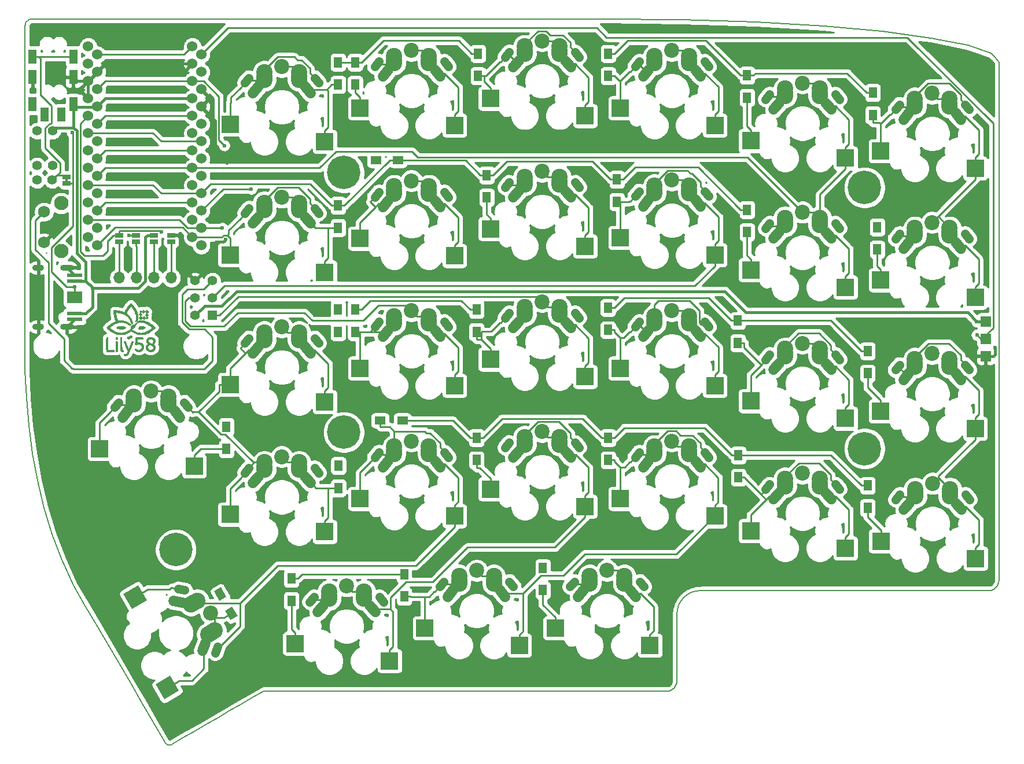
<source format=gtl>
G04 #@! TF.GenerationSoftware,KiCad,Pcbnew,(5.1.5)-3*
G04 #@! TF.CreationDate,2020-04-30T15:02:56+07:00*
G04 #@! TF.ProjectId,Lily58,4c696c79-3538-42e6-9b69-6361645f7063,rev?*
G04 #@! TF.SameCoordinates,Original*
G04 #@! TF.FileFunction,Copper,L1,Top*
G04 #@! TF.FilePolarity,Positive*
%FSLAX46Y46*%
G04 Gerber Fmt 4.6, Leading zero omitted, Abs format (unit mm)*
G04 Created by KiCad (PCBNEW (5.1.5)-3) date 2020-04-30 15:02:56*
%MOMM*%
%LPD*%
G04 APERTURE LIST*
%ADD10C,0.200000*%
%ADD11C,0.010000*%
%ADD12R,1.397000X1.397000*%
%ADD13C,1.397000*%
%ADD14O,1.700000X1.700000*%
%ADD15R,1.143000X0.635000*%
%ADD16R,0.381000X0.381000*%
%ADD17O,2.000000X0.900000*%
%ADD18O,1.700000X0.900000*%
%ADD19R,2.320000X1.800000*%
%ADD20R,2.320000X0.600000*%
%ADD21C,2.100000*%
%ADD22C,1.750000*%
%ADD23C,0.100000*%
%ADD24C,2.400000*%
%ADD25C,1.550000*%
%ADD26C,2.200000*%
%ADD27C,1.250000*%
%ADD28R,1.200000X1.600000*%
%ADD29R,1.600000X1.200000*%
%ADD30R,2.550000X2.500000*%
%ADD31R,1.200000X2.100000*%
%ADD32C,4.900000*%
%ADD33C,1.524000*%
%ADD34R,1.524000X1.524000*%
%ADD35C,0.600000*%
%ADD36C,0.250000*%
%ADD37C,0.400000*%
%ADD38C,0.254000*%
G04 APERTURE END LIST*
D10*
X224900000Y-42700000D02*
X225460000Y-43436755D01*
X82937528Y-50750629D02*
X82937528Y-44443695D01*
X82937528Y-57057562D02*
X82937528Y-50750629D01*
X115211711Y-37086762D02*
X104803877Y-37086762D01*
X218692418Y-120789735D02*
X223959999Y-120789735D01*
X213424836Y-120789735D02*
X218692418Y-120789735D01*
X208157255Y-120789735D02*
X213424836Y-120789735D01*
X202889673Y-120789735D02*
X208157255Y-120789735D01*
X197622092Y-120789735D02*
X202889673Y-120789735D01*
X192354511Y-120789735D02*
X197622092Y-120789735D01*
X187086929Y-120789735D02*
X192354511Y-120789735D01*
X181819348Y-120789735D02*
X187086929Y-120789735D01*
X181113524Y-120860778D02*
X181819348Y-120789735D01*
X180456326Y-121064561D02*
X181113524Y-120860778D01*
X179861773Y-121387065D02*
X180456326Y-121064561D01*
X179343884Y-121814271D02*
X179861773Y-121387065D01*
X178916678Y-122332160D02*
X179343884Y-121814271D01*
X178594174Y-122926713D02*
X178916678Y-122332160D01*
X178390391Y-123583911D02*
X178594174Y-122926713D01*
X178319348Y-124289735D02*
X178390391Y-123583911D01*
X199807654Y-38170488D02*
X189919538Y-37585374D01*
X208420758Y-38945561D02*
X199807654Y-38170488D01*
X215525697Y-39885159D02*
X208420758Y-38945561D01*
X220889319Y-40963847D02*
X215525697Y-39885159D01*
X178989563Y-37215654D02*
X167250881Y-37086762D01*
X189919538Y-37585374D02*
X178989563Y-37215654D01*
X177658308Y-135255660D02*
X177403500Y-135393876D01*
X177880261Y-135072571D02*
X177658308Y-135255660D01*
X178063349Y-134850619D02*
X177880261Y-135072571D01*
X178201565Y-134595810D02*
X178063349Y-134850619D01*
X178288901Y-134314154D02*
X178201565Y-134595810D01*
X178319348Y-134011658D02*
X178288901Y-134314154D01*
X225460000Y-52918378D02*
X225460000Y-62400000D01*
X225460000Y-43436755D02*
X225460000Y-52918378D01*
X82937528Y-69671429D02*
X82937528Y-63364495D01*
X82937528Y-75978362D02*
X82937528Y-69671429D01*
X82937528Y-82285296D02*
X82937528Y-75978362D01*
X82937528Y-88592229D02*
X82937528Y-82285296D01*
X104807833Y-37086762D02*
X94400000Y-37086762D01*
X125619545Y-37086762D02*
X115211711Y-37086762D01*
X136027379Y-37086762D02*
X125619545Y-37086762D01*
X146435213Y-37086762D02*
X136027379Y-37086762D01*
X156843047Y-37086762D02*
X146435213Y-37086762D01*
X167250881Y-37086762D02*
X156843047Y-37086762D01*
X83400937Y-37265961D02*
X83579303Y-37169210D01*
X83245570Y-37394123D02*
X83400937Y-37265961D01*
X83117409Y-37549489D02*
X83245570Y-37394123D01*
X83020657Y-37727855D02*
X83117409Y-37549489D01*
X82959523Y-37925015D02*
X83020657Y-37727855D01*
X82938210Y-38136762D02*
X82959523Y-37925015D01*
X83776462Y-37108075D02*
X83988210Y-37086762D01*
X83579303Y-37169210D02*
X83776462Y-37108075D01*
X94396044Y-37086762D02*
X83988210Y-37086762D01*
X82937528Y-63364495D02*
X82937528Y-57057562D01*
X82937528Y-44443695D02*
X82937528Y-38136762D01*
X88291758Y-116318073D02*
X89993333Y-119989540D01*
X86863105Y-112530670D02*
X88291758Y-116318073D01*
X85688004Y-108649127D02*
X86863105Y-112530670D01*
X84747083Y-104695246D02*
X85688004Y-108649127D01*
X84020972Y-100690825D02*
X84747083Y-104695246D01*
X83490297Y-96657663D02*
X84020972Y-100690825D01*
X83135690Y-92617561D02*
X83490297Y-96657663D01*
X82937777Y-88592317D02*
X83135690Y-92617561D01*
X104288864Y-143357278D02*
X104456758Y-143271756D01*
X104130206Y-143404468D02*
X104288864Y-143357278D01*
X103981252Y-143413974D02*
X104130206Y-143404468D01*
X103842470Y-143386445D02*
X103981252Y-143413974D01*
X103714328Y-143322532D02*
X103842470Y-143386445D01*
X103597295Y-143222884D02*
X103714328Y-143322532D01*
X103491837Y-143088150D02*
X103597295Y-143222884D01*
X103398425Y-142918979D02*
X103491837Y-143088150D01*
X116186619Y-136480784D02*
X117862313Y-135510645D01*
X114510925Y-137450923D02*
X116186619Y-136480784D01*
X112835230Y-138421062D02*
X114510925Y-137450923D01*
X111159536Y-139391201D02*
X112835230Y-138421062D01*
X109483841Y-140361340D02*
X111159536Y-139391201D01*
X107808147Y-141331479D02*
X109483841Y-140361340D01*
X106132452Y-142301617D02*
X107808147Y-141331479D01*
X104456758Y-143271756D02*
X106132452Y-142301617D01*
X101722730Y-140052659D02*
X103398425Y-142918979D01*
X100047036Y-137186340D02*
X101722730Y-140052659D01*
X98371341Y-134320020D02*
X100047036Y-137186340D01*
X96695647Y-131453701D02*
X98371341Y-134320020D01*
X95019952Y-128587381D02*
X96695647Y-131453701D01*
X93344258Y-125721062D02*
X95019952Y-128587381D01*
X91668563Y-122854742D02*
X93344258Y-125721062D01*
X89992869Y-119988423D02*
X91668563Y-122854742D01*
X169449826Y-135511658D02*
X176819348Y-135511658D01*
X162080304Y-135511658D02*
X169449826Y-135511658D01*
X154710782Y-135511658D02*
X162080304Y-135511658D01*
X147341260Y-135511658D02*
X154710782Y-135511658D01*
X139971738Y-135511658D02*
X147341260Y-135511658D01*
X132602217Y-135511658D02*
X139971738Y-135511658D01*
X125232695Y-135511658D02*
X132602217Y-135511658D01*
X117863173Y-135511658D02*
X125232695Y-135511658D01*
X178319348Y-132816013D02*
X178319348Y-134011658D01*
X178319348Y-131597973D02*
X178319348Y-132816013D01*
X178319348Y-130379933D02*
X178319348Y-131597973D01*
X178319348Y-129161894D02*
X178319348Y-130379933D01*
X178319348Y-127943854D02*
X178319348Y-129161894D01*
X178319348Y-126725814D02*
X178319348Y-127943854D01*
X178319348Y-125507775D02*
X178319348Y-126725814D01*
X178319348Y-124289735D02*
X178319348Y-125507775D01*
X177121844Y-135481211D02*
X176819348Y-135511658D01*
X177403500Y-135393876D02*
X177121844Y-135481211D01*
X224278471Y-42156190D02*
X220889319Y-40963847D01*
X224900000Y-42700000D02*
X224278471Y-42156190D01*
X224262495Y-120759288D02*
X223959999Y-120789735D01*
X224544152Y-120671952D02*
X224262495Y-120759288D01*
X224798960Y-120533736D02*
X224544152Y-120671952D01*
X225020912Y-120350648D02*
X224798960Y-120533736D01*
X225204001Y-120128696D02*
X225020912Y-120350648D01*
X225342217Y-119873887D02*
X225204001Y-120128696D01*
X225429552Y-119592231D02*
X225342217Y-119873887D01*
X225459999Y-119289735D02*
X225429552Y-119592231D01*
X225460000Y-109808112D02*
X225460000Y-119289735D01*
X225460000Y-100326490D02*
X225460000Y-109808112D01*
X225460000Y-90844867D02*
X225460000Y-100326490D01*
X225460000Y-81363245D02*
X225460000Y-90844867D01*
X225460000Y-71881623D02*
X225460000Y-81363245D01*
X225460000Y-62400000D02*
X225460000Y-71881623D01*
D11*
G36*
X98673955Y-84293370D02*
G01*
X98703216Y-84298098D01*
X98714624Y-84302258D01*
X98736575Y-84321141D01*
X98747843Y-84347920D01*
X98747246Y-84379519D01*
X98746123Y-84384247D01*
X98742541Y-84394099D01*
X98733818Y-84416378D01*
X98720362Y-84450095D01*
X98702577Y-84494264D01*
X98680868Y-84547897D01*
X98655642Y-84610006D01*
X98627304Y-84679605D01*
X98596259Y-84755707D01*
X98562914Y-84837323D01*
X98527672Y-84923467D01*
X98490941Y-85013151D01*
X98453126Y-85105389D01*
X98414631Y-85199193D01*
X98375863Y-85293575D01*
X98337228Y-85387548D01*
X98299130Y-85480126D01*
X98261975Y-85570320D01*
X98226169Y-85657143D01*
X98192117Y-85739609D01*
X98160226Y-85816730D01*
X98130899Y-85887519D01*
X98104544Y-85950987D01*
X98081565Y-86006149D01*
X98062368Y-86052017D01*
X98047358Y-86087603D01*
X98036942Y-86111921D01*
X98031524Y-86123982D01*
X98031444Y-86124143D01*
X97994721Y-86185070D01*
X97948785Y-86242137D01*
X97896592Y-86292315D01*
X97841099Y-86332573D01*
X97812967Y-86348070D01*
X97739761Y-86376573D01*
X97664682Y-86391740D01*
X97589714Y-86393303D01*
X97535309Y-86385508D01*
X97493356Y-86374122D01*
X97450964Y-86358767D01*
X97413586Y-86341593D01*
X97392854Y-86329319D01*
X97376735Y-86312135D01*
X97364995Y-86288689D01*
X97364548Y-86287257D01*
X97360622Y-86271239D01*
X97360644Y-86257443D01*
X97365524Y-86241210D01*
X97376173Y-86217879D01*
X97379368Y-86211356D01*
X97400473Y-86175599D01*
X97423156Y-86153255D01*
X97449557Y-86143556D01*
X97481819Y-86145732D01*
X97522083Y-86159015D01*
X97523519Y-86159612D01*
X97577232Y-86177554D01*
X97625211Y-86183298D01*
X97669946Y-86176606D01*
X97713926Y-86157240D01*
X97741992Y-86138701D01*
X97770737Y-86114197D01*
X97797875Y-86083603D01*
X97824453Y-86045264D01*
X97851519Y-85997528D01*
X97880120Y-85938739D01*
X97906096Y-85879609D01*
X97958247Y-85756539D01*
X97669110Y-85070039D01*
X97619586Y-84952222D01*
X97574221Y-84843819D01*
X97533180Y-84745238D01*
X97496630Y-84656889D01*
X97464736Y-84579179D01*
X97437666Y-84512516D01*
X97415585Y-84457309D01*
X97398659Y-84413966D01*
X97387055Y-84382895D01*
X97380939Y-84364505D01*
X97379972Y-84359803D01*
X97386305Y-84333185D01*
X97397475Y-84315705D01*
X97406359Y-84306317D01*
X97415784Y-84300244D01*
X97429128Y-84296629D01*
X97449767Y-84294619D01*
X97481081Y-84293357D01*
X97486375Y-84293196D01*
X97530661Y-84293534D01*
X97563441Y-84298263D01*
X97587319Y-84308361D01*
X97604895Y-84324806D01*
X97615404Y-84341693D01*
X97620333Y-84352697D01*
X97630143Y-84375894D01*
X97644315Y-84410006D01*
X97662334Y-84453751D01*
X97683680Y-84505851D01*
X97707838Y-84565025D01*
X97734290Y-84629994D01*
X97762518Y-84699478D01*
X97792006Y-84772197D01*
X97822235Y-84846871D01*
X97852690Y-84922221D01*
X97882853Y-84996967D01*
X97912206Y-85069828D01*
X97940232Y-85139526D01*
X97966414Y-85204781D01*
X97990235Y-85264312D01*
X98011177Y-85316840D01*
X98028723Y-85361085D01*
X98042356Y-85395768D01*
X98051559Y-85419608D01*
X98055815Y-85431326D01*
X98055859Y-85431472D01*
X98062275Y-85449275D01*
X98067986Y-85459303D01*
X98069400Y-85460115D01*
X98074349Y-85453867D01*
X98080775Y-85438220D01*
X98082981Y-85431339D01*
X98087146Y-85419641D01*
X98096181Y-85395810D01*
X98109578Y-85361128D01*
X98126827Y-85316877D01*
X98147418Y-85264337D01*
X98170843Y-85204791D01*
X98196592Y-85139519D01*
X98224155Y-85069805D01*
X98253024Y-84996928D01*
X98282689Y-84922170D01*
X98312640Y-84846814D01*
X98342369Y-84772141D01*
X98371365Y-84699431D01*
X98399120Y-84629967D01*
X98425123Y-84565030D01*
X98448867Y-84505902D01*
X98469841Y-84453864D01*
X98487536Y-84410198D01*
X98501443Y-84376185D01*
X98511052Y-84353107D01*
X98515854Y-84342246D01*
X98515865Y-84342223D01*
X98532401Y-84318947D01*
X98555164Y-84303472D01*
X98586591Y-84294759D01*
X98629116Y-84291766D01*
X98634003Y-84291742D01*
X98673955Y-84293370D01*
G37*
X98673955Y-84293370D02*
X98703216Y-84298098D01*
X98714624Y-84302258D01*
X98736575Y-84321141D01*
X98747843Y-84347920D01*
X98747246Y-84379519D01*
X98746123Y-84384247D01*
X98742541Y-84394099D01*
X98733818Y-84416378D01*
X98720362Y-84450095D01*
X98702577Y-84494264D01*
X98680868Y-84547897D01*
X98655642Y-84610006D01*
X98627304Y-84679605D01*
X98596259Y-84755707D01*
X98562914Y-84837323D01*
X98527672Y-84923467D01*
X98490941Y-85013151D01*
X98453126Y-85105389D01*
X98414631Y-85199193D01*
X98375863Y-85293575D01*
X98337228Y-85387548D01*
X98299130Y-85480126D01*
X98261975Y-85570320D01*
X98226169Y-85657143D01*
X98192117Y-85739609D01*
X98160226Y-85816730D01*
X98130899Y-85887519D01*
X98104544Y-85950987D01*
X98081565Y-86006149D01*
X98062368Y-86052017D01*
X98047358Y-86087603D01*
X98036942Y-86111921D01*
X98031524Y-86123982D01*
X98031444Y-86124143D01*
X97994721Y-86185070D01*
X97948785Y-86242137D01*
X97896592Y-86292315D01*
X97841099Y-86332573D01*
X97812967Y-86348070D01*
X97739761Y-86376573D01*
X97664682Y-86391740D01*
X97589714Y-86393303D01*
X97535309Y-86385508D01*
X97493356Y-86374122D01*
X97450964Y-86358767D01*
X97413586Y-86341593D01*
X97392854Y-86329319D01*
X97376735Y-86312135D01*
X97364995Y-86288689D01*
X97364548Y-86287257D01*
X97360622Y-86271239D01*
X97360644Y-86257443D01*
X97365524Y-86241210D01*
X97376173Y-86217879D01*
X97379368Y-86211356D01*
X97400473Y-86175599D01*
X97423156Y-86153255D01*
X97449557Y-86143556D01*
X97481819Y-86145732D01*
X97522083Y-86159015D01*
X97523519Y-86159612D01*
X97577232Y-86177554D01*
X97625211Y-86183298D01*
X97669946Y-86176606D01*
X97713926Y-86157240D01*
X97741992Y-86138701D01*
X97770737Y-86114197D01*
X97797875Y-86083603D01*
X97824453Y-86045264D01*
X97851519Y-85997528D01*
X97880120Y-85938739D01*
X97906096Y-85879609D01*
X97958247Y-85756539D01*
X97669110Y-85070039D01*
X97619586Y-84952222D01*
X97574221Y-84843819D01*
X97533180Y-84745238D01*
X97496630Y-84656889D01*
X97464736Y-84579179D01*
X97437666Y-84512516D01*
X97415585Y-84457309D01*
X97398659Y-84413966D01*
X97387055Y-84382895D01*
X97380939Y-84364505D01*
X97379972Y-84359803D01*
X97386305Y-84333185D01*
X97397475Y-84315705D01*
X97406359Y-84306317D01*
X97415784Y-84300244D01*
X97429128Y-84296629D01*
X97449767Y-84294619D01*
X97481081Y-84293357D01*
X97486375Y-84293196D01*
X97530661Y-84293534D01*
X97563441Y-84298263D01*
X97587319Y-84308361D01*
X97604895Y-84324806D01*
X97615404Y-84341693D01*
X97620333Y-84352697D01*
X97630143Y-84375894D01*
X97644315Y-84410006D01*
X97662334Y-84453751D01*
X97683680Y-84505851D01*
X97707838Y-84565025D01*
X97734290Y-84629994D01*
X97762518Y-84699478D01*
X97792006Y-84772197D01*
X97822235Y-84846871D01*
X97852690Y-84922221D01*
X97882853Y-84996967D01*
X97912206Y-85069828D01*
X97940232Y-85139526D01*
X97966414Y-85204781D01*
X97990235Y-85264312D01*
X98011177Y-85316840D01*
X98028723Y-85361085D01*
X98042356Y-85395768D01*
X98051559Y-85419608D01*
X98055815Y-85431326D01*
X98055859Y-85431472D01*
X98062275Y-85449275D01*
X98067986Y-85459303D01*
X98069400Y-85460115D01*
X98074349Y-85453867D01*
X98080775Y-85438220D01*
X98082981Y-85431339D01*
X98087146Y-85419641D01*
X98096181Y-85395810D01*
X98109578Y-85361128D01*
X98126827Y-85316877D01*
X98147418Y-85264337D01*
X98170843Y-85204791D01*
X98196592Y-85139519D01*
X98224155Y-85069805D01*
X98253024Y-84996928D01*
X98282689Y-84922170D01*
X98312640Y-84846814D01*
X98342369Y-84772141D01*
X98371365Y-84699431D01*
X98399120Y-84629967D01*
X98425123Y-84565030D01*
X98448867Y-84505902D01*
X98469841Y-84453864D01*
X98487536Y-84410198D01*
X98501443Y-84376185D01*
X98511052Y-84353107D01*
X98515854Y-84342246D01*
X98515865Y-84342223D01*
X98532401Y-84318947D01*
X98555164Y-84303472D01*
X98586591Y-84294759D01*
X98629116Y-84291766D01*
X98634003Y-84291742D01*
X98673955Y-84293370D01*
G36*
X97002562Y-83712965D02*
G01*
X97039020Y-83720438D01*
X97064312Y-83735037D01*
X97073614Y-83745939D01*
X97075510Y-83749587D01*
X97077213Y-83754960D01*
X97078738Y-83762842D01*
X97080099Y-83774018D01*
X97081312Y-83789271D01*
X97082390Y-83809385D01*
X97083348Y-83835144D01*
X97084201Y-83867333D01*
X97084962Y-83906734D01*
X97085647Y-83954131D01*
X97086269Y-84010310D01*
X97086844Y-84076052D01*
X97087385Y-84152144D01*
X97087907Y-84239367D01*
X97088425Y-84338507D01*
X97088953Y-84450347D01*
X97089505Y-84575670D01*
X97089686Y-84617963D01*
X97093315Y-85471000D01*
X97111457Y-85507275D01*
X97135766Y-85543028D01*
X97167528Y-85566653D01*
X97208309Y-85579291D01*
X97210955Y-85579707D01*
X97249666Y-85588829D01*
X97276037Y-85603127D01*
X97291473Y-85623197D01*
X97297212Y-85645302D01*
X97299761Y-85675515D01*
X97299198Y-85708155D01*
X97295604Y-85737543D01*
X97289600Y-85756996D01*
X97270464Y-85778425D01*
X97239698Y-85791734D01*
X97197790Y-85796793D01*
X97151372Y-85794233D01*
X97080516Y-85779630D01*
X97018564Y-85753704D01*
X96965929Y-85716818D01*
X96923023Y-85669333D01*
X96890258Y-85611613D01*
X96868399Y-85545525D01*
X96866754Y-85536898D01*
X96865281Y-85525207D01*
X96863971Y-85509679D01*
X96862814Y-85489543D01*
X96861801Y-85464026D01*
X96860924Y-85432357D01*
X96860172Y-85393764D01*
X96859537Y-85347475D01*
X96859009Y-85292719D01*
X96858580Y-85228722D01*
X96858241Y-85154714D01*
X96857981Y-85069922D01*
X96857793Y-84973574D01*
X96857666Y-84864900D01*
X96857592Y-84743126D01*
X96857565Y-84631100D01*
X96857457Y-83762172D01*
X96878473Y-83738651D01*
X96890438Y-83726463D01*
X96902224Y-83719140D01*
X96918225Y-83715155D01*
X96942836Y-83712979D01*
X96954068Y-83712374D01*
X97002562Y-83712965D01*
G37*
X97002562Y-83712965D02*
X97039020Y-83720438D01*
X97064312Y-83735037D01*
X97073614Y-83745939D01*
X97075510Y-83749587D01*
X97077213Y-83754960D01*
X97078738Y-83762842D01*
X97080099Y-83774018D01*
X97081312Y-83789271D01*
X97082390Y-83809385D01*
X97083348Y-83835144D01*
X97084201Y-83867333D01*
X97084962Y-83906734D01*
X97085647Y-83954131D01*
X97086269Y-84010310D01*
X97086844Y-84076052D01*
X97087385Y-84152144D01*
X97087907Y-84239367D01*
X97088425Y-84338507D01*
X97088953Y-84450347D01*
X97089505Y-84575670D01*
X97089686Y-84617963D01*
X97093315Y-85471000D01*
X97111457Y-85507275D01*
X97135766Y-85543028D01*
X97167528Y-85566653D01*
X97208309Y-85579291D01*
X97210955Y-85579707D01*
X97249666Y-85588829D01*
X97276037Y-85603127D01*
X97291473Y-85623197D01*
X97297212Y-85645302D01*
X97299761Y-85675515D01*
X97299198Y-85708155D01*
X97295604Y-85737543D01*
X97289600Y-85756996D01*
X97270464Y-85778425D01*
X97239698Y-85791734D01*
X97197790Y-85796793D01*
X97151372Y-85794233D01*
X97080516Y-85779630D01*
X97018564Y-85753704D01*
X96965929Y-85716818D01*
X96923023Y-85669333D01*
X96890258Y-85611613D01*
X96868399Y-85545525D01*
X96866754Y-85536898D01*
X96865281Y-85525207D01*
X96863971Y-85509679D01*
X96862814Y-85489543D01*
X96861801Y-85464026D01*
X96860924Y-85432357D01*
X96860172Y-85393764D01*
X96859537Y-85347475D01*
X96859009Y-85292719D01*
X96858580Y-85228722D01*
X96858241Y-85154714D01*
X96857981Y-85069922D01*
X96857793Y-84973574D01*
X96857666Y-84864900D01*
X96857592Y-84743126D01*
X96857565Y-84631100D01*
X96857457Y-83762172D01*
X96878473Y-83738651D01*
X96890438Y-83726463D01*
X96902224Y-83719140D01*
X96918225Y-83715155D01*
X96942836Y-83712979D01*
X96954068Y-83712374D01*
X97002562Y-83712965D01*
G36*
X99725995Y-83722034D02*
G01*
X99809164Y-83722110D01*
X99879924Y-83722349D01*
X99939327Y-83722843D01*
X99988425Y-83723681D01*
X100028271Y-83724957D01*
X100059916Y-83726762D01*
X100084415Y-83729186D01*
X100102818Y-83732321D01*
X100116179Y-83736260D01*
X100125549Y-83741092D01*
X100131981Y-83746910D01*
X100136528Y-83753806D01*
X100140242Y-83761869D01*
X100142207Y-83766589D01*
X100147865Y-83789214D01*
X100151120Y-83820807D01*
X100151896Y-83856008D01*
X100150117Y-83889460D01*
X100145705Y-83915804D01*
X100144400Y-83920038D01*
X100132544Y-83940545D01*
X100117186Y-83955593D01*
X100111985Y-83958578D01*
X100105091Y-83961093D01*
X100095265Y-83963186D01*
X100081265Y-83964907D01*
X100061850Y-83966306D01*
X100035779Y-83967430D01*
X100001813Y-83968331D01*
X99958709Y-83969056D01*
X99905227Y-83969655D01*
X99840126Y-83970178D01*
X99762165Y-83970673D01*
X99733100Y-83970841D01*
X99661886Y-83971365D01*
X99595268Y-83972088D01*
X99534617Y-83972977D01*
X99481303Y-83974003D01*
X99436697Y-83975133D01*
X99402169Y-83976337D01*
X99379090Y-83977583D01*
X99368831Y-83978841D01*
X99368429Y-83979137D01*
X99367639Y-83987549D01*
X99365392Y-84008720D01*
X99361872Y-84040989D01*
X99357261Y-84082694D01*
X99351745Y-84132174D01*
X99345506Y-84187766D01*
X99339084Y-84244660D01*
X99332415Y-84304333D01*
X99326433Y-84359320D01*
X99321302Y-84407986D01*
X99317188Y-84448701D01*
X99314255Y-84479830D01*
X99312670Y-84499742D01*
X99312568Y-84506788D01*
X99320157Y-84505634D01*
X99336952Y-84499758D01*
X99354613Y-84492450D01*
X99429434Y-84467014D01*
X99511668Y-84452242D01*
X99598929Y-84448095D01*
X99688825Y-84454534D01*
X99778970Y-84471520D01*
X99866974Y-84499014D01*
X99871975Y-84500935D01*
X99943086Y-84532949D01*
X100006342Y-84571528D01*
X100066237Y-84619636D01*
X100098431Y-84650284D01*
X100153936Y-84711604D01*
X100197585Y-84773547D01*
X100231722Y-84839734D01*
X100248006Y-84881262D01*
X100275309Y-84979008D01*
X100288101Y-85076887D01*
X100286381Y-85174844D01*
X100270147Y-85272823D01*
X100252940Y-85333115D01*
X100215891Y-85422628D01*
X100166971Y-85504468D01*
X100107047Y-85577919D01*
X100036986Y-85642265D01*
X99957654Y-85696790D01*
X99869920Y-85740778D01*
X99774649Y-85773513D01*
X99699492Y-85790125D01*
X99649769Y-85796216D01*
X99591737Y-85799459D01*
X99531334Y-85799788D01*
X99474498Y-85797132D01*
X99437987Y-85793169D01*
X99345321Y-85773204D01*
X99253650Y-85741173D01*
X99166008Y-85698552D01*
X99085429Y-85646818D01*
X99014947Y-85587449D01*
X99014643Y-85587152D01*
X98992448Y-85564884D01*
X98978935Y-85548875D01*
X98971993Y-85535677D01*
X98969513Y-85521845D01*
X98969286Y-85513045D01*
X98970624Y-85497052D01*
X98975728Y-85481219D01*
X98986230Y-85462230D01*
X99003766Y-85436770D01*
X99013183Y-85423939D01*
X99042198Y-85387361D01*
X99067422Y-85362964D01*
X99091207Y-85350514D01*
X99115906Y-85349780D01*
X99143873Y-85360526D01*
X99177458Y-85382521D01*
X99205989Y-85404825D01*
X99257439Y-85441461D01*
X99315884Y-85474521D01*
X99375687Y-85501087D01*
X99419229Y-85515309D01*
X99461743Y-85523129D01*
X99512743Y-85527252D01*
X99566917Y-85527680D01*
X99618957Y-85524414D01*
X99663552Y-85517456D01*
X99672610Y-85515223D01*
X99750509Y-85487504D01*
X99818958Y-85449349D01*
X99877337Y-85401432D01*
X99925026Y-85344425D01*
X99961406Y-85279002D01*
X99985857Y-85205837D01*
X99993407Y-85166616D01*
X99996825Y-85095843D01*
X99986830Y-85025575D01*
X99964448Y-84957804D01*
X99930707Y-84894524D01*
X99886630Y-84837725D01*
X99833245Y-84789400D01*
X99782534Y-84757118D01*
X99734307Y-84733988D01*
X99688420Y-84717853D01*
X99640037Y-84707494D01*
X99584318Y-84701690D01*
X99557115Y-84700299D01*
X99494713Y-84699651D01*
X99441059Y-84703743D01*
X99390884Y-84713550D01*
X99338917Y-84730048D01*
X99290378Y-84749637D01*
X99253479Y-84764745D01*
X99225006Y-84774116D01*
X99200614Y-84778916D01*
X99176115Y-84780310D01*
X99129535Y-84775493D01*
X99089704Y-84761508D01*
X99058458Y-84739583D01*
X99037633Y-84710947D01*
X99029496Y-84682238D01*
X99029460Y-84667791D01*
X99030924Y-84640838D01*
X99033723Y-84602925D01*
X99037695Y-84555598D01*
X99042677Y-84500406D01*
X99048505Y-84438893D01*
X99055016Y-84372608D01*
X99062046Y-84303097D01*
X99069433Y-84231907D01*
X99077013Y-84160584D01*
X99084623Y-84090677D01*
X99092099Y-84023730D01*
X99099278Y-83961292D01*
X99105998Y-83904909D01*
X99112094Y-83856127D01*
X99117403Y-83816494D01*
X99121763Y-83787557D01*
X99125009Y-83770862D01*
X99126018Y-83767839D01*
X99140174Y-83748650D01*
X99155986Y-83734797D01*
X99160763Y-83732187D01*
X99167249Y-83729957D01*
X99176544Y-83728077D01*
X99189750Y-83726519D01*
X99207964Y-83725251D01*
X99232287Y-83724245D01*
X99263818Y-83723470D01*
X99303658Y-83722898D01*
X99352907Y-83722498D01*
X99412663Y-83722241D01*
X99484027Y-83722098D01*
X99568098Y-83722037D01*
X99629364Y-83722029D01*
X99725995Y-83722034D01*
G37*
X99725995Y-83722034D02*
X99809164Y-83722110D01*
X99879924Y-83722349D01*
X99939327Y-83722843D01*
X99988425Y-83723681D01*
X100028271Y-83724957D01*
X100059916Y-83726762D01*
X100084415Y-83729186D01*
X100102818Y-83732321D01*
X100116179Y-83736260D01*
X100125549Y-83741092D01*
X100131981Y-83746910D01*
X100136528Y-83753806D01*
X100140242Y-83761869D01*
X100142207Y-83766589D01*
X100147865Y-83789214D01*
X100151120Y-83820807D01*
X100151896Y-83856008D01*
X100150117Y-83889460D01*
X100145705Y-83915804D01*
X100144400Y-83920038D01*
X100132544Y-83940545D01*
X100117186Y-83955593D01*
X100111985Y-83958578D01*
X100105091Y-83961093D01*
X100095265Y-83963186D01*
X100081265Y-83964907D01*
X100061850Y-83966306D01*
X100035779Y-83967430D01*
X100001813Y-83968331D01*
X99958709Y-83969056D01*
X99905227Y-83969655D01*
X99840126Y-83970178D01*
X99762165Y-83970673D01*
X99733100Y-83970841D01*
X99661886Y-83971365D01*
X99595268Y-83972088D01*
X99534617Y-83972977D01*
X99481303Y-83974003D01*
X99436697Y-83975133D01*
X99402169Y-83976337D01*
X99379090Y-83977583D01*
X99368831Y-83978841D01*
X99368429Y-83979137D01*
X99367639Y-83987549D01*
X99365392Y-84008720D01*
X99361872Y-84040989D01*
X99357261Y-84082694D01*
X99351745Y-84132174D01*
X99345506Y-84187766D01*
X99339084Y-84244660D01*
X99332415Y-84304333D01*
X99326433Y-84359320D01*
X99321302Y-84407986D01*
X99317188Y-84448701D01*
X99314255Y-84479830D01*
X99312670Y-84499742D01*
X99312568Y-84506788D01*
X99320157Y-84505634D01*
X99336952Y-84499758D01*
X99354613Y-84492450D01*
X99429434Y-84467014D01*
X99511668Y-84452242D01*
X99598929Y-84448095D01*
X99688825Y-84454534D01*
X99778970Y-84471520D01*
X99866974Y-84499014D01*
X99871975Y-84500935D01*
X99943086Y-84532949D01*
X100006342Y-84571528D01*
X100066237Y-84619636D01*
X100098431Y-84650284D01*
X100153936Y-84711604D01*
X100197585Y-84773547D01*
X100231722Y-84839734D01*
X100248006Y-84881262D01*
X100275309Y-84979008D01*
X100288101Y-85076887D01*
X100286381Y-85174844D01*
X100270147Y-85272823D01*
X100252940Y-85333115D01*
X100215891Y-85422628D01*
X100166971Y-85504468D01*
X100107047Y-85577919D01*
X100036986Y-85642265D01*
X99957654Y-85696790D01*
X99869920Y-85740778D01*
X99774649Y-85773513D01*
X99699492Y-85790125D01*
X99649769Y-85796216D01*
X99591737Y-85799459D01*
X99531334Y-85799788D01*
X99474498Y-85797132D01*
X99437987Y-85793169D01*
X99345321Y-85773204D01*
X99253650Y-85741173D01*
X99166008Y-85698552D01*
X99085429Y-85646818D01*
X99014947Y-85587449D01*
X99014643Y-85587152D01*
X98992448Y-85564884D01*
X98978935Y-85548875D01*
X98971993Y-85535677D01*
X98969513Y-85521845D01*
X98969286Y-85513045D01*
X98970624Y-85497052D01*
X98975728Y-85481219D01*
X98986230Y-85462230D01*
X99003766Y-85436770D01*
X99013183Y-85423939D01*
X99042198Y-85387361D01*
X99067422Y-85362964D01*
X99091207Y-85350514D01*
X99115906Y-85349780D01*
X99143873Y-85360526D01*
X99177458Y-85382521D01*
X99205989Y-85404825D01*
X99257439Y-85441461D01*
X99315884Y-85474521D01*
X99375687Y-85501087D01*
X99419229Y-85515309D01*
X99461743Y-85523129D01*
X99512743Y-85527252D01*
X99566917Y-85527680D01*
X99618957Y-85524414D01*
X99663552Y-85517456D01*
X99672610Y-85515223D01*
X99750509Y-85487504D01*
X99818958Y-85449349D01*
X99877337Y-85401432D01*
X99925026Y-85344425D01*
X99961406Y-85279002D01*
X99985857Y-85205837D01*
X99993407Y-85166616D01*
X99996825Y-85095843D01*
X99986830Y-85025575D01*
X99964448Y-84957804D01*
X99930707Y-84894524D01*
X99886630Y-84837725D01*
X99833245Y-84789400D01*
X99782534Y-84757118D01*
X99734307Y-84733988D01*
X99688420Y-84717853D01*
X99640037Y-84707494D01*
X99584318Y-84701690D01*
X99557115Y-84700299D01*
X99494713Y-84699651D01*
X99441059Y-84703743D01*
X99390884Y-84713550D01*
X99338917Y-84730048D01*
X99290378Y-84749637D01*
X99253479Y-84764745D01*
X99225006Y-84774116D01*
X99200614Y-84778916D01*
X99176115Y-84780310D01*
X99129535Y-84775493D01*
X99089704Y-84761508D01*
X99058458Y-84739583D01*
X99037633Y-84710947D01*
X99029496Y-84682238D01*
X99029460Y-84667791D01*
X99030924Y-84640838D01*
X99033723Y-84602925D01*
X99037695Y-84555598D01*
X99042677Y-84500406D01*
X99048505Y-84438893D01*
X99055016Y-84372608D01*
X99062046Y-84303097D01*
X99069433Y-84231907D01*
X99077013Y-84160584D01*
X99084623Y-84090677D01*
X99092099Y-84023730D01*
X99099278Y-83961292D01*
X99105998Y-83904909D01*
X99112094Y-83856127D01*
X99117403Y-83816494D01*
X99121763Y-83787557D01*
X99125009Y-83770862D01*
X99126018Y-83767839D01*
X99140174Y-83748650D01*
X99155986Y-83734797D01*
X99160763Y-83732187D01*
X99167249Y-83729957D01*
X99176544Y-83728077D01*
X99189750Y-83726519D01*
X99207964Y-83725251D01*
X99232287Y-83724245D01*
X99263818Y-83723470D01*
X99303658Y-83722898D01*
X99352907Y-83722498D01*
X99412663Y-83722241D01*
X99484027Y-83722098D01*
X99568098Y-83722037D01*
X99629364Y-83722029D01*
X99725995Y-83722034D01*
G36*
X101354251Y-83691304D02*
G01*
X101418591Y-83696052D01*
X101477515Y-83703640D01*
X101523884Y-83713169D01*
X101617044Y-83743582D01*
X101699312Y-83783389D01*
X101771042Y-83832806D01*
X101832589Y-83892052D01*
X101851156Y-83914343D01*
X101895955Y-83982554D01*
X101927997Y-84056440D01*
X101947409Y-84134986D01*
X101954316Y-84217178D01*
X101948843Y-84302003D01*
X101931116Y-84388445D01*
X101901260Y-84475492D01*
X101859401Y-84562128D01*
X101805664Y-84647340D01*
X101751948Y-84716474D01*
X101713627Y-84761647D01*
X101765396Y-84797009D01*
X101834580Y-84851320D01*
X101893212Y-84912080D01*
X101940135Y-84977825D01*
X101974189Y-85047091D01*
X101982842Y-85071857D01*
X101992692Y-85116305D01*
X101998192Y-85169449D01*
X101999278Y-85226118D01*
X101995887Y-85281141D01*
X101987956Y-85329348D01*
X101986085Y-85336743D01*
X101955519Y-85422814D01*
X101912386Y-85502047D01*
X101857256Y-85573769D01*
X101790704Y-85637304D01*
X101713301Y-85691978D01*
X101659678Y-85721344D01*
X101595316Y-85750217D01*
X101533343Y-85771352D01*
X101469574Y-85785713D01*
X101399824Y-85794265D01*
X101327857Y-85797805D01*
X101284794Y-85798283D01*
X101243044Y-85797825D01*
X101206514Y-85796536D01*
X101179111Y-85794522D01*
X101171975Y-85793600D01*
X101077879Y-85773132D01*
X100986807Y-85742273D01*
X100901960Y-85702342D01*
X100826540Y-85654660D01*
X100816229Y-85646915D01*
X100750087Y-85587130D01*
X100693214Y-85517370D01*
X100647175Y-85439946D01*
X100613538Y-85357173D01*
X100608374Y-85339961D01*
X100600542Y-85308293D01*
X100595543Y-85276915D01*
X100592847Y-85241039D01*
X100591922Y-85195879D01*
X100591908Y-85191600D01*
X100593078Y-85160809D01*
X100878027Y-85160809D01*
X100881105Y-85215536D01*
X100889803Y-85264174D01*
X100892322Y-85273002D01*
X100919276Y-85336304D01*
X100958568Y-85394112D01*
X101008597Y-85444977D01*
X101067763Y-85487452D01*
X101134463Y-85520086D01*
X101182715Y-85535762D01*
X101219013Y-85542206D01*
X101264327Y-85545751D01*
X101313450Y-85546396D01*
X101361177Y-85544140D01*
X101402300Y-85538981D01*
X101416896Y-85535809D01*
X101484484Y-85512556D01*
X101544368Y-85480629D01*
X101595954Y-85441388D01*
X101638646Y-85396197D01*
X101671850Y-85346415D01*
X101694970Y-85293407D01*
X101707412Y-85238532D01*
X101708580Y-85183154D01*
X101697881Y-85128635D01*
X101674718Y-85076335D01*
X101638760Y-85027903D01*
X101617533Y-85006421D01*
X101594132Y-84986192D01*
X101567080Y-84966383D01*
X101534896Y-84946162D01*
X101496101Y-84924695D01*
X101449216Y-84901149D01*
X101392762Y-84874694D01*
X101325259Y-84844494D01*
X101270502Y-84820622D01*
X101122432Y-84756569D01*
X101087703Y-84782062D01*
X101036751Y-84825314D01*
X100989389Y-84876613D01*
X100947953Y-84932722D01*
X100914777Y-84990406D01*
X100892196Y-85046427D01*
X100889098Y-85057370D01*
X100880662Y-85106064D01*
X100878027Y-85160809D01*
X100593078Y-85160809D01*
X100594539Y-85122399D01*
X100603587Y-85061227D01*
X100620291Y-85002555D01*
X100645887Y-84940855D01*
X100649899Y-84932392D01*
X100681135Y-84876952D01*
X100721787Y-84819269D01*
X100768710Y-84762997D01*
X100818758Y-84711793D01*
X100868787Y-84669312D01*
X100887906Y-84655703D01*
X100916041Y-84636910D01*
X100891535Y-84619035D01*
X100876589Y-84606701D01*
X100854648Y-84586810D01*
X100828808Y-84562237D01*
X100805250Y-84538966D01*
X100754332Y-84481348D01*
X100716663Y-84423317D01*
X100691154Y-84362219D01*
X100676713Y-84295402D01*
X100672617Y-84226400D01*
X100954354Y-84226400D01*
X100954967Y-84260789D01*
X100957148Y-84285549D01*
X100961831Y-84305553D01*
X100969954Y-84325673D01*
X100975700Y-84337502D01*
X101000694Y-84376157D01*
X101036715Y-84416305D01*
X101080893Y-84455243D01*
X101130360Y-84490265D01*
X101150280Y-84502172D01*
X101174272Y-84514916D01*
X101206351Y-84530726D01*
X101244309Y-84548637D01*
X101285939Y-84567685D01*
X101329035Y-84586904D01*
X101371389Y-84605330D01*
X101410796Y-84621998D01*
X101445049Y-84635944D01*
X101471940Y-84646201D01*
X101489263Y-84651807D01*
X101494190Y-84652529D01*
X101503020Y-84646364D01*
X101517789Y-84631254D01*
X101535877Y-84609976D01*
X101543622Y-84600143D01*
X101582950Y-84542348D01*
X101617016Y-84478994D01*
X101644532Y-84413388D01*
X101664207Y-84348834D01*
X101674753Y-84288638D01*
X101676200Y-84260354D01*
X101669713Y-84191795D01*
X101650777Y-84129880D01*
X101620180Y-84075300D01*
X101578709Y-84028742D01*
X101527152Y-83990897D01*
X101466296Y-83962454D01*
X101396929Y-83944103D01*
X101319838Y-83936532D01*
X101306086Y-83936367D01*
X101229157Y-83941991D01*
X101159300Y-83958508D01*
X101097511Y-83985380D01*
X101044783Y-84022070D01*
X101002110Y-84068040D01*
X100973564Y-84115961D01*
X100964026Y-84138277D01*
X100958217Y-84158637D01*
X100955281Y-84181966D01*
X100954360Y-84213191D01*
X100954354Y-84226400D01*
X100672617Y-84226400D01*
X100672249Y-84220212D01*
X100672274Y-84215515D01*
X100679747Y-84129725D01*
X100700241Y-84049453D01*
X100733089Y-83975386D01*
X100777625Y-83908214D01*
X100833183Y-83848626D01*
X100899094Y-83797311D01*
X100974692Y-83754959D01*
X101059311Y-83722258D01*
X101152284Y-83699898D01*
X101174588Y-83696318D01*
X101227664Y-83691216D01*
X101289080Y-83689619D01*
X101354251Y-83691304D01*
G37*
X101354251Y-83691304D02*
X101418591Y-83696052D01*
X101477515Y-83703640D01*
X101523884Y-83713169D01*
X101617044Y-83743582D01*
X101699312Y-83783389D01*
X101771042Y-83832806D01*
X101832589Y-83892052D01*
X101851156Y-83914343D01*
X101895955Y-83982554D01*
X101927997Y-84056440D01*
X101947409Y-84134986D01*
X101954316Y-84217178D01*
X101948843Y-84302003D01*
X101931116Y-84388445D01*
X101901260Y-84475492D01*
X101859401Y-84562128D01*
X101805664Y-84647340D01*
X101751948Y-84716474D01*
X101713627Y-84761647D01*
X101765396Y-84797009D01*
X101834580Y-84851320D01*
X101893212Y-84912080D01*
X101940135Y-84977825D01*
X101974189Y-85047091D01*
X101982842Y-85071857D01*
X101992692Y-85116305D01*
X101998192Y-85169449D01*
X101999278Y-85226118D01*
X101995887Y-85281141D01*
X101987956Y-85329348D01*
X101986085Y-85336743D01*
X101955519Y-85422814D01*
X101912386Y-85502047D01*
X101857256Y-85573769D01*
X101790704Y-85637304D01*
X101713301Y-85691978D01*
X101659678Y-85721344D01*
X101595316Y-85750217D01*
X101533343Y-85771352D01*
X101469574Y-85785713D01*
X101399824Y-85794265D01*
X101327857Y-85797805D01*
X101284794Y-85798283D01*
X101243044Y-85797825D01*
X101206514Y-85796536D01*
X101179111Y-85794522D01*
X101171975Y-85793600D01*
X101077879Y-85773132D01*
X100986807Y-85742273D01*
X100901960Y-85702342D01*
X100826540Y-85654660D01*
X100816229Y-85646915D01*
X100750087Y-85587130D01*
X100693214Y-85517370D01*
X100647175Y-85439946D01*
X100613538Y-85357173D01*
X100608374Y-85339961D01*
X100600542Y-85308293D01*
X100595543Y-85276915D01*
X100592847Y-85241039D01*
X100591922Y-85195879D01*
X100591908Y-85191600D01*
X100593078Y-85160809D01*
X100878027Y-85160809D01*
X100881105Y-85215536D01*
X100889803Y-85264174D01*
X100892322Y-85273002D01*
X100919276Y-85336304D01*
X100958568Y-85394112D01*
X101008597Y-85444977D01*
X101067763Y-85487452D01*
X101134463Y-85520086D01*
X101182715Y-85535762D01*
X101219013Y-85542206D01*
X101264327Y-85545751D01*
X101313450Y-85546396D01*
X101361177Y-85544140D01*
X101402300Y-85538981D01*
X101416896Y-85535809D01*
X101484484Y-85512556D01*
X101544368Y-85480629D01*
X101595954Y-85441388D01*
X101638646Y-85396197D01*
X101671850Y-85346415D01*
X101694970Y-85293407D01*
X101707412Y-85238532D01*
X101708580Y-85183154D01*
X101697881Y-85128635D01*
X101674718Y-85076335D01*
X101638760Y-85027903D01*
X101617533Y-85006421D01*
X101594132Y-84986192D01*
X101567080Y-84966383D01*
X101534896Y-84946162D01*
X101496101Y-84924695D01*
X101449216Y-84901149D01*
X101392762Y-84874694D01*
X101325259Y-84844494D01*
X101270502Y-84820622D01*
X101122432Y-84756569D01*
X101087703Y-84782062D01*
X101036751Y-84825314D01*
X100989389Y-84876613D01*
X100947953Y-84932722D01*
X100914777Y-84990406D01*
X100892196Y-85046427D01*
X100889098Y-85057370D01*
X100880662Y-85106064D01*
X100878027Y-85160809D01*
X100593078Y-85160809D01*
X100594539Y-85122399D01*
X100603587Y-85061227D01*
X100620291Y-85002555D01*
X100645887Y-84940855D01*
X100649899Y-84932392D01*
X100681135Y-84876952D01*
X100721787Y-84819269D01*
X100768710Y-84762997D01*
X100818758Y-84711793D01*
X100868787Y-84669312D01*
X100887906Y-84655703D01*
X100916041Y-84636910D01*
X100891535Y-84619035D01*
X100876589Y-84606701D01*
X100854648Y-84586810D01*
X100828808Y-84562237D01*
X100805250Y-84538966D01*
X100754332Y-84481348D01*
X100716663Y-84423317D01*
X100691154Y-84362219D01*
X100676713Y-84295402D01*
X100672617Y-84226400D01*
X100954354Y-84226400D01*
X100954967Y-84260789D01*
X100957148Y-84285549D01*
X100961831Y-84305553D01*
X100969954Y-84325673D01*
X100975700Y-84337502D01*
X101000694Y-84376157D01*
X101036715Y-84416305D01*
X101080893Y-84455243D01*
X101130360Y-84490265D01*
X101150280Y-84502172D01*
X101174272Y-84514916D01*
X101206351Y-84530726D01*
X101244309Y-84548637D01*
X101285939Y-84567685D01*
X101329035Y-84586904D01*
X101371389Y-84605330D01*
X101410796Y-84621998D01*
X101445049Y-84635944D01*
X101471940Y-84646201D01*
X101489263Y-84651807D01*
X101494190Y-84652529D01*
X101503020Y-84646364D01*
X101517789Y-84631254D01*
X101535877Y-84609976D01*
X101543622Y-84600143D01*
X101582950Y-84542348D01*
X101617016Y-84478994D01*
X101644532Y-84413388D01*
X101664207Y-84348834D01*
X101674753Y-84288638D01*
X101676200Y-84260354D01*
X101669713Y-84191795D01*
X101650777Y-84129880D01*
X101620180Y-84075300D01*
X101578709Y-84028742D01*
X101527152Y-83990897D01*
X101466296Y-83962454D01*
X101396929Y-83944103D01*
X101319838Y-83936532D01*
X101306086Y-83936367D01*
X101229157Y-83941991D01*
X101159300Y-83958508D01*
X101097511Y-83985380D01*
X101044783Y-84022070D01*
X101002110Y-84068040D01*
X100973564Y-84115961D01*
X100964026Y-84138277D01*
X100958217Y-84158637D01*
X100955281Y-84181966D01*
X100954360Y-84213191D01*
X100954354Y-84226400D01*
X100672617Y-84226400D01*
X100672249Y-84220212D01*
X100672274Y-84215515D01*
X100679747Y-84129725D01*
X100700241Y-84049453D01*
X100733089Y-83975386D01*
X100777625Y-83908214D01*
X100833183Y-83848626D01*
X100899094Y-83797311D01*
X100974692Y-83754959D01*
X101059311Y-83722258D01*
X101152284Y-83699898D01*
X101174588Y-83696318D01*
X101227664Y-83691216D01*
X101289080Y-83689619D01*
X101354251Y-83691304D01*
G36*
X94931106Y-83712254D02*
G01*
X94962344Y-83714125D01*
X94983052Y-83717249D01*
X94997210Y-83722639D01*
X95008801Y-83731314D01*
X95009945Y-83732376D01*
X95025058Y-83752035D01*
X95035681Y-83775202D01*
X95035885Y-83775918D01*
X95037047Y-83787468D01*
X95038117Y-83813198D01*
X95039090Y-83852776D01*
X95039966Y-83905868D01*
X95040740Y-83972141D01*
X95041411Y-84051263D01*
X95041976Y-84142899D01*
X95042432Y-84246716D01*
X95042776Y-84362382D01*
X95043006Y-84489563D01*
X95043119Y-84627925D01*
X95043131Y-84685252D01*
X95043172Y-85568647D01*
X95489350Y-85570624D01*
X95935528Y-85572600D01*
X95959250Y-85596324D01*
X95971570Y-85609618D01*
X95978670Y-85621774D01*
X95981980Y-85637426D01*
X95982931Y-85661211D01*
X95982972Y-85673198D01*
X95980842Y-85712943D01*
X95973684Y-85741395D01*
X95960340Y-85761251D01*
X95939653Y-85775206D01*
X95939096Y-85775472D01*
X95926950Y-85777798D01*
X95901781Y-85779882D01*
X95865016Y-85781723D01*
X95818080Y-85783322D01*
X95762400Y-85784678D01*
X95699401Y-85785792D01*
X95630510Y-85786664D01*
X95557153Y-85787294D01*
X95480755Y-85787683D01*
X95402743Y-85787830D01*
X95324543Y-85787736D01*
X95247581Y-85787401D01*
X95173283Y-85786826D01*
X95103075Y-85786009D01*
X95038384Y-85784953D01*
X94980634Y-85783656D01*
X94931253Y-85782119D01*
X94891666Y-85780342D01*
X94863300Y-85778326D01*
X94847580Y-85776070D01*
X94845506Y-85775326D01*
X94839637Y-85772420D01*
X94834343Y-85769910D01*
X94829594Y-85767073D01*
X94825360Y-85763184D01*
X94821613Y-85757520D01*
X94818322Y-85749356D01*
X94815458Y-85737969D01*
X94812991Y-85722635D01*
X94810893Y-85702630D01*
X94809133Y-85677230D01*
X94807682Y-85645710D01*
X94806511Y-85607348D01*
X94805589Y-85561420D01*
X94804889Y-85507200D01*
X94804379Y-85443966D01*
X94804031Y-85370994D01*
X94803815Y-85287559D01*
X94803701Y-85192938D01*
X94803661Y-85086406D01*
X94803664Y-84967241D01*
X94803681Y-84834717D01*
X94803686Y-84748915D01*
X94803672Y-84607983D01*
X94803651Y-84480843D01*
X94803655Y-84366771D01*
X94803715Y-84265043D01*
X94803862Y-84174937D01*
X94804129Y-84095730D01*
X94804545Y-84026697D01*
X94805144Y-83967116D01*
X94805955Y-83916264D01*
X94807012Y-83873417D01*
X94808344Y-83837853D01*
X94809984Y-83808848D01*
X94811963Y-83785679D01*
X94814312Y-83767623D01*
X94817063Y-83753956D01*
X94820248Y-83743956D01*
X94823897Y-83736898D01*
X94828042Y-83732061D01*
X94832715Y-83728721D01*
X94837947Y-83726154D01*
X94843770Y-83723638D01*
X94848352Y-83721448D01*
X94866075Y-83715031D01*
X94889840Y-83712010D01*
X94923421Y-83711965D01*
X94931106Y-83712254D01*
G37*
X94931106Y-83712254D02*
X94962344Y-83714125D01*
X94983052Y-83717249D01*
X94997210Y-83722639D01*
X95008801Y-83731314D01*
X95009945Y-83732376D01*
X95025058Y-83752035D01*
X95035681Y-83775202D01*
X95035885Y-83775918D01*
X95037047Y-83787468D01*
X95038117Y-83813198D01*
X95039090Y-83852776D01*
X95039966Y-83905868D01*
X95040740Y-83972141D01*
X95041411Y-84051263D01*
X95041976Y-84142899D01*
X95042432Y-84246716D01*
X95042776Y-84362382D01*
X95043006Y-84489563D01*
X95043119Y-84627925D01*
X95043131Y-84685252D01*
X95043172Y-85568647D01*
X95489350Y-85570624D01*
X95935528Y-85572600D01*
X95959250Y-85596324D01*
X95971570Y-85609618D01*
X95978670Y-85621774D01*
X95981980Y-85637426D01*
X95982931Y-85661211D01*
X95982972Y-85673198D01*
X95980842Y-85712943D01*
X95973684Y-85741395D01*
X95960340Y-85761251D01*
X95939653Y-85775206D01*
X95939096Y-85775472D01*
X95926950Y-85777798D01*
X95901781Y-85779882D01*
X95865016Y-85781723D01*
X95818080Y-85783322D01*
X95762400Y-85784678D01*
X95699401Y-85785792D01*
X95630510Y-85786664D01*
X95557153Y-85787294D01*
X95480755Y-85787683D01*
X95402743Y-85787830D01*
X95324543Y-85787736D01*
X95247581Y-85787401D01*
X95173283Y-85786826D01*
X95103075Y-85786009D01*
X95038384Y-85784953D01*
X94980634Y-85783656D01*
X94931253Y-85782119D01*
X94891666Y-85780342D01*
X94863300Y-85778326D01*
X94847580Y-85776070D01*
X94845506Y-85775326D01*
X94839637Y-85772420D01*
X94834343Y-85769910D01*
X94829594Y-85767073D01*
X94825360Y-85763184D01*
X94821613Y-85757520D01*
X94818322Y-85749356D01*
X94815458Y-85737969D01*
X94812991Y-85722635D01*
X94810893Y-85702630D01*
X94809133Y-85677230D01*
X94807682Y-85645710D01*
X94806511Y-85607348D01*
X94805589Y-85561420D01*
X94804889Y-85507200D01*
X94804379Y-85443966D01*
X94804031Y-85370994D01*
X94803815Y-85287559D01*
X94803701Y-85192938D01*
X94803661Y-85086406D01*
X94803664Y-84967241D01*
X94803681Y-84834717D01*
X94803686Y-84748915D01*
X94803672Y-84607983D01*
X94803651Y-84480843D01*
X94803655Y-84366771D01*
X94803715Y-84265043D01*
X94803862Y-84174937D01*
X94804129Y-84095730D01*
X94804545Y-84026697D01*
X94805144Y-83967116D01*
X94805955Y-83916264D01*
X94807012Y-83873417D01*
X94808344Y-83837853D01*
X94809984Y-83808848D01*
X94811963Y-83785679D01*
X94814312Y-83767623D01*
X94817063Y-83753956D01*
X94820248Y-83743956D01*
X94823897Y-83736898D01*
X94828042Y-83732061D01*
X94832715Y-83728721D01*
X94837947Y-83726154D01*
X94843770Y-83723638D01*
X94848352Y-83721448D01*
X94866075Y-83715031D01*
X94889840Y-83712010D01*
X94923421Y-83711965D01*
X94931106Y-83712254D01*
G36*
X96325653Y-84292825D02*
G01*
X96355912Y-84294379D01*
X96375622Y-84296851D01*
X96388745Y-84301501D01*
X96399242Y-84309588D01*
X96408110Y-84319043D01*
X96429286Y-84342743D01*
X96429286Y-85735657D01*
X96408110Y-85759357D01*
X96396899Y-85771028D01*
X96386224Y-85778197D01*
X96372088Y-85782118D01*
X96350494Y-85784044D01*
X96326467Y-85784949D01*
X96283752Y-85784519D01*
X96253383Y-85780020D01*
X96242143Y-85776114D01*
X96234730Y-85772918D01*
X96228176Y-85769822D01*
X96222429Y-85765963D01*
X96217435Y-85760477D01*
X96213142Y-85752500D01*
X96209497Y-85741169D01*
X96206447Y-85725619D01*
X96203940Y-85704987D01*
X96201921Y-85678409D01*
X96200339Y-85645021D01*
X96199141Y-85603960D01*
X96198274Y-85554362D01*
X96197684Y-85495362D01*
X96197320Y-85426098D01*
X96197128Y-85345706D01*
X96197055Y-85253321D01*
X96197049Y-85148080D01*
X96197057Y-85039200D01*
X96197049Y-84921608D01*
X96197060Y-84817661D01*
X96197142Y-84726493D01*
X96197345Y-84647233D01*
X96197723Y-84579015D01*
X96198327Y-84520969D01*
X96199209Y-84472228D01*
X96200420Y-84431923D01*
X96202013Y-84399186D01*
X96204039Y-84373149D01*
X96206550Y-84352943D01*
X96209598Y-84337699D01*
X96213235Y-84326551D01*
X96217512Y-84318629D01*
X96222481Y-84313065D01*
X96228195Y-84308991D01*
X96234705Y-84305538D01*
X96241029Y-84302379D01*
X96258286Y-84295901D01*
X96280694Y-84292714D01*
X96312177Y-84292372D01*
X96325653Y-84292825D01*
G37*
X96325653Y-84292825D02*
X96355912Y-84294379D01*
X96375622Y-84296851D01*
X96388745Y-84301501D01*
X96399242Y-84309588D01*
X96408110Y-84319043D01*
X96429286Y-84342743D01*
X96429286Y-85735657D01*
X96408110Y-85759357D01*
X96396899Y-85771028D01*
X96386224Y-85778197D01*
X96372088Y-85782118D01*
X96350494Y-85784044D01*
X96326467Y-85784949D01*
X96283752Y-85784519D01*
X96253383Y-85780020D01*
X96242143Y-85776114D01*
X96234730Y-85772918D01*
X96228176Y-85769822D01*
X96222429Y-85765963D01*
X96217435Y-85760477D01*
X96213142Y-85752500D01*
X96209497Y-85741169D01*
X96206447Y-85725619D01*
X96203940Y-85704987D01*
X96201921Y-85678409D01*
X96200339Y-85645021D01*
X96199141Y-85603960D01*
X96198274Y-85554362D01*
X96197684Y-85495362D01*
X96197320Y-85426098D01*
X96197128Y-85345706D01*
X96197055Y-85253321D01*
X96197049Y-85148080D01*
X96197057Y-85039200D01*
X96197049Y-84921608D01*
X96197060Y-84817661D01*
X96197142Y-84726493D01*
X96197345Y-84647233D01*
X96197723Y-84579015D01*
X96198327Y-84520969D01*
X96199209Y-84472228D01*
X96200420Y-84431923D01*
X96202013Y-84399186D01*
X96204039Y-84373149D01*
X96206550Y-84352943D01*
X96209598Y-84337699D01*
X96213235Y-84326551D01*
X96217512Y-84318629D01*
X96222481Y-84313065D01*
X96228195Y-84308991D01*
X96234705Y-84305538D01*
X96241029Y-84302379D01*
X96258286Y-84295901D01*
X96280694Y-84292714D01*
X96312177Y-84292372D01*
X96325653Y-84292825D01*
G36*
X96334511Y-83712223D02*
G01*
X96364421Y-83713924D01*
X96383866Y-83716590D01*
X96396893Y-83721538D01*
X96407547Y-83730084D01*
X96415442Y-83738556D01*
X96424177Y-83748791D01*
X96430092Y-83758369D01*
X96433736Y-83770278D01*
X96435659Y-83787506D01*
X96436412Y-83813043D01*
X96436543Y-83849877D01*
X96436543Y-83853249D01*
X96435966Y-83889320D01*
X96434394Y-83921025D01*
X96432063Y-83945033D01*
X96429210Y-83958012D01*
X96429071Y-83958288D01*
X96414641Y-83975057D01*
X96391327Y-83986242D01*
X96357391Y-83992389D01*
X96315346Y-83994065D01*
X96282496Y-83992961D01*
X96254534Y-83990088D01*
X96235791Y-83985928D01*
X96233343Y-83984892D01*
X96214983Y-83971795D01*
X96202261Y-83952495D01*
X96194553Y-83924928D01*
X96191241Y-83887027D01*
X96191409Y-83845400D01*
X96194510Y-83797041D01*
X96201706Y-83761333D01*
X96214805Y-83736597D01*
X96235611Y-83721153D01*
X96265930Y-83713320D01*
X96307568Y-83711417D01*
X96334511Y-83712223D01*
G37*
X96334511Y-83712223D02*
X96364421Y-83713924D01*
X96383866Y-83716590D01*
X96396893Y-83721538D01*
X96407547Y-83730084D01*
X96415442Y-83738556D01*
X96424177Y-83748791D01*
X96430092Y-83758369D01*
X96433736Y-83770278D01*
X96435659Y-83787506D01*
X96436412Y-83813043D01*
X96436543Y-83849877D01*
X96436543Y-83853249D01*
X96435966Y-83889320D01*
X96434394Y-83921025D01*
X96432063Y-83945033D01*
X96429210Y-83958012D01*
X96429071Y-83958288D01*
X96414641Y-83975057D01*
X96391327Y-83986242D01*
X96357391Y-83992389D01*
X96315346Y-83994065D01*
X96282496Y-83992961D01*
X96254534Y-83990088D01*
X96235791Y-83985928D01*
X96233343Y-83984892D01*
X96214983Y-83971795D01*
X96202261Y-83952495D01*
X96194553Y-83924928D01*
X96191241Y-83887027D01*
X96191409Y-83845400D01*
X96194510Y-83797041D01*
X96201706Y-83761333D01*
X96214805Y-83736597D01*
X96235611Y-83721153D01*
X96265930Y-83713320D01*
X96307568Y-83711417D01*
X96334511Y-83712223D01*
G36*
X98503092Y-78801737D02*
G01*
X98662453Y-78974566D01*
X98811427Y-79157516D01*
X98949948Y-79350510D01*
X98973489Y-79385886D01*
X99081724Y-79560990D01*
X99175642Y-79735431D01*
X99255230Y-79909143D01*
X99320475Y-80082061D01*
X99371363Y-80254120D01*
X99407880Y-80425255D01*
X99430013Y-80595400D01*
X99437748Y-80764491D01*
X99431072Y-80932461D01*
X99409970Y-81099247D01*
X99374431Y-81264782D01*
X99368993Y-81285307D01*
X99360685Y-81316015D01*
X99289316Y-81338187D01*
X99250821Y-81350605D01*
X99209696Y-81364604D01*
X99172902Y-81377792D01*
X99161557Y-81382074D01*
X99135323Y-81391593D01*
X99114601Y-81398019D01*
X99102785Y-81400342D01*
X99101399Y-81400018D01*
X99101674Y-81391867D01*
X99105561Y-81373177D01*
X99112318Y-81347250D01*
X99116518Y-81332681D01*
X99154788Y-81181041D01*
X99179242Y-81029808D01*
X99189833Y-80878558D01*
X99186512Y-80726867D01*
X99169230Y-80574312D01*
X99137940Y-80420470D01*
X99092593Y-80264917D01*
X99033141Y-80107230D01*
X98959535Y-79946984D01*
X98957958Y-79943830D01*
X98918733Y-79867413D01*
X98881381Y-79799153D01*
X98842788Y-79733686D01*
X98799840Y-79665649D01*
X98770938Y-79621743D01*
X98701796Y-79522108D01*
X98626006Y-79420248D01*
X98547143Y-79320757D01*
X98468777Y-79228225D01*
X98437809Y-79193572D01*
X98404808Y-79157286D01*
X98388703Y-79171800D01*
X98374551Y-79186124D01*
X98353148Y-79209789D01*
X98326222Y-79240733D01*
X98295504Y-79276896D01*
X98262722Y-79316216D01*
X98229608Y-79356632D01*
X98197890Y-79396084D01*
X98169298Y-79432509D01*
X98162478Y-79441376D01*
X98093547Y-79535384D01*
X98024761Y-79636549D01*
X97959779Y-79739297D01*
X97903494Y-79835829D01*
X97881467Y-79876703D01*
X97858394Y-79921650D01*
X97835102Y-79968830D01*
X97812420Y-80016404D01*
X97791174Y-80062533D01*
X97772192Y-80105378D01*
X97756303Y-80143098D01*
X97744333Y-80173856D01*
X97737110Y-80195811D01*
X97735463Y-80207125D01*
X97735994Y-80208057D01*
X97742955Y-80212963D01*
X97759206Y-80224245D01*
X97782081Y-80240055D01*
X97800886Y-80253019D01*
X97932284Y-80352253D01*
X98054551Y-80462682D01*
X98167707Y-80584335D01*
X98271771Y-80717238D01*
X98366762Y-80861419D01*
X98452699Y-81016904D01*
X98529601Y-81183722D01*
X98597488Y-81361899D01*
X98613841Y-81410629D01*
X98627900Y-81454294D01*
X98641013Y-81496148D01*
X98652224Y-81533056D01*
X98660578Y-81561882D01*
X98664609Y-81577215D01*
X98669495Y-81600207D01*
X98670199Y-81613318D01*
X98666427Y-81620652D01*
X98661232Y-81624387D01*
X98650568Y-81631046D01*
X98630448Y-81643846D01*
X98603601Y-81661041D01*
X98572758Y-81680887D01*
X98567623Y-81684200D01*
X98537477Y-81703100D01*
X98511769Y-81718176D01*
X98492864Y-81728117D01*
X98483127Y-81731614D01*
X98482434Y-81731371D01*
X98478771Y-81722480D01*
X98472625Y-81703057D01*
X98465087Y-81676641D01*
X98461852Y-81664629D01*
X98414704Y-81506769D01*
X98358637Y-81354840D01*
X98294308Y-81210033D01*
X98222376Y-81073537D01*
X98143500Y-80946544D01*
X98058337Y-80830243D01*
X97967548Y-80725824D01*
X97911842Y-80670490D01*
X97792926Y-80568720D01*
X97663151Y-80476255D01*
X97522473Y-80393079D01*
X97370846Y-80319174D01*
X97208225Y-80254526D01*
X97034564Y-80199117D01*
X96849820Y-80152930D01*
X96653945Y-80115951D01*
X96446896Y-80088161D01*
X96259594Y-80071582D01*
X96195131Y-80067144D01*
X96200171Y-80149243D01*
X96219753Y-80369541D01*
X96250942Y-80581254D01*
X96293779Y-80784564D01*
X96348307Y-80979656D01*
X96414567Y-81166713D01*
X96449532Y-81251349D01*
X96463824Y-81284383D01*
X96560855Y-81268053D01*
X96725838Y-81247264D01*
X96891151Y-81240430D01*
X97057021Y-81247599D01*
X97223676Y-81268820D01*
X97391346Y-81304143D01*
X97560257Y-81353616D01*
X97730639Y-81417288D01*
X97902720Y-81495208D01*
X98076727Y-81587425D01*
X98092391Y-81596371D01*
X98134688Y-81621205D01*
X98179353Y-81648365D01*
X98224337Y-81676511D01*
X98267590Y-81704303D01*
X98307063Y-81730401D01*
X98340707Y-81753466D01*
X98366473Y-81772157D01*
X98382313Y-81785137D01*
X98384495Y-81787347D01*
X98390796Y-81795277D01*
X98392162Y-81802678D01*
X98387341Y-81812659D01*
X98375082Y-81828327D01*
X98361690Y-81844013D01*
X98338781Y-81872060D01*
X98315204Y-81903182D01*
X98298382Y-81927214D01*
X98271190Y-81968457D01*
X98204007Y-81921941D01*
X98066008Y-81832626D01*
X97922974Y-81751950D01*
X97776678Y-81680626D01*
X97628891Y-81619369D01*
X97481387Y-81568895D01*
X97335936Y-81529917D01*
X97194310Y-81503150D01*
X97151372Y-81497433D01*
X97095147Y-81492587D01*
X97029203Y-81489904D01*
X96958165Y-81489340D01*
X96886662Y-81490854D01*
X96819317Y-81494403D01*
X96760759Y-81499944D01*
X96751779Y-81501112D01*
X96596174Y-81529299D01*
X96438538Y-81571459D01*
X96279490Y-81627298D01*
X96119651Y-81696520D01*
X95959640Y-81778828D01*
X95800076Y-81873927D01*
X95641580Y-81981522D01*
X95484771Y-82101315D01*
X95470757Y-82112689D01*
X95435287Y-82141936D01*
X95399442Y-82172043D01*
X95366705Y-82200051D01*
X95340557Y-82222998D01*
X95333457Y-82229423D01*
X95286286Y-82272648D01*
X95304429Y-82292465D01*
X95331987Y-82320038D01*
X95369768Y-82354115D01*
X95415875Y-82393214D01*
X95468413Y-82435854D01*
X95525484Y-82480552D01*
X95585192Y-82525827D01*
X95645641Y-82570196D01*
X95704933Y-82612179D01*
X95761173Y-82650293D01*
X95768886Y-82655361D01*
X95919402Y-82748671D01*
X96066190Y-82828990D01*
X96210679Y-82896897D01*
X96354294Y-82952970D01*
X96498464Y-82997787D01*
X96644615Y-83031926D01*
X96739128Y-83048329D01*
X96793693Y-83054546D01*
X96858551Y-83058662D01*
X96929634Y-83060683D01*
X97002875Y-83060612D01*
X97074207Y-83058454D01*
X97139560Y-83054211D01*
X97194869Y-83047888D01*
X97194915Y-83047881D01*
X97350752Y-83017633D01*
X97508891Y-82973613D01*
X97668398Y-82916201D01*
X97828339Y-82845775D01*
X97987780Y-82762711D01*
X98145787Y-82667390D01*
X98163495Y-82655874D01*
X98223189Y-82614120D01*
X98270881Y-82574568D01*
X98308510Y-82535387D01*
X98338018Y-82494748D01*
X98342768Y-82486880D01*
X98367308Y-82435384D01*
X98386327Y-82376070D01*
X98397937Y-82315176D01*
X98399527Y-82299629D01*
X98404989Y-82244267D01*
X98411843Y-82199535D01*
X98420992Y-82161557D01*
X98433337Y-82126455D01*
X98446802Y-82096429D01*
X98464500Y-82063783D01*
X98485499Y-82030720D01*
X98505690Y-82003634D01*
X98508588Y-82000263D01*
X98525765Y-81983328D01*
X98549906Y-81962859D01*
X98578748Y-81940413D01*
X98610025Y-81917553D01*
X98641474Y-81895837D01*
X98670829Y-81876826D01*
X98695826Y-81862080D01*
X98714201Y-81853158D01*
X98723689Y-81851622D01*
X98723995Y-81851864D01*
X98728347Y-81863442D01*
X98731633Y-81886330D01*
X98733794Y-81917359D01*
X98734774Y-81953362D01*
X98734515Y-81991169D01*
X98732959Y-82027612D01*
X98730051Y-82059522D01*
X98728004Y-82073164D01*
X98717858Y-82129727D01*
X98734234Y-82109449D01*
X98748794Y-82089532D01*
X98768881Y-82059395D01*
X98792990Y-82021517D01*
X98819614Y-81978374D01*
X98847243Y-81932441D01*
X98874372Y-81886195D01*
X98899494Y-81842114D01*
X98921100Y-81802672D01*
X98922115Y-81800765D01*
X98972915Y-81705132D01*
X99044087Y-81673360D01*
X99076372Y-81659333D01*
X99112309Y-81644345D01*
X99149408Y-81629359D01*
X99185177Y-81615340D01*
X99217124Y-81603250D01*
X99242759Y-81594053D01*
X99259589Y-81588712D01*
X99265096Y-81587905D01*
X99263993Y-81596182D01*
X99256910Y-81615445D01*
X99244731Y-81643894D01*
X99228342Y-81679728D01*
X99208628Y-81721146D01*
X99186473Y-81766347D01*
X99162764Y-81813530D01*
X99138384Y-81860894D01*
X99114220Y-81906638D01*
X99091156Y-81948961D01*
X99070078Y-81986062D01*
X99066024Y-81992959D01*
X99014606Y-82077633D01*
X98967438Y-82150219D01*
X98923246Y-82212048D01*
X98880757Y-82264455D01*
X98838697Y-82308773D01*
X98795792Y-82346334D01*
X98750770Y-82378472D01*
X98702356Y-82406520D01*
X98649277Y-82431812D01*
X98645083Y-82433630D01*
X98615623Y-82446572D01*
X98596522Y-82456355D01*
X98584776Y-82465493D01*
X98577385Y-82476497D01*
X98571345Y-82491881D01*
X98569684Y-82496735D01*
X98560080Y-82522667D01*
X98549899Y-82546745D01*
X98545990Y-82554846D01*
X98538950Y-82570570D01*
X98539981Y-82580470D01*
X98549906Y-82591297D01*
X98550501Y-82591846D01*
X98562384Y-82601165D01*
X98583724Y-82616361D01*
X98611739Y-82635507D01*
X98643646Y-82656677D01*
X98651660Y-82661900D01*
X98814471Y-82760700D01*
X98977946Y-82846137D01*
X99141562Y-82918002D01*
X99304796Y-82976086D01*
X99467127Y-83020177D01*
X99611543Y-83047651D01*
X99662438Y-83053557D01*
X99723306Y-83057783D01*
X99790168Y-83060292D01*
X99859046Y-83061045D01*
X99925959Y-83060007D01*
X99986929Y-83057139D01*
X100037977Y-83052404D01*
X100043343Y-83051695D01*
X100205901Y-83022295D01*
X100369447Y-82978745D01*
X100533243Y-82921306D01*
X100696552Y-82850241D01*
X100858637Y-82765810D01*
X100875096Y-82756444D01*
X100966078Y-82701715D01*
X101061029Y-82639946D01*
X101156929Y-82573346D01*
X101250759Y-82504125D01*
X101339501Y-82434494D01*
X101420135Y-82366662D01*
X101473000Y-82318745D01*
X101520172Y-82274318D01*
X101483886Y-82240483D01*
X101451193Y-82211038D01*
X101410032Y-82175547D01*
X101363575Y-82136629D01*
X101314997Y-82096905D01*
X101267472Y-82058994D01*
X101224175Y-82025516D01*
X101215372Y-82018885D01*
X101058833Y-81908308D01*
X100900693Y-81809646D01*
X100741813Y-81723320D01*
X100583055Y-81649750D01*
X100425282Y-81589355D01*
X100269355Y-81542555D01*
X100206128Y-81527388D01*
X100110335Y-81509798D01*
X100007178Y-81497409D01*
X99901015Y-81490429D01*
X99796203Y-81489062D01*
X99697100Y-81493516D01*
X99633067Y-81500260D01*
X99573355Y-81509594D01*
X99508138Y-81521900D01*
X99442336Y-81536113D01*
X99380864Y-81551168D01*
X99328641Y-81565997D01*
X99325997Y-81566829D01*
X99299217Y-81575002D01*
X99283649Y-81578651D01*
X99276794Y-81578016D01*
X99276154Y-81573336D01*
X99276675Y-81571553D01*
X99280249Y-81560954D01*
X99287680Y-81539110D01*
X99298119Y-81508503D01*
X99310720Y-81471620D01*
X99322286Y-81437807D01*
X99336531Y-81395218D01*
X99347497Y-81363370D01*
X99357435Y-81340345D01*
X99368596Y-81324222D01*
X99383228Y-81313082D01*
X99403584Y-81305005D01*
X99431912Y-81298071D01*
X99470462Y-81290361D01*
X99502686Y-81283897D01*
X99673866Y-81255773D01*
X99844001Y-81242068D01*
X100012938Y-81242784D01*
X100180521Y-81257921D01*
X100311857Y-81280077D01*
X100474897Y-81319969D01*
X100640176Y-81373418D01*
X100806669Y-81439837D01*
X100973351Y-81518640D01*
X101139197Y-81609240D01*
X101303182Y-81711051D01*
X101464280Y-81823487D01*
X101621467Y-81945962D01*
X101773717Y-82077889D01*
X101875720Y-82174481D01*
X101977372Y-82274304D01*
X101864647Y-82384938D01*
X101717897Y-82521378D01*
X101564305Y-82649677D01*
X101405247Y-82768966D01*
X101242101Y-82878373D01*
X101076243Y-82977029D01*
X100909049Y-83064064D01*
X100741897Y-83138608D01*
X100576162Y-83199790D01*
X100574541Y-83200324D01*
X100408017Y-83248512D01*
X100243050Y-83282965D01*
X100079064Y-83303642D01*
X99915483Y-83310499D01*
X99751734Y-83303496D01*
X99587240Y-83282592D01*
X99421426Y-83247743D01*
X99253717Y-83198908D01*
X99083538Y-83136047D01*
X98962029Y-83083397D01*
X98886836Y-83047224D01*
X98807193Y-83005922D01*
X98726149Y-82961261D01*
X98646750Y-82915010D01*
X98572045Y-82868940D01*
X98505080Y-82824820D01*
X98454276Y-82788490D01*
X98427614Y-82769055D01*
X98409454Y-82758023D01*
X98397118Y-82754543D01*
X98387926Y-82757766D01*
X98380612Y-82765104D01*
X98371130Y-82773386D01*
X98352051Y-82787761D01*
X98325928Y-82806377D01*
X98295313Y-82827384D01*
X98287195Y-82832834D01*
X98119947Y-82937951D01*
X97951949Y-83030397D01*
X97783732Y-83110012D01*
X97615824Y-83176638D01*
X97448755Y-83230115D01*
X97283052Y-83270284D01*
X97119246Y-83296985D01*
X96957865Y-83310058D01*
X96799438Y-83309346D01*
X96723200Y-83303930D01*
X96553746Y-83281003D01*
X96382764Y-83243861D01*
X96210690Y-83192671D01*
X96037957Y-83127598D01*
X95864999Y-83048810D01*
X95692250Y-82956472D01*
X95520144Y-82850751D01*
X95491225Y-82831622D01*
X95382025Y-82755483D01*
X95271393Y-82672392D01*
X95162586Y-82585018D01*
X95058862Y-82496026D01*
X94963479Y-82408084D01*
X94912543Y-82357881D01*
X94829086Y-82273271D01*
X94938165Y-82166707D01*
X95089198Y-82027002D01*
X95247272Y-81895800D01*
X95410991Y-81773998D01*
X95578957Y-81662496D01*
X95749776Y-81562191D01*
X95922049Y-81473982D01*
X96094381Y-81398768D01*
X96184541Y-81364738D01*
X96190937Y-81361139D01*
X96192153Y-81354480D01*
X96187623Y-81341558D01*
X96176782Y-81319172D01*
X96176322Y-81318257D01*
X96161154Y-81285825D01*
X96142726Y-81242751D01*
X96122265Y-81192198D01*
X96100999Y-81137328D01*
X96080157Y-81081302D01*
X96060964Y-81027283D01*
X96045943Y-80982457D01*
X95996568Y-80812126D01*
X95955040Y-80632622D01*
X95921875Y-80447299D01*
X95897592Y-80259512D01*
X95882709Y-80072617D01*
X95877743Y-79892832D01*
X95877743Y-79748743D01*
X96006557Y-79748773D01*
X96178493Y-79753330D01*
X96353695Y-79766620D01*
X96529865Y-79788190D01*
X96704706Y-79817584D01*
X96875920Y-79854349D01*
X97041209Y-79898030D01*
X97198276Y-79948173D01*
X97344823Y-80004323D01*
X97383719Y-80021087D01*
X97417003Y-80035690D01*
X97445902Y-80048138D01*
X97467615Y-80057243D01*
X97479341Y-80061813D01*
X97480123Y-80062049D01*
X97487050Y-80056583D01*
X97497391Y-80038420D01*
X97510491Y-80008798D01*
X97517190Y-79991857D01*
X97592342Y-79814470D01*
X97681153Y-79637556D01*
X97782789Y-79462376D01*
X97896415Y-79290195D01*
X98021197Y-79122274D01*
X98156302Y-78959876D01*
X98300894Y-78804265D01*
X98303429Y-78801686D01*
X98403383Y-78700086D01*
X98503092Y-78801737D01*
G37*
X98503092Y-78801737D02*
X98662453Y-78974566D01*
X98811427Y-79157516D01*
X98949948Y-79350510D01*
X98973489Y-79385886D01*
X99081724Y-79560990D01*
X99175642Y-79735431D01*
X99255230Y-79909143D01*
X99320475Y-80082061D01*
X99371363Y-80254120D01*
X99407880Y-80425255D01*
X99430013Y-80595400D01*
X99437748Y-80764491D01*
X99431072Y-80932461D01*
X99409970Y-81099247D01*
X99374431Y-81264782D01*
X99368993Y-81285307D01*
X99360685Y-81316015D01*
X99289316Y-81338187D01*
X99250821Y-81350605D01*
X99209696Y-81364604D01*
X99172902Y-81377792D01*
X99161557Y-81382074D01*
X99135323Y-81391593D01*
X99114601Y-81398019D01*
X99102785Y-81400342D01*
X99101399Y-81400018D01*
X99101674Y-81391867D01*
X99105561Y-81373177D01*
X99112318Y-81347250D01*
X99116518Y-81332681D01*
X99154788Y-81181041D01*
X99179242Y-81029808D01*
X99189833Y-80878558D01*
X99186512Y-80726867D01*
X99169230Y-80574312D01*
X99137940Y-80420470D01*
X99092593Y-80264917D01*
X99033141Y-80107230D01*
X98959535Y-79946984D01*
X98957958Y-79943830D01*
X98918733Y-79867413D01*
X98881381Y-79799153D01*
X98842788Y-79733686D01*
X98799840Y-79665649D01*
X98770938Y-79621743D01*
X98701796Y-79522108D01*
X98626006Y-79420248D01*
X98547143Y-79320757D01*
X98468777Y-79228225D01*
X98437809Y-79193572D01*
X98404808Y-79157286D01*
X98388703Y-79171800D01*
X98374551Y-79186124D01*
X98353148Y-79209789D01*
X98326222Y-79240733D01*
X98295504Y-79276896D01*
X98262722Y-79316216D01*
X98229608Y-79356632D01*
X98197890Y-79396084D01*
X98169298Y-79432509D01*
X98162478Y-79441376D01*
X98093547Y-79535384D01*
X98024761Y-79636549D01*
X97959779Y-79739297D01*
X97903494Y-79835829D01*
X97881467Y-79876703D01*
X97858394Y-79921650D01*
X97835102Y-79968830D01*
X97812420Y-80016404D01*
X97791174Y-80062533D01*
X97772192Y-80105378D01*
X97756303Y-80143098D01*
X97744333Y-80173856D01*
X97737110Y-80195811D01*
X97735463Y-80207125D01*
X97735994Y-80208057D01*
X97742955Y-80212963D01*
X97759206Y-80224245D01*
X97782081Y-80240055D01*
X97800886Y-80253019D01*
X97932284Y-80352253D01*
X98054551Y-80462682D01*
X98167707Y-80584335D01*
X98271771Y-80717238D01*
X98366762Y-80861419D01*
X98452699Y-81016904D01*
X98529601Y-81183722D01*
X98597488Y-81361899D01*
X98613841Y-81410629D01*
X98627900Y-81454294D01*
X98641013Y-81496148D01*
X98652224Y-81533056D01*
X98660578Y-81561882D01*
X98664609Y-81577215D01*
X98669495Y-81600207D01*
X98670199Y-81613318D01*
X98666427Y-81620652D01*
X98661232Y-81624387D01*
X98650568Y-81631046D01*
X98630448Y-81643846D01*
X98603601Y-81661041D01*
X98572758Y-81680887D01*
X98567623Y-81684200D01*
X98537477Y-81703100D01*
X98511769Y-81718176D01*
X98492864Y-81728117D01*
X98483127Y-81731614D01*
X98482434Y-81731371D01*
X98478771Y-81722480D01*
X98472625Y-81703057D01*
X98465087Y-81676641D01*
X98461852Y-81664629D01*
X98414704Y-81506769D01*
X98358637Y-81354840D01*
X98294308Y-81210033D01*
X98222376Y-81073537D01*
X98143500Y-80946544D01*
X98058337Y-80830243D01*
X97967548Y-80725824D01*
X97911842Y-80670490D01*
X97792926Y-80568720D01*
X97663151Y-80476255D01*
X97522473Y-80393079D01*
X97370846Y-80319174D01*
X97208225Y-80254526D01*
X97034564Y-80199117D01*
X96849820Y-80152930D01*
X96653945Y-80115951D01*
X96446896Y-80088161D01*
X96259594Y-80071582D01*
X96195131Y-80067144D01*
X96200171Y-80149243D01*
X96219753Y-80369541D01*
X96250942Y-80581254D01*
X96293779Y-80784564D01*
X96348307Y-80979656D01*
X96414567Y-81166713D01*
X96449532Y-81251349D01*
X96463824Y-81284383D01*
X96560855Y-81268053D01*
X96725838Y-81247264D01*
X96891151Y-81240430D01*
X97057021Y-81247599D01*
X97223676Y-81268820D01*
X97391346Y-81304143D01*
X97560257Y-81353616D01*
X97730639Y-81417288D01*
X97902720Y-81495208D01*
X98076727Y-81587425D01*
X98092391Y-81596371D01*
X98134688Y-81621205D01*
X98179353Y-81648365D01*
X98224337Y-81676511D01*
X98267590Y-81704303D01*
X98307063Y-81730401D01*
X98340707Y-81753466D01*
X98366473Y-81772157D01*
X98382313Y-81785137D01*
X98384495Y-81787347D01*
X98390796Y-81795277D01*
X98392162Y-81802678D01*
X98387341Y-81812659D01*
X98375082Y-81828327D01*
X98361690Y-81844013D01*
X98338781Y-81872060D01*
X98315204Y-81903182D01*
X98298382Y-81927214D01*
X98271190Y-81968457D01*
X98204007Y-81921941D01*
X98066008Y-81832626D01*
X97922974Y-81751950D01*
X97776678Y-81680626D01*
X97628891Y-81619369D01*
X97481387Y-81568895D01*
X97335936Y-81529917D01*
X97194310Y-81503150D01*
X97151372Y-81497433D01*
X97095147Y-81492587D01*
X97029203Y-81489904D01*
X96958165Y-81489340D01*
X96886662Y-81490854D01*
X96819317Y-81494403D01*
X96760759Y-81499944D01*
X96751779Y-81501112D01*
X96596174Y-81529299D01*
X96438538Y-81571459D01*
X96279490Y-81627298D01*
X96119651Y-81696520D01*
X95959640Y-81778828D01*
X95800076Y-81873927D01*
X95641580Y-81981522D01*
X95484771Y-82101315D01*
X95470757Y-82112689D01*
X95435287Y-82141936D01*
X95399442Y-82172043D01*
X95366705Y-82200051D01*
X95340557Y-82222998D01*
X95333457Y-82229423D01*
X95286286Y-82272648D01*
X95304429Y-82292465D01*
X95331987Y-82320038D01*
X95369768Y-82354115D01*
X95415875Y-82393214D01*
X95468413Y-82435854D01*
X95525484Y-82480552D01*
X95585192Y-82525827D01*
X95645641Y-82570196D01*
X95704933Y-82612179D01*
X95761173Y-82650293D01*
X95768886Y-82655361D01*
X95919402Y-82748671D01*
X96066190Y-82828990D01*
X96210679Y-82896897D01*
X96354294Y-82952970D01*
X96498464Y-82997787D01*
X96644615Y-83031926D01*
X96739128Y-83048329D01*
X96793693Y-83054546D01*
X96858551Y-83058662D01*
X96929634Y-83060683D01*
X97002875Y-83060612D01*
X97074207Y-83058454D01*
X97139560Y-83054211D01*
X97194869Y-83047888D01*
X97194915Y-83047881D01*
X97350752Y-83017633D01*
X97508891Y-82973613D01*
X97668398Y-82916201D01*
X97828339Y-82845775D01*
X97987780Y-82762711D01*
X98145787Y-82667390D01*
X98163495Y-82655874D01*
X98223189Y-82614120D01*
X98270881Y-82574568D01*
X98308510Y-82535387D01*
X98338018Y-82494748D01*
X98342768Y-82486880D01*
X98367308Y-82435384D01*
X98386327Y-82376070D01*
X98397937Y-82315176D01*
X98399527Y-82299629D01*
X98404989Y-82244267D01*
X98411843Y-82199535D01*
X98420992Y-82161557D01*
X98433337Y-82126455D01*
X98446802Y-82096429D01*
X98464500Y-82063783D01*
X98485499Y-82030720D01*
X98505690Y-82003634D01*
X98508588Y-82000263D01*
X98525765Y-81983328D01*
X98549906Y-81962859D01*
X98578748Y-81940413D01*
X98610025Y-81917553D01*
X98641474Y-81895837D01*
X98670829Y-81876826D01*
X98695826Y-81862080D01*
X98714201Y-81853158D01*
X98723689Y-81851622D01*
X98723995Y-81851864D01*
X98728347Y-81863442D01*
X98731633Y-81886330D01*
X98733794Y-81917359D01*
X98734774Y-81953362D01*
X98734515Y-81991169D01*
X98732959Y-82027612D01*
X98730051Y-82059522D01*
X98728004Y-82073164D01*
X98717858Y-82129727D01*
X98734234Y-82109449D01*
X98748794Y-82089532D01*
X98768881Y-82059395D01*
X98792990Y-82021517D01*
X98819614Y-81978374D01*
X98847243Y-81932441D01*
X98874372Y-81886195D01*
X98899494Y-81842114D01*
X98921100Y-81802672D01*
X98922115Y-81800765D01*
X98972915Y-81705132D01*
X99044087Y-81673360D01*
X99076372Y-81659333D01*
X99112309Y-81644345D01*
X99149408Y-81629359D01*
X99185177Y-81615340D01*
X99217124Y-81603250D01*
X99242759Y-81594053D01*
X99259589Y-81588712D01*
X99265096Y-81587905D01*
X99263993Y-81596182D01*
X99256910Y-81615445D01*
X99244731Y-81643894D01*
X99228342Y-81679728D01*
X99208628Y-81721146D01*
X99186473Y-81766347D01*
X99162764Y-81813530D01*
X99138384Y-81860894D01*
X99114220Y-81906638D01*
X99091156Y-81948961D01*
X99070078Y-81986062D01*
X99066024Y-81992959D01*
X99014606Y-82077633D01*
X98967438Y-82150219D01*
X98923246Y-82212048D01*
X98880757Y-82264455D01*
X98838697Y-82308773D01*
X98795792Y-82346334D01*
X98750770Y-82378472D01*
X98702356Y-82406520D01*
X98649277Y-82431812D01*
X98645083Y-82433630D01*
X98615623Y-82446572D01*
X98596522Y-82456355D01*
X98584776Y-82465493D01*
X98577385Y-82476497D01*
X98571345Y-82491881D01*
X98569684Y-82496735D01*
X98560080Y-82522667D01*
X98549899Y-82546745D01*
X98545990Y-82554846D01*
X98538950Y-82570570D01*
X98539981Y-82580470D01*
X98549906Y-82591297D01*
X98550501Y-82591846D01*
X98562384Y-82601165D01*
X98583724Y-82616361D01*
X98611739Y-82635507D01*
X98643646Y-82656677D01*
X98651660Y-82661900D01*
X98814471Y-82760700D01*
X98977946Y-82846137D01*
X99141562Y-82918002D01*
X99304796Y-82976086D01*
X99467127Y-83020177D01*
X99611543Y-83047651D01*
X99662438Y-83053557D01*
X99723306Y-83057783D01*
X99790168Y-83060292D01*
X99859046Y-83061045D01*
X99925959Y-83060007D01*
X99986929Y-83057139D01*
X100037977Y-83052404D01*
X100043343Y-83051695D01*
X100205901Y-83022295D01*
X100369447Y-82978745D01*
X100533243Y-82921306D01*
X100696552Y-82850241D01*
X100858637Y-82765810D01*
X100875096Y-82756444D01*
X100966078Y-82701715D01*
X101061029Y-82639946D01*
X101156929Y-82573346D01*
X101250759Y-82504125D01*
X101339501Y-82434494D01*
X101420135Y-82366662D01*
X101473000Y-82318745D01*
X101520172Y-82274318D01*
X101483886Y-82240483D01*
X101451193Y-82211038D01*
X101410032Y-82175547D01*
X101363575Y-82136629D01*
X101314997Y-82096905D01*
X101267472Y-82058994D01*
X101224175Y-82025516D01*
X101215372Y-82018885D01*
X101058833Y-81908308D01*
X100900693Y-81809646D01*
X100741813Y-81723320D01*
X100583055Y-81649750D01*
X100425282Y-81589355D01*
X100269355Y-81542555D01*
X100206128Y-81527388D01*
X100110335Y-81509798D01*
X100007178Y-81497409D01*
X99901015Y-81490429D01*
X99796203Y-81489062D01*
X99697100Y-81493516D01*
X99633067Y-81500260D01*
X99573355Y-81509594D01*
X99508138Y-81521900D01*
X99442336Y-81536113D01*
X99380864Y-81551168D01*
X99328641Y-81565997D01*
X99325997Y-81566829D01*
X99299217Y-81575002D01*
X99283649Y-81578651D01*
X99276794Y-81578016D01*
X99276154Y-81573336D01*
X99276675Y-81571553D01*
X99280249Y-81560954D01*
X99287680Y-81539110D01*
X99298119Y-81508503D01*
X99310720Y-81471620D01*
X99322286Y-81437807D01*
X99336531Y-81395218D01*
X99347497Y-81363370D01*
X99357435Y-81340345D01*
X99368596Y-81324222D01*
X99383228Y-81313082D01*
X99403584Y-81305005D01*
X99431912Y-81298071D01*
X99470462Y-81290361D01*
X99502686Y-81283897D01*
X99673866Y-81255773D01*
X99844001Y-81242068D01*
X100012938Y-81242784D01*
X100180521Y-81257921D01*
X100311857Y-81280077D01*
X100474897Y-81319969D01*
X100640176Y-81373418D01*
X100806669Y-81439837D01*
X100973351Y-81518640D01*
X101139197Y-81609240D01*
X101303182Y-81711051D01*
X101464280Y-81823487D01*
X101621467Y-81945962D01*
X101773717Y-82077889D01*
X101875720Y-82174481D01*
X101977372Y-82274304D01*
X101864647Y-82384938D01*
X101717897Y-82521378D01*
X101564305Y-82649677D01*
X101405247Y-82768966D01*
X101242101Y-82878373D01*
X101076243Y-82977029D01*
X100909049Y-83064064D01*
X100741897Y-83138608D01*
X100576162Y-83199790D01*
X100574541Y-83200324D01*
X100408017Y-83248512D01*
X100243050Y-83282965D01*
X100079064Y-83303642D01*
X99915483Y-83310499D01*
X99751734Y-83303496D01*
X99587240Y-83282592D01*
X99421426Y-83247743D01*
X99253717Y-83198908D01*
X99083538Y-83136047D01*
X98962029Y-83083397D01*
X98886836Y-83047224D01*
X98807193Y-83005922D01*
X98726149Y-82961261D01*
X98646750Y-82915010D01*
X98572045Y-82868940D01*
X98505080Y-82824820D01*
X98454276Y-82788490D01*
X98427614Y-82769055D01*
X98409454Y-82758023D01*
X98397118Y-82754543D01*
X98387926Y-82757766D01*
X98380612Y-82765104D01*
X98371130Y-82773386D01*
X98352051Y-82787761D01*
X98325928Y-82806377D01*
X98295313Y-82827384D01*
X98287195Y-82832834D01*
X98119947Y-82937951D01*
X97951949Y-83030397D01*
X97783732Y-83110012D01*
X97615824Y-83176638D01*
X97448755Y-83230115D01*
X97283052Y-83270284D01*
X97119246Y-83296985D01*
X96957865Y-83310058D01*
X96799438Y-83309346D01*
X96723200Y-83303930D01*
X96553746Y-83281003D01*
X96382764Y-83243861D01*
X96210690Y-83192671D01*
X96037957Y-83127598D01*
X95864999Y-83048810D01*
X95692250Y-82956472D01*
X95520144Y-82850751D01*
X95491225Y-82831622D01*
X95382025Y-82755483D01*
X95271393Y-82672392D01*
X95162586Y-82585018D01*
X95058862Y-82496026D01*
X94963479Y-82408084D01*
X94912543Y-82357881D01*
X94829086Y-82273271D01*
X94938165Y-82166707D01*
X95089198Y-82027002D01*
X95247272Y-81895800D01*
X95410991Y-81773998D01*
X95578957Y-81662496D01*
X95749776Y-81562191D01*
X95922049Y-81473982D01*
X96094381Y-81398768D01*
X96184541Y-81364738D01*
X96190937Y-81361139D01*
X96192153Y-81354480D01*
X96187623Y-81341558D01*
X96176782Y-81319172D01*
X96176322Y-81318257D01*
X96161154Y-81285825D01*
X96142726Y-81242751D01*
X96122265Y-81192198D01*
X96100999Y-81137328D01*
X96080157Y-81081302D01*
X96060964Y-81027283D01*
X96045943Y-80982457D01*
X95996568Y-80812126D01*
X95955040Y-80632622D01*
X95921875Y-80447299D01*
X95897592Y-80259512D01*
X95882709Y-80072617D01*
X95877743Y-79892832D01*
X95877743Y-79748743D01*
X96006557Y-79748773D01*
X96178493Y-79753330D01*
X96353695Y-79766620D01*
X96529865Y-79788190D01*
X96704706Y-79817584D01*
X96875920Y-79854349D01*
X97041209Y-79898030D01*
X97198276Y-79948173D01*
X97344823Y-80004323D01*
X97383719Y-80021087D01*
X97417003Y-80035690D01*
X97445902Y-80048138D01*
X97467615Y-80057243D01*
X97479341Y-80061813D01*
X97480123Y-80062049D01*
X97487050Y-80056583D01*
X97497391Y-80038420D01*
X97510491Y-80008798D01*
X97517190Y-79991857D01*
X97592342Y-79814470D01*
X97681153Y-79637556D01*
X97782789Y-79462376D01*
X97896415Y-79290195D01*
X98021197Y-79122274D01*
X98156302Y-78959876D01*
X98300894Y-78804265D01*
X98303429Y-78801686D01*
X98403383Y-78700086D01*
X98503092Y-78801737D01*
G36*
X99846348Y-80595629D02*
G01*
X99864163Y-80609599D01*
X99888159Y-80630676D01*
X99916532Y-80657055D01*
X99947479Y-80686931D01*
X99979195Y-80718500D01*
X100009877Y-80749956D01*
X100037721Y-80779495D01*
X100060924Y-80805312D01*
X100077681Y-80825601D01*
X100086190Y-80838558D01*
X100086886Y-80841103D01*
X100081909Y-80850099D01*
X100068144Y-80867274D01*
X100047343Y-80890851D01*
X100021257Y-80919052D01*
X99991636Y-80950099D01*
X99960233Y-80982215D01*
X99928796Y-81013620D01*
X99899079Y-81042538D01*
X99872831Y-81067191D01*
X99851804Y-81085801D01*
X99837748Y-81096590D01*
X99833305Y-81098572D01*
X99825403Y-81093649D01*
X99808890Y-81079845D01*
X99785350Y-81058610D01*
X99756370Y-81031392D01*
X99723535Y-80999640D01*
X99704575Y-80980936D01*
X99670428Y-80946613D01*
X99639748Y-80915008D01*
X99614065Y-80887761D01*
X99594911Y-80866510D01*
X99583814Y-80852896D01*
X99581731Y-80849361D01*
X99582392Y-80842635D01*
X99588318Y-80832045D01*
X99600496Y-80816450D01*
X99619914Y-80794708D01*
X99647559Y-80765674D01*
X99684419Y-80728208D01*
X99699574Y-80712997D01*
X99742749Y-80670399D01*
X99778658Y-80636297D01*
X99806675Y-80611252D01*
X99826174Y-80595824D01*
X99836517Y-80590572D01*
X99846348Y-80595629D01*
G37*
X99846348Y-80595629D02*
X99864163Y-80609599D01*
X99888159Y-80630676D01*
X99916532Y-80657055D01*
X99947479Y-80686931D01*
X99979195Y-80718500D01*
X100009877Y-80749956D01*
X100037721Y-80779495D01*
X100060924Y-80805312D01*
X100077681Y-80825601D01*
X100086190Y-80838558D01*
X100086886Y-80841103D01*
X100081909Y-80850099D01*
X100068144Y-80867274D01*
X100047343Y-80890851D01*
X100021257Y-80919052D01*
X99991636Y-80950099D01*
X99960233Y-80982215D01*
X99928796Y-81013620D01*
X99899079Y-81042538D01*
X99872831Y-81067191D01*
X99851804Y-81085801D01*
X99837748Y-81096590D01*
X99833305Y-81098572D01*
X99825403Y-81093649D01*
X99808890Y-81079845D01*
X99785350Y-81058610D01*
X99756370Y-81031392D01*
X99723535Y-80999640D01*
X99704575Y-80980936D01*
X99670428Y-80946613D01*
X99639748Y-80915008D01*
X99614065Y-80887761D01*
X99594911Y-80866510D01*
X99583814Y-80852896D01*
X99581731Y-80849361D01*
X99582392Y-80842635D01*
X99588318Y-80832045D01*
X99600496Y-80816450D01*
X99619914Y-80794708D01*
X99647559Y-80765674D01*
X99684419Y-80728208D01*
X99699574Y-80712997D01*
X99742749Y-80670399D01*
X99778658Y-80636297D01*
X99806675Y-80611252D01*
X99826174Y-80595824D01*
X99836517Y-80590572D01*
X99846348Y-80595629D01*
G36*
X100338116Y-80632775D02*
G01*
X100347787Y-80640344D01*
X100364958Y-80655996D01*
X100387722Y-80677796D01*
X100414169Y-80703806D01*
X100442390Y-80732093D01*
X100470477Y-80760719D01*
X100496521Y-80787750D01*
X100518613Y-80811250D01*
X100534843Y-80829283D01*
X100543304Y-80839913D01*
X100544086Y-80841639D01*
X100539077Y-80849418D01*
X100525331Y-80865166D01*
X100504770Y-80886998D01*
X100479319Y-80913033D01*
X100450899Y-80941386D01*
X100421433Y-80970176D01*
X100392844Y-80997518D01*
X100367055Y-81021531D01*
X100345989Y-81040332D01*
X100331568Y-81052036D01*
X100326184Y-81055029D01*
X100317884Y-81050094D01*
X100301217Y-81036350D01*
X100277940Y-81015383D01*
X100249811Y-80988783D01*
X100218589Y-80958136D01*
X100215603Y-80955149D01*
X100184721Y-80923670D01*
X100157731Y-80895130D01*
X100136217Y-80871290D01*
X100121764Y-80853911D01*
X100115959Y-80844754D01*
X100115915Y-80844384D01*
X100120852Y-80836152D01*
X100134628Y-80819500D01*
X100155691Y-80796140D01*
X100182487Y-80767784D01*
X100213464Y-80736145D01*
X100220188Y-80729411D01*
X100256119Y-80693787D01*
X100283408Y-80667447D01*
X100303481Y-80649222D01*
X100317764Y-80637943D01*
X100327684Y-80632440D01*
X100334668Y-80631546D01*
X100338116Y-80632775D01*
G37*
X100338116Y-80632775D02*
X100347787Y-80640344D01*
X100364958Y-80655996D01*
X100387722Y-80677796D01*
X100414169Y-80703806D01*
X100442390Y-80732093D01*
X100470477Y-80760719D01*
X100496521Y-80787750D01*
X100518613Y-80811250D01*
X100534843Y-80829283D01*
X100543304Y-80839913D01*
X100544086Y-80841639D01*
X100539077Y-80849418D01*
X100525331Y-80865166D01*
X100504770Y-80886998D01*
X100479319Y-80913033D01*
X100450899Y-80941386D01*
X100421433Y-80970176D01*
X100392844Y-80997518D01*
X100367055Y-81021531D01*
X100345989Y-81040332D01*
X100331568Y-81052036D01*
X100326184Y-81055029D01*
X100317884Y-81050094D01*
X100301217Y-81036350D01*
X100277940Y-81015383D01*
X100249811Y-80988783D01*
X100218589Y-80958136D01*
X100215603Y-80955149D01*
X100184721Y-80923670D01*
X100157731Y-80895130D01*
X100136217Y-80871290D01*
X100121764Y-80853911D01*
X100115959Y-80844754D01*
X100115915Y-80844384D01*
X100120852Y-80836152D01*
X100134628Y-80819500D01*
X100155691Y-80796140D01*
X100182487Y-80767784D01*
X100213464Y-80736145D01*
X100220188Y-80729411D01*
X100256119Y-80693787D01*
X100283408Y-80667447D01*
X100303481Y-80649222D01*
X100317764Y-80637943D01*
X100327684Y-80632440D01*
X100334668Y-80631546D01*
X100338116Y-80632775D01*
G36*
X100741339Y-80682567D02*
G01*
X100757458Y-80695874D01*
X100779185Y-80715447D01*
X100804347Y-80739154D01*
X100830768Y-80764861D01*
X100856274Y-80790437D01*
X100878690Y-80813750D01*
X100895842Y-80832668D01*
X100905554Y-80845058D01*
X100906943Y-80848205D01*
X100902103Y-80855111D01*
X100888959Y-80870048D01*
X100869575Y-80890911D01*
X100846016Y-80915591D01*
X100820345Y-80941982D01*
X100794626Y-80967977D01*
X100770923Y-80991469D01*
X100751301Y-81010350D01*
X100737824Y-81022515D01*
X100732772Y-81026000D01*
X100726622Y-81021119D01*
X100712047Y-81007611D01*
X100690820Y-80987175D01*
X100664713Y-80961511D01*
X100643758Y-80940620D01*
X100615385Y-80911755D01*
X100591018Y-80886170D01*
X100572365Y-80865722D01*
X100561133Y-80852270D01*
X100558600Y-80847973D01*
X100563619Y-80839773D01*
X100577222Y-80823965D01*
X100597232Y-80802676D01*
X100621468Y-80778033D01*
X100647751Y-80752166D01*
X100673904Y-80727202D01*
X100697746Y-80705268D01*
X100717099Y-80688493D01*
X100729783Y-80679005D01*
X100733004Y-80677657D01*
X100741339Y-80682567D01*
G37*
X100741339Y-80682567D02*
X100757458Y-80695874D01*
X100779185Y-80715447D01*
X100804347Y-80739154D01*
X100830768Y-80764861D01*
X100856274Y-80790437D01*
X100878690Y-80813750D01*
X100895842Y-80832668D01*
X100905554Y-80845058D01*
X100906943Y-80848205D01*
X100902103Y-80855111D01*
X100888959Y-80870048D01*
X100869575Y-80890911D01*
X100846016Y-80915591D01*
X100820345Y-80941982D01*
X100794626Y-80967977D01*
X100770923Y-80991469D01*
X100751301Y-81010350D01*
X100737824Y-81022515D01*
X100732772Y-81026000D01*
X100726622Y-81021119D01*
X100712047Y-81007611D01*
X100690820Y-80987175D01*
X100664713Y-80961511D01*
X100643758Y-80940620D01*
X100615385Y-80911755D01*
X100591018Y-80886170D01*
X100572365Y-80865722D01*
X100561133Y-80852270D01*
X100558600Y-80847973D01*
X100563619Y-80839773D01*
X100577222Y-80823965D01*
X100597232Y-80802676D01*
X100621468Y-80778033D01*
X100647751Y-80752166D01*
X100673904Y-80727202D01*
X100697746Y-80705268D01*
X100717099Y-80688493D01*
X100729783Y-80679005D01*
X100733004Y-80677657D01*
X100741339Y-80682567D01*
G36*
X100837968Y-80322025D02*
G01*
X100869769Y-80354289D01*
X100897714Y-80383635D01*
X100920258Y-80408358D01*
X100935855Y-80426752D01*
X100942959Y-80437111D01*
X100943229Y-80438175D01*
X100938229Y-80446868D01*
X100924532Y-80463473D01*
X100904088Y-80486042D01*
X100878849Y-80512625D01*
X100850765Y-80541273D01*
X100821788Y-80570036D01*
X100793869Y-80596965D01*
X100768960Y-80620110D01*
X100749010Y-80637522D01*
X100735972Y-80647252D01*
X100732584Y-80648629D01*
X100724366Y-80643691D01*
X100707718Y-80629907D01*
X100684340Y-80608823D01*
X100655936Y-80581984D01*
X100624208Y-80550936D01*
X100616625Y-80543368D01*
X100511552Y-80438107D01*
X100622130Y-80327530D01*
X100732707Y-80216952D01*
X100837968Y-80322025D01*
G37*
X100837968Y-80322025D02*
X100869769Y-80354289D01*
X100897714Y-80383635D01*
X100920258Y-80408358D01*
X100935855Y-80426752D01*
X100942959Y-80437111D01*
X100943229Y-80438175D01*
X100938229Y-80446868D01*
X100924532Y-80463473D01*
X100904088Y-80486042D01*
X100878849Y-80512625D01*
X100850765Y-80541273D01*
X100821788Y-80570036D01*
X100793869Y-80596965D01*
X100768960Y-80620110D01*
X100749010Y-80637522D01*
X100735972Y-80647252D01*
X100732584Y-80648629D01*
X100724366Y-80643691D01*
X100707718Y-80629907D01*
X100684340Y-80608823D01*
X100655936Y-80581984D01*
X100624208Y-80550936D01*
X100616625Y-80543368D01*
X100511552Y-80438107D01*
X100622130Y-80327530D01*
X100732707Y-80216952D01*
X100837968Y-80322025D01*
G36*
X99844315Y-80138372D02*
G01*
X99860102Y-80152093D01*
X99881989Y-80172618D01*
X99908090Y-80198027D01*
X99936519Y-80226404D01*
X99965389Y-80255829D01*
X99992814Y-80284385D01*
X100016909Y-80310153D01*
X100035786Y-80331215D01*
X100047561Y-80345654D01*
X100050600Y-80351086D01*
X100045683Y-80359019D01*
X100032191Y-80375073D01*
X100012008Y-80397331D01*
X99987022Y-80423875D01*
X99959119Y-80452785D01*
X99930184Y-80482145D01*
X99902104Y-80510035D01*
X99876765Y-80534538D01*
X99856054Y-80553735D01*
X99841856Y-80565709D01*
X99836515Y-80568800D01*
X99829723Y-80563913D01*
X99814336Y-80550277D01*
X99791995Y-80529431D01*
X99764343Y-80502912D01*
X99733023Y-80472258D01*
X99726405Y-80465710D01*
X99694750Y-80433774D01*
X99666978Y-80404705D01*
X99644654Y-80380227D01*
X99629343Y-80362066D01*
X99622609Y-80351946D01*
X99622429Y-80351086D01*
X99627346Y-80343153D01*
X99640838Y-80327098D01*
X99661021Y-80304840D01*
X99686007Y-80278297D01*
X99713910Y-80249387D01*
X99742845Y-80220027D01*
X99770925Y-80192137D01*
X99796264Y-80167634D01*
X99816975Y-80148436D01*
X99831173Y-80136463D01*
X99836515Y-80133372D01*
X99844315Y-80138372D01*
G37*
X99844315Y-80138372D02*
X99860102Y-80152093D01*
X99881989Y-80172618D01*
X99908090Y-80198027D01*
X99936519Y-80226404D01*
X99965389Y-80255829D01*
X99992814Y-80284385D01*
X100016909Y-80310153D01*
X100035786Y-80331215D01*
X100047561Y-80345654D01*
X100050600Y-80351086D01*
X100045683Y-80359019D01*
X100032191Y-80375073D01*
X100012008Y-80397331D01*
X99987022Y-80423875D01*
X99959119Y-80452785D01*
X99930184Y-80482145D01*
X99902104Y-80510035D01*
X99876765Y-80534538D01*
X99856054Y-80553735D01*
X99841856Y-80565709D01*
X99836515Y-80568800D01*
X99829723Y-80563913D01*
X99814336Y-80550277D01*
X99791995Y-80529431D01*
X99764343Y-80502912D01*
X99733023Y-80472258D01*
X99726405Y-80465710D01*
X99694750Y-80433774D01*
X99666978Y-80404705D01*
X99644654Y-80380227D01*
X99629343Y-80362066D01*
X99622609Y-80351946D01*
X99622429Y-80351086D01*
X99627346Y-80343153D01*
X99640838Y-80327098D01*
X99661021Y-80304840D01*
X99686007Y-80278297D01*
X99713910Y-80249387D01*
X99742845Y-80220027D01*
X99770925Y-80192137D01*
X99796264Y-80167634D01*
X99816975Y-80148436D01*
X99831173Y-80136463D01*
X99836515Y-80133372D01*
X99844315Y-80138372D01*
G36*
X100741259Y-79695682D02*
G01*
X100757770Y-79709495D01*
X100780704Y-79730368D01*
X100808304Y-79756539D01*
X100838812Y-79786249D01*
X100870471Y-79817739D01*
X100901523Y-79849248D01*
X100930212Y-79879017D01*
X100954778Y-79905287D01*
X100973465Y-79926297D01*
X100984515Y-79940288D01*
X100986772Y-79944844D01*
X100981776Y-79953174D01*
X100967962Y-79969684D01*
X100947090Y-79992618D01*
X100920919Y-80020218D01*
X100891208Y-80050726D01*
X100859719Y-80082385D01*
X100828209Y-80113438D01*
X100798440Y-80142126D01*
X100772171Y-80166692D01*
X100751161Y-80185379D01*
X100737170Y-80196430D01*
X100732614Y-80198686D01*
X100724605Y-80193739D01*
X100708003Y-80179853D01*
X100684370Y-80158462D01*
X100655264Y-80130999D01*
X100622246Y-80098900D01*
X100600249Y-80077051D01*
X100566017Y-80042332D01*
X100535519Y-80010551D01*
X100510187Y-79983272D01*
X100491453Y-79962055D01*
X100480748Y-79948463D01*
X100478772Y-79944528D01*
X100483767Y-79936198D01*
X100497581Y-79919688D01*
X100518454Y-79896754D01*
X100544625Y-79869154D01*
X100574335Y-79838646D01*
X100605825Y-79806987D01*
X100637334Y-79775934D01*
X100667103Y-79747246D01*
X100693372Y-79722680D01*
X100714382Y-79703993D01*
X100728373Y-79692942D01*
X100732930Y-79690686D01*
X100741259Y-79695682D01*
G37*
X100741259Y-79695682D02*
X100757770Y-79709495D01*
X100780704Y-79730368D01*
X100808304Y-79756539D01*
X100838812Y-79786249D01*
X100870471Y-79817739D01*
X100901523Y-79849248D01*
X100930212Y-79879017D01*
X100954778Y-79905287D01*
X100973465Y-79926297D01*
X100984515Y-79940288D01*
X100986772Y-79944844D01*
X100981776Y-79953174D01*
X100967962Y-79969684D01*
X100947090Y-79992618D01*
X100920919Y-80020218D01*
X100891208Y-80050726D01*
X100859719Y-80082385D01*
X100828209Y-80113438D01*
X100798440Y-80142126D01*
X100772171Y-80166692D01*
X100751161Y-80185379D01*
X100737170Y-80196430D01*
X100732614Y-80198686D01*
X100724605Y-80193739D01*
X100708003Y-80179853D01*
X100684370Y-80158462D01*
X100655264Y-80130999D01*
X100622246Y-80098900D01*
X100600249Y-80077051D01*
X100566017Y-80042332D01*
X100535519Y-80010551D01*
X100510187Y-79983272D01*
X100491453Y-79962055D01*
X100480748Y-79948463D01*
X100478772Y-79944528D01*
X100483767Y-79936198D01*
X100497581Y-79919688D01*
X100518454Y-79896754D01*
X100544625Y-79869154D01*
X100574335Y-79838646D01*
X100605825Y-79806987D01*
X100637334Y-79775934D01*
X100667103Y-79747246D01*
X100693372Y-79722680D01*
X100714382Y-79703993D01*
X100728373Y-79692942D01*
X100732930Y-79690686D01*
X100741259Y-79695682D01*
G36*
X100247488Y-79739154D02*
G01*
X100263605Y-79752669D01*
X100285907Y-79772884D01*
X100312475Y-79797910D01*
X100341390Y-79825854D01*
X100370733Y-79854829D01*
X100398586Y-79882943D01*
X100423028Y-79908306D01*
X100442142Y-79929028D01*
X100454009Y-79943219D01*
X100457000Y-79948499D01*
X100452061Y-79955816D01*
X100438509Y-79971244D01*
X100418243Y-79992888D01*
X100393165Y-80018850D01*
X100365173Y-80047234D01*
X100336167Y-80076144D01*
X100308046Y-80103684D01*
X100282711Y-80127957D01*
X100262061Y-80147067D01*
X100247995Y-80159117D01*
X100242730Y-80162400D01*
X100235614Y-80157482D01*
X100219980Y-80143761D01*
X100197486Y-80122787D01*
X100169786Y-80096110D01*
X100138535Y-80065279D01*
X100132149Y-80058895D01*
X100100685Y-80026855D01*
X100073082Y-79997754D01*
X100050897Y-79973315D01*
X100035686Y-79955260D01*
X100029006Y-79945313D01*
X100028829Y-79944498D01*
X100033829Y-79935843D01*
X100047527Y-79919274D01*
X100067972Y-79896741D01*
X100093213Y-79870190D01*
X100121298Y-79841570D01*
X100150275Y-79812830D01*
X100178193Y-79785916D01*
X100203101Y-79762778D01*
X100223047Y-79745362D01*
X100236079Y-79735618D01*
X100239474Y-79734229D01*
X100247488Y-79739154D01*
G37*
X100247488Y-79739154D02*
X100263605Y-79752669D01*
X100285907Y-79772884D01*
X100312475Y-79797910D01*
X100341390Y-79825854D01*
X100370733Y-79854829D01*
X100398586Y-79882943D01*
X100423028Y-79908306D01*
X100442142Y-79929028D01*
X100454009Y-79943219D01*
X100457000Y-79948499D01*
X100452061Y-79955816D01*
X100438509Y-79971244D01*
X100418243Y-79992888D01*
X100393165Y-80018850D01*
X100365173Y-80047234D01*
X100336167Y-80076144D01*
X100308046Y-80103684D01*
X100282711Y-80127957D01*
X100262061Y-80147067D01*
X100247995Y-80159117D01*
X100242730Y-80162400D01*
X100235614Y-80157482D01*
X100219980Y-80143761D01*
X100197486Y-80122787D01*
X100169786Y-80096110D01*
X100138535Y-80065279D01*
X100132149Y-80058895D01*
X100100685Y-80026855D01*
X100073082Y-79997754D01*
X100050897Y-79973315D01*
X100035686Y-79955260D01*
X100029006Y-79945313D01*
X100028829Y-79944498D01*
X100033829Y-79935843D01*
X100047527Y-79919274D01*
X100067972Y-79896741D01*
X100093213Y-79870190D01*
X100121298Y-79841570D01*
X100150275Y-79812830D01*
X100178193Y-79785916D01*
X100203101Y-79762778D01*
X100223047Y-79745362D01*
X100236079Y-79735618D01*
X100239474Y-79734229D01*
X100247488Y-79739154D01*
G36*
X99843714Y-79768254D02*
G01*
X99859649Y-79781799D01*
X99881095Y-79801725D01*
X99905912Y-79825864D01*
X99931960Y-79852048D01*
X99957101Y-79878110D01*
X99979194Y-79901883D01*
X99996101Y-79921197D01*
X100005681Y-79933887D01*
X100007057Y-79937146D01*
X100002145Y-79945635D01*
X99988828Y-79961893D01*
X99969241Y-79983742D01*
X99945514Y-80009004D01*
X99919781Y-80035500D01*
X99894172Y-80061052D01*
X99870822Y-80083481D01*
X99851862Y-80100610D01*
X99839424Y-80110260D01*
X99836288Y-80111600D01*
X99828998Y-80106697D01*
X99813390Y-80093118D01*
X99791299Y-80072562D01*
X99764560Y-80046725D01*
X99742460Y-80024803D01*
X99655889Y-79938006D01*
X99742187Y-79850632D01*
X99771078Y-79821777D01*
X99796693Y-79796940D01*
X99817215Y-79777824D01*
X99830826Y-79766131D01*
X99835428Y-79763257D01*
X99843714Y-79768254D01*
G37*
X99843714Y-79768254D02*
X99859649Y-79781799D01*
X99881095Y-79801725D01*
X99905912Y-79825864D01*
X99931960Y-79852048D01*
X99957101Y-79878110D01*
X99979194Y-79901883D01*
X99996101Y-79921197D01*
X100005681Y-79933887D01*
X100007057Y-79937146D01*
X100002145Y-79945635D01*
X99988828Y-79961893D01*
X99969241Y-79983742D01*
X99945514Y-80009004D01*
X99919781Y-80035500D01*
X99894172Y-80061052D01*
X99870822Y-80083481D01*
X99851862Y-80100610D01*
X99839424Y-80110260D01*
X99836288Y-80111600D01*
X99828998Y-80106697D01*
X99813390Y-80093118D01*
X99791299Y-80072562D01*
X99764560Y-80046725D01*
X99742460Y-80024803D01*
X99655889Y-79938006D01*
X99742187Y-79850632D01*
X99771078Y-79821777D01*
X99796693Y-79796940D01*
X99817215Y-79777824D01*
X99830826Y-79766131D01*
X99835428Y-79763257D01*
X99843714Y-79768254D01*
D12*
X110363000Y-80518000D03*
D13*
X107823000Y-80518000D03*
X110363000Y-77978000D03*
X107823000Y-77978000D03*
X110363000Y-75438000D03*
X107823000Y-75438000D03*
D14*
X99240000Y-75000000D03*
X101780000Y-75000000D03*
X104320000Y-75000000D03*
X96700000Y-75000000D03*
D15*
X96700000Y-68756620D03*
X96700000Y-69757380D03*
X99200000Y-68756620D03*
X99200000Y-69757380D03*
X101800000Y-68756620D03*
X101800000Y-69757380D03*
X104300000Y-68756620D03*
X104300000Y-69757380D03*
D16*
X89000000Y-60700000D03*
D15*
X89000000Y-60199620D03*
X89000000Y-61200380D03*
D17*
X89052000Y-82171000D03*
X89052000Y-73531000D03*
D18*
X84882000Y-82171000D03*
X84882000Y-73531000D03*
D19*
X90221000Y-77851000D03*
X90221000Y-77851000D03*
X90221000Y-77851000D03*
D17*
X89052000Y-73531000D03*
X89052000Y-82171000D03*
D18*
X84882000Y-73531000D03*
X84882000Y-82171000D03*
D19*
X90221000Y-77851000D03*
D20*
X90221000Y-75451000D03*
X90221000Y-75451000D03*
X90221000Y-74651000D03*
X90221000Y-74651000D03*
X90221000Y-80251000D03*
X90221000Y-81051000D03*
X90221000Y-80251000D03*
X90221000Y-81051000D03*
D21*
X88215000Y-71100000D03*
D22*
X85725000Y-69850000D03*
X85725000Y-65350000D03*
D21*
X88215000Y-64090000D03*
G04 #@! TA.AperFunction,SMDPad,CuDef*
D23*
G36*
X102025559Y-134508118D02*
G01*
X104190623Y-133258118D01*
X105465623Y-135466482D01*
X103300559Y-136716482D01*
X102025559Y-134508118D01*
G37*
G04 #@! TD.AperFunction*
G04 #@! TA.AperFunction,SMDPad,CuDef*
G36*
X97300263Y-121243666D02*
G01*
X99465327Y-119993666D01*
X100740327Y-122202030D01*
X98575263Y-123452030D01*
X97300263Y-121243666D01*
G37*
G04 #@! TD.AperFunction*
D24*
X108129409Y-122260295D03*
D25*
X104679200Y-122321913D02*
X105910210Y-122538973D01*
D24*
X110669409Y-126659705D03*
D26*
X110109550Y-124050000D03*
D25*
X109318468Y-128442249D02*
X108890942Y-129616865D01*
D24*
X107627114Y-122550295D03*
X107194102Y-122800295D03*
X109734102Y-127199705D03*
X110167114Y-126949705D03*
D27*
X111089959Y-129020376D02*
X110765039Y-129913084D01*
X105359715Y-120550787D02*
X106295283Y-120715753D01*
D28*
X158700000Y-117475000D03*
X158700000Y-120735000D03*
X138430000Y-118385000D03*
X138430000Y-121645000D03*
X121920000Y-119020000D03*
X121920000Y-122280000D03*
G04 #@! TA.AperFunction,ComponentPad*
D23*
G36*
X110565385Y-120895559D02*
G01*
X111604615Y-120295559D01*
X112404615Y-121681199D01*
X111365385Y-122281199D01*
X110565385Y-120895559D01*
G37*
G04 #@! TD.AperFunction*
G04 #@! TA.AperFunction,ComponentPad*
G36*
X112195385Y-123718801D02*
G01*
X113234615Y-123118801D01*
X114034615Y-124504441D01*
X112995385Y-125104441D01*
X112195385Y-123718801D01*
G37*
G04 #@! TD.AperFunction*
D28*
X112395000Y-96795000D03*
X112395000Y-100055000D03*
X206250000Y-105410000D03*
X206250000Y-108670000D03*
X187325000Y-100965000D03*
X187325000Y-104225000D03*
X168275000Y-98425000D03*
X168275000Y-101685000D03*
X149000000Y-98425000D03*
X149000000Y-101685000D03*
D29*
X138155000Y-95885000D03*
X134895000Y-95885000D03*
D28*
X128800000Y-102510000D03*
X128800000Y-105770000D03*
X206250000Y-85725000D03*
X206250000Y-88985000D03*
X187250000Y-81280000D03*
X187250000Y-84540000D03*
X168250000Y-79375000D03*
X168250000Y-82635000D03*
X149000000Y-79650000D03*
X149000000Y-82910000D03*
X131250000Y-79650000D03*
X131250000Y-82910000D03*
X128750000Y-79650000D03*
X128750000Y-82910000D03*
X207645000Y-67585000D03*
X207645000Y-70845000D03*
X188595000Y-65045000D03*
X188595000Y-68305000D03*
X169545000Y-60600000D03*
X169545000Y-63860000D03*
X150495000Y-59965000D03*
X150495000Y-63225000D03*
D29*
X137520000Y-57785000D03*
X134260000Y-57785000D03*
D28*
X128750000Y-64410000D03*
X128750000Y-67670000D03*
X207010000Y-47900000D03*
X207010000Y-51160000D03*
X188595000Y-45360000D03*
X188595000Y-48620000D03*
X168275000Y-42185000D03*
X168275000Y-45445000D03*
X149225000Y-42185000D03*
X149225000Y-45445000D03*
X131250000Y-43455000D03*
X131250000Y-46715000D03*
X128750000Y-43455000D03*
X128750000Y-46715000D03*
D30*
X174390000Y-128830000D03*
X160540000Y-126290000D03*
D24*
X165560000Y-118670000D03*
D25*
X163888258Y-121688778D02*
X164691742Y-120731222D01*
D24*
X170640000Y-118670000D03*
D26*
X168100000Y-117850000D03*
D25*
X171508258Y-120731222D02*
X172311742Y-121688778D01*
D24*
X165560000Y-119250000D03*
X165560000Y-119750000D03*
X170640000Y-119750000D03*
X170640000Y-119250000D03*
D27*
X172894676Y-119486129D02*
X173505324Y-120213871D01*
X162694676Y-120213871D02*
X163305324Y-119486129D01*
D30*
X155290000Y-128830000D03*
X141440000Y-126290000D03*
D24*
X146460000Y-118670000D03*
D25*
X144788258Y-121688778D02*
X145591742Y-120731222D01*
D24*
X151540000Y-118670000D03*
D26*
X149000000Y-117850000D03*
D25*
X152408258Y-120731222D02*
X153211742Y-121688778D01*
D24*
X146460000Y-119250000D03*
X146460000Y-119750000D03*
X151540000Y-119750000D03*
X151540000Y-119250000D03*
D27*
X153794676Y-119486129D02*
X154405324Y-120213871D01*
X143594676Y-120213871D02*
X144205324Y-119486129D01*
D30*
X136290000Y-131080000D03*
X122440000Y-128540000D03*
D24*
X127460000Y-120920000D03*
D25*
X125788258Y-123938778D02*
X126591742Y-122981222D01*
D24*
X132540000Y-120920000D03*
D26*
X130000000Y-120100000D03*
D25*
X133408258Y-122981222D02*
X134211742Y-123938778D01*
D24*
X127460000Y-121500000D03*
X127460000Y-122000000D03*
X132540000Y-122000000D03*
X132540000Y-121500000D03*
D27*
X134794676Y-121736129D02*
X135405324Y-122463871D01*
X124594676Y-122463871D02*
X125205324Y-121736129D01*
D30*
X107690000Y-102580000D03*
X93840000Y-100040000D03*
D24*
X98860000Y-92420000D03*
D25*
X97188258Y-95438778D02*
X97991742Y-94481222D01*
D24*
X103940000Y-92420000D03*
D26*
X101400000Y-91600000D03*
D25*
X104808258Y-94481222D02*
X105611742Y-95438778D01*
D24*
X98860000Y-93000000D03*
X98860000Y-93500000D03*
X103940000Y-93500000D03*
X103940000Y-93000000D03*
D27*
X106194676Y-93236129D02*
X106805324Y-93963871D01*
X95994676Y-93963871D02*
X96605324Y-93236129D01*
D30*
X222040000Y-116080000D03*
X208190000Y-113540000D03*
D24*
X213210000Y-105920000D03*
D25*
X211538258Y-108938778D02*
X212341742Y-107981222D01*
D24*
X218290000Y-105920000D03*
D26*
X215750000Y-105100000D03*
D25*
X219158258Y-107981222D02*
X219961742Y-108938778D01*
D24*
X213210000Y-106500000D03*
X213210000Y-107000000D03*
X218290000Y-107000000D03*
X218290000Y-106500000D03*
D27*
X220544676Y-106736129D02*
X221155324Y-107463871D01*
X210344676Y-107463871D02*
X210955324Y-106736129D01*
D30*
X202990000Y-114580000D03*
X189140000Y-112040000D03*
D24*
X194160000Y-104420000D03*
D25*
X192488258Y-107438778D02*
X193291742Y-106481222D01*
D24*
X199240000Y-104420000D03*
D26*
X196700000Y-103600000D03*
D25*
X200108258Y-106481222D02*
X200911742Y-107438778D01*
D24*
X194160000Y-105000000D03*
X194160000Y-105500000D03*
X199240000Y-105500000D03*
X199240000Y-105000000D03*
D27*
X201494676Y-105236129D02*
X202105324Y-105963871D01*
X191294676Y-105963871D02*
X191905324Y-105236129D01*
D30*
X183890000Y-109880000D03*
X170040000Y-107340000D03*
D24*
X175060000Y-99720000D03*
D25*
X173388258Y-102738778D02*
X174191742Y-101781222D01*
D24*
X180140000Y-99720000D03*
D26*
X177600000Y-98900000D03*
D25*
X181008258Y-101781222D02*
X181811742Y-102738778D01*
D24*
X175060000Y-100300000D03*
X175060000Y-100800000D03*
X180140000Y-100800000D03*
X180140000Y-100300000D03*
D27*
X182394676Y-100536129D02*
X183005324Y-101263871D01*
X172194676Y-101263871D02*
X172805324Y-100536129D01*
D30*
X164890000Y-108480000D03*
X151040000Y-105940000D03*
D24*
X156060000Y-98320000D03*
D25*
X154388258Y-101338778D02*
X155191742Y-100381222D01*
D24*
X161140000Y-98320000D03*
D26*
X158600000Y-97500000D03*
D25*
X162008258Y-100381222D02*
X162811742Y-101338778D01*
D24*
X156060000Y-98900000D03*
X156060000Y-99400000D03*
X161140000Y-99400000D03*
X161140000Y-98900000D03*
D27*
X163394676Y-99136129D02*
X164005324Y-99863871D01*
X153194676Y-99863871D02*
X153805324Y-99136129D01*
D30*
X145790000Y-109880000D03*
X131940000Y-107340000D03*
D24*
X136960000Y-99720000D03*
D25*
X135288258Y-102738778D02*
X136091742Y-101781222D01*
D24*
X142040000Y-99720000D03*
D26*
X139500000Y-98900000D03*
D25*
X142908258Y-101781222D02*
X143711742Y-102738778D01*
D24*
X136960000Y-100300000D03*
X136960000Y-100800000D03*
X142040000Y-100800000D03*
X142040000Y-100300000D03*
D27*
X144294676Y-100536129D02*
X144905324Y-101263871D01*
X134094676Y-101263871D02*
X134705324Y-100536129D01*
D30*
X126790000Y-112180000D03*
X112940000Y-109640000D03*
D24*
X117960000Y-102020000D03*
D25*
X116288258Y-105038778D02*
X117091742Y-104081222D01*
D24*
X123040000Y-102020000D03*
D26*
X120500000Y-101200000D03*
D25*
X123908258Y-104081222D02*
X124711742Y-105038778D01*
D24*
X117960000Y-102600000D03*
X117960000Y-103100000D03*
X123040000Y-103100000D03*
X123040000Y-102600000D03*
D27*
X125294676Y-102836129D02*
X125905324Y-103563871D01*
X115094676Y-103563871D02*
X115705324Y-102836129D01*
D30*
X221990000Y-97080000D03*
X208140000Y-94540000D03*
D24*
X213160000Y-86920000D03*
D25*
X211488258Y-89938778D02*
X212291742Y-88981222D01*
D24*
X218240000Y-86920000D03*
D26*
X215700000Y-86100000D03*
D25*
X219108258Y-88981222D02*
X219911742Y-89938778D01*
D24*
X213160000Y-87500000D03*
X213160000Y-88000000D03*
X218240000Y-88000000D03*
X218240000Y-87500000D03*
D27*
X220494676Y-87736129D02*
X221105324Y-88463871D01*
X210294676Y-88463871D02*
X210905324Y-87736129D01*
D30*
X202990000Y-95580000D03*
X189140000Y-93040000D03*
D24*
X194160000Y-85420000D03*
D25*
X192488258Y-88438778D02*
X193291742Y-87481222D01*
D24*
X199240000Y-85420000D03*
D26*
X196700000Y-84600000D03*
D25*
X200108258Y-87481222D02*
X200911742Y-88438778D01*
D24*
X194160000Y-86000000D03*
X194160000Y-86500000D03*
X199240000Y-86500000D03*
X199240000Y-86000000D03*
D27*
X201494676Y-86236129D02*
X202105324Y-86963871D01*
X191294676Y-86963871D02*
X191905324Y-86236129D01*
D30*
X183890000Y-90780000D03*
X170040000Y-88240000D03*
D24*
X175060000Y-80620000D03*
D25*
X173388258Y-83638778D02*
X174191742Y-82681222D01*
D24*
X180140000Y-80620000D03*
D26*
X177600000Y-79800000D03*
D25*
X181008258Y-82681222D02*
X181811742Y-83638778D01*
D24*
X175060000Y-81200000D03*
X175060000Y-81700000D03*
X180140000Y-81700000D03*
X180140000Y-81200000D03*
D27*
X182394676Y-81436129D02*
X183005324Y-82163871D01*
X172194676Y-82163871D02*
X172805324Y-81436129D01*
D30*
X164890000Y-89480000D03*
X151040000Y-86940000D03*
D24*
X156060000Y-79320000D03*
D25*
X154388258Y-82338778D02*
X155191742Y-81381222D01*
D24*
X161140000Y-79320000D03*
D26*
X158600000Y-78500000D03*
D25*
X162008258Y-81381222D02*
X162811742Y-82338778D01*
D24*
X156060000Y-79900000D03*
X156060000Y-80400000D03*
X161140000Y-80400000D03*
X161140000Y-79900000D03*
D27*
X163394676Y-80136129D02*
X164005324Y-80863871D01*
X153194676Y-80863871D02*
X153805324Y-80136129D01*
D30*
X145790000Y-90780000D03*
X131940000Y-88240000D03*
D24*
X136960000Y-80620000D03*
D25*
X135288258Y-83638778D02*
X136091742Y-82681222D01*
D24*
X142040000Y-80620000D03*
D26*
X139500000Y-79800000D03*
D25*
X142908258Y-82681222D02*
X143711742Y-83638778D01*
D24*
X136960000Y-81200000D03*
X136960000Y-81700000D03*
X142040000Y-81700000D03*
X142040000Y-81200000D03*
D27*
X144294676Y-81436129D02*
X144905324Y-82163871D01*
X134094676Y-82163871D02*
X134705324Y-81436129D01*
D30*
X126790000Y-93180000D03*
X112940000Y-90640000D03*
D24*
X117960000Y-83020000D03*
D25*
X116288258Y-86038778D02*
X117091742Y-85081222D01*
D24*
X123040000Y-83020000D03*
D26*
X120500000Y-82200000D03*
D25*
X123908258Y-85081222D02*
X124711742Y-86038778D01*
D24*
X117960000Y-83600000D03*
X117960000Y-84100000D03*
X123040000Y-84100000D03*
X123040000Y-83600000D03*
D27*
X125294676Y-83836129D02*
X125905324Y-84563871D01*
X115094676Y-84563871D02*
X115705324Y-83836129D01*
D30*
X221990000Y-77880000D03*
X208140000Y-75340000D03*
D24*
X213160000Y-67720000D03*
D25*
X211488258Y-70738778D02*
X212291742Y-69781222D01*
D24*
X218240000Y-67720000D03*
D26*
X215700000Y-66900000D03*
D25*
X219108258Y-69781222D02*
X219911742Y-70738778D01*
D24*
X213160000Y-68300000D03*
X213160000Y-68800000D03*
X218240000Y-68800000D03*
X218240000Y-68300000D03*
D27*
X220494676Y-68536129D02*
X221105324Y-69263871D01*
X210294676Y-69263871D02*
X210905324Y-68536129D01*
D30*
X202990000Y-76380000D03*
X189140000Y-73840000D03*
D24*
X194160000Y-66220000D03*
D25*
X192488258Y-69238778D02*
X193291742Y-68281222D01*
D24*
X199240000Y-66220000D03*
D26*
X196700000Y-65400000D03*
D25*
X200108258Y-68281222D02*
X200911742Y-69238778D01*
D24*
X194160000Y-66800000D03*
X194160000Y-67300000D03*
X199240000Y-67300000D03*
X199240000Y-66800000D03*
D27*
X201494676Y-67036129D02*
X202105324Y-67763871D01*
X191294676Y-67763871D02*
X191905324Y-67036129D01*
D30*
X183890000Y-71680000D03*
X170040000Y-69140000D03*
D24*
X175060000Y-61520000D03*
D25*
X173388258Y-64538778D02*
X174191742Y-63581222D01*
D24*
X180140000Y-61520000D03*
D26*
X177600000Y-60700000D03*
D25*
X181008258Y-63581222D02*
X181811742Y-64538778D01*
D24*
X175060000Y-62100000D03*
X175060000Y-62600000D03*
X180140000Y-62600000D03*
X180140000Y-62100000D03*
D27*
X182394676Y-62336129D02*
X183005324Y-63063871D01*
X172194676Y-63063871D02*
X172805324Y-62336129D01*
D30*
X164890000Y-70380000D03*
X151040000Y-67840000D03*
D24*
X156060000Y-60220000D03*
D25*
X154388258Y-63238778D02*
X155191742Y-62281222D01*
D24*
X161140000Y-60220000D03*
D26*
X158600000Y-59400000D03*
D25*
X162008258Y-62281222D02*
X162811742Y-63238778D01*
D24*
X156060000Y-60800000D03*
X156060000Y-61300000D03*
X161140000Y-61300000D03*
X161140000Y-60800000D03*
D27*
X163394676Y-61036129D02*
X164005324Y-61763871D01*
X153194676Y-61763871D02*
X153805324Y-61036129D01*
D30*
X145790000Y-71780000D03*
X131940000Y-69240000D03*
D24*
X136960000Y-61620000D03*
D25*
X135288258Y-64638778D02*
X136091742Y-63681222D01*
D24*
X142040000Y-61620000D03*
D26*
X139500000Y-60800000D03*
D25*
X142908258Y-63681222D02*
X143711742Y-64638778D01*
D24*
X136960000Y-62200000D03*
X136960000Y-62700000D03*
X142040000Y-62700000D03*
X142040000Y-62200000D03*
D27*
X144294676Y-62436129D02*
X144905324Y-63163871D01*
X134094676Y-63163871D02*
X134705324Y-62436129D01*
D30*
X126790000Y-74180000D03*
X112940000Y-71640000D03*
D24*
X117960000Y-64020000D03*
D25*
X116288258Y-67038778D02*
X117091742Y-66081222D01*
D24*
X123040000Y-64020000D03*
D26*
X120500000Y-63200000D03*
D25*
X123908258Y-66081222D02*
X124711742Y-67038778D01*
D24*
X117960000Y-64600000D03*
X117960000Y-65100000D03*
X123040000Y-65100000D03*
X123040000Y-64600000D03*
D27*
X125294676Y-64836129D02*
X125905324Y-65563871D01*
X115094676Y-65563871D02*
X115705324Y-64836129D01*
D30*
X221990000Y-58980000D03*
X208140000Y-56440000D03*
D24*
X213160000Y-48820000D03*
D25*
X211488258Y-51838778D02*
X212291742Y-50881222D01*
D24*
X218240000Y-48820000D03*
D26*
X215700000Y-48000000D03*
D25*
X219108258Y-50881222D02*
X219911742Y-51838778D01*
D24*
X213160000Y-49400000D03*
X213160000Y-49900000D03*
X218240000Y-49900000D03*
X218240000Y-49400000D03*
D27*
X220494676Y-49636129D02*
X221105324Y-50363871D01*
X210294676Y-50363871D02*
X210905324Y-49636129D01*
D30*
X202990000Y-57480000D03*
X189140000Y-54940000D03*
D24*
X194160000Y-47320000D03*
D25*
X192488258Y-50338778D02*
X193291742Y-49381222D01*
D24*
X199240000Y-47320000D03*
D26*
X196700000Y-46500000D03*
D25*
X200108258Y-49381222D02*
X200911742Y-50338778D01*
D24*
X194160000Y-47900000D03*
X194160000Y-48400000D03*
X199240000Y-48400000D03*
X199240000Y-47900000D03*
D27*
X201494676Y-48136129D02*
X202105324Y-48863871D01*
X191294676Y-48863871D02*
X191905324Y-48136129D01*
D30*
X183890000Y-52680000D03*
X170040000Y-50140000D03*
D24*
X175060000Y-42520000D03*
D25*
X173388258Y-45538778D02*
X174191742Y-44581222D01*
D24*
X180140000Y-42520000D03*
D26*
X177600000Y-41700000D03*
D25*
X181008258Y-44581222D02*
X181811742Y-45538778D01*
D24*
X175060000Y-43100000D03*
X175060000Y-43600000D03*
X180140000Y-43600000D03*
X180140000Y-43100000D03*
D27*
X182394676Y-43336129D02*
X183005324Y-44063871D01*
X172194676Y-44063871D02*
X172805324Y-43336129D01*
D30*
X164890000Y-51290000D03*
X151040000Y-48750000D03*
D24*
X156060000Y-41130000D03*
D25*
X154388258Y-44148778D02*
X155191742Y-43191222D01*
D24*
X161140000Y-41130000D03*
D26*
X158600000Y-40310000D03*
D25*
X162008258Y-43191222D02*
X162811742Y-44148778D01*
D24*
X156060000Y-41710000D03*
X156060000Y-42210000D03*
X161140000Y-42210000D03*
X161140000Y-41710000D03*
D27*
X163394676Y-41946129D02*
X164005324Y-42673871D01*
X153194676Y-42673871D02*
X153805324Y-41946129D01*
D30*
X145790000Y-52680000D03*
X131940000Y-50140000D03*
D24*
X136960000Y-42520000D03*
D25*
X135288258Y-45538778D02*
X136091742Y-44581222D01*
D24*
X142040000Y-42520000D03*
D26*
X139500000Y-41700000D03*
D25*
X142908258Y-44581222D02*
X143711742Y-45538778D01*
D24*
X136960000Y-43100000D03*
X136960000Y-43600000D03*
X142040000Y-43600000D03*
X142040000Y-43100000D03*
D27*
X144294676Y-43336129D02*
X144905324Y-44063871D01*
X134094676Y-44063871D02*
X134705324Y-43336129D01*
D30*
X126790000Y-55080000D03*
X112940000Y-52540000D03*
D24*
X117960000Y-44920000D03*
D25*
X116288258Y-47938778D02*
X117091742Y-46981222D01*
D24*
X123040000Y-44920000D03*
D26*
X120500000Y-44100000D03*
D25*
X123908258Y-46981222D02*
X124711742Y-47938778D01*
D24*
X117960000Y-45500000D03*
X117960000Y-46000000D03*
X123040000Y-46000000D03*
X123040000Y-45500000D03*
D27*
X125294676Y-45736129D02*
X125905324Y-46463871D01*
X115094676Y-46463871D02*
X115705324Y-45736129D01*
D31*
X84050000Y-49600000D03*
X88250000Y-51100000D03*
X84050000Y-42600000D03*
X84050000Y-45600000D03*
X90000000Y-42600000D03*
X90000000Y-45600000D03*
X90000000Y-49600000D03*
X85800000Y-51100000D03*
D32*
X129600000Y-59600000D03*
X205800000Y-61800000D03*
X129600000Y-97600000D03*
X205800000Y-100000000D03*
X105000000Y-114800000D03*
D13*
X84688000Y-53499300D03*
X84688000Y-58579300D03*
X86938000Y-53499300D03*
X86938000Y-58579300D03*
X86900000Y-60700000D03*
X84700000Y-60700000D03*
D33*
X93478815Y-47405745D03*
X108718815Y-65185745D03*
X93478815Y-57565745D03*
X108718815Y-55025745D03*
X108718815Y-49945745D03*
X93478815Y-67725745D03*
X108718815Y-47405745D03*
X108718815Y-42325745D03*
X93478815Y-62645745D03*
X108718815Y-70265745D03*
X93478815Y-55025745D03*
X93478815Y-44865745D03*
X93478815Y-49945745D03*
X93478815Y-52485745D03*
X93478815Y-65185745D03*
X93478815Y-60105745D03*
X108718815Y-62645745D03*
X108718815Y-60105745D03*
X93478815Y-70265745D03*
X108718815Y-67725745D03*
X108718815Y-44865745D03*
X93478815Y-42325745D03*
X108718815Y-57565745D03*
X108718815Y-52485745D03*
X92180000Y-41130000D03*
X92180000Y-43670000D03*
X92180000Y-46210000D03*
X92180000Y-48750000D03*
X92180000Y-51290000D03*
X92180000Y-53830000D03*
X92180000Y-56370000D03*
X92180000Y-58910000D03*
X92180000Y-61450000D03*
X92180000Y-63990000D03*
X92180000Y-66530000D03*
X92180000Y-69070000D03*
X107420000Y-69070000D03*
X107420000Y-66530000D03*
X107420000Y-63990000D03*
X107420000Y-61450000D03*
X107420000Y-58910000D03*
X107420000Y-56370000D03*
X107420000Y-53830000D03*
X107420000Y-51290000D03*
X107420000Y-48750000D03*
X107420000Y-46210000D03*
X107420000Y-43670000D03*
X107420000Y-41130000D03*
D34*
X223520000Y-81407000D03*
X223520000Y-83947000D03*
X223520000Y-86487000D03*
D35*
X116053400Y-61993300D03*
X111819700Y-67725700D03*
X222205100Y-81407000D03*
X92778900Y-76512100D03*
X112252000Y-69404800D03*
X224917000Y-85217000D03*
X112903000Y-57785000D03*
X102902100Y-68296800D03*
X222230200Y-83364000D03*
X98126600Y-68756600D03*
X112081000Y-55632600D03*
X89814300Y-53749800D03*
X90182800Y-76351000D03*
D36*
X126790000Y-55080000D02*
X126790000Y-53504700D01*
X127079700Y-47460000D02*
X127296600Y-47676900D01*
X127296600Y-47676900D02*
X127296600Y-52998100D01*
X127296600Y-52998100D02*
X126790000Y-53504700D01*
X127079700Y-47460000D02*
X127824700Y-46715000D01*
X124310000Y-47460000D02*
X127079700Y-47460000D01*
X128750000Y-46715000D02*
X127824700Y-46715000D01*
X120500000Y-44100000D02*
X122220000Y-44100000D01*
X122220000Y-44100000D02*
X123040000Y-44920000D01*
X138430000Y-118385000D02*
X137504700Y-118385000D01*
X137504700Y-118385000D02*
X123480300Y-118385000D01*
X123480300Y-118385000D02*
X122845300Y-119020000D01*
X121920000Y-119020000D02*
X122845300Y-119020000D01*
X135690000Y-43700000D02*
X136860000Y-43700000D01*
X136860000Y-43700000D02*
X136960000Y-43600000D01*
X134400000Y-43700000D02*
X135690000Y-43700000D01*
X135690000Y-43700000D02*
X135690000Y-45060000D01*
X131940000Y-50140000D02*
X131940000Y-48564700D01*
X131250000Y-46715000D02*
X131250000Y-47874700D01*
X131250000Y-47874700D02*
X131940000Y-48564700D01*
X153500000Y-42310000D02*
X152561600Y-43428200D01*
X152561600Y-43428200D02*
X152381800Y-43428200D01*
X152381800Y-43428200D02*
X150365000Y-45445000D01*
X150365000Y-45445000D02*
X150150300Y-45445000D01*
X153500000Y-42310000D02*
X153723400Y-42310000D01*
X153723400Y-42310000D02*
X154790000Y-43376600D01*
X151040000Y-48750000D02*
X151040000Y-47174700D01*
X149225000Y-45445000D02*
X150150300Y-45445000D01*
X150150300Y-45445000D02*
X150150300Y-46285000D01*
X150150300Y-46285000D02*
X151040000Y-47174700D01*
X154790000Y-43376600D02*
X154790000Y-43670000D01*
X156060000Y-42210000D02*
X154893400Y-43376600D01*
X154893400Y-43376600D02*
X154790000Y-43376600D01*
X163700000Y-42310000D02*
X162761600Y-41191800D01*
X162761600Y-41191800D02*
X162761700Y-41191700D01*
X162761700Y-41191700D02*
X162761700Y-40553100D01*
X162761700Y-40553100D02*
X161672400Y-39463800D01*
X161672400Y-39463800D02*
X159814800Y-39463800D01*
X159814800Y-39463800D02*
X159223700Y-38872700D01*
X159223700Y-38872700D02*
X157982600Y-38872700D01*
X157982600Y-38872700D02*
X156060000Y-40795300D01*
X156060000Y-40795300D02*
X156060000Y-41130000D01*
X169200300Y-42185000D02*
X171135200Y-40250100D01*
X171135200Y-40250100D02*
X182559800Y-40250100D01*
X182559800Y-40250100D02*
X187669700Y-45360000D01*
X188595000Y-45360000D02*
X187669700Y-45360000D01*
X168275000Y-42185000D02*
X169200300Y-42185000D01*
X149225000Y-42185000D02*
X148299700Y-42185000D01*
X131250000Y-43455000D02*
X132175300Y-43455000D01*
X132175300Y-43455000D02*
X135375300Y-40255000D01*
X135375300Y-40255000D02*
X146369700Y-40255000D01*
X146369700Y-40255000D02*
X148299700Y-42185000D01*
X128750000Y-43455000D02*
X131250000Y-43455000D01*
X188595000Y-45360000D02*
X189520300Y-45360000D01*
X189520300Y-45360000D02*
X189817800Y-45062500D01*
X189817800Y-45062500D02*
X203247200Y-45062500D01*
X203247200Y-45062500D02*
X206084700Y-47900000D01*
X207010000Y-47900000D02*
X206084700Y-47900000D01*
X168275000Y-45445000D02*
X169200300Y-45445000D01*
X170040000Y-46122300D02*
X170077700Y-46122300D01*
X170077700Y-46122300D02*
X171381800Y-44818200D01*
X171381800Y-44818200D02*
X171561600Y-44818200D01*
X169200300Y-45445000D02*
X169877600Y-46122300D01*
X169877600Y-46122300D02*
X170040000Y-46122300D01*
X170040000Y-46122300D02*
X170040000Y-48564700D01*
X172500000Y-43700000D02*
X171561600Y-44818200D01*
X173790000Y-44766600D02*
X173790000Y-45060000D01*
X175060000Y-43600000D02*
X173893400Y-44766600D01*
X173893400Y-44766600D02*
X173790000Y-44766600D01*
X172500000Y-43700000D02*
X172723400Y-43700000D01*
X172723400Y-43700000D02*
X173790000Y-44766600D01*
X170040000Y-50140000D02*
X170040000Y-48564700D01*
X108718800Y-62645700D02*
X110126400Y-61238100D01*
X110126400Y-61238100D02*
X124652800Y-61238100D01*
X124652800Y-61238100D02*
X127824700Y-64410000D01*
X92180000Y-61450000D02*
X101659700Y-61450000D01*
X101659700Y-61450000D02*
X102855400Y-62645700D01*
X102855400Y-62645700D02*
X108718800Y-62645700D01*
X128750000Y-64410000D02*
X127824700Y-64410000D01*
X128750000Y-64410000D02*
X129675300Y-64410000D01*
X129675300Y-64410000D02*
X136300300Y-57785000D01*
X136300300Y-57785000D02*
X137520000Y-57785000D01*
X150495000Y-59965000D02*
X149569700Y-59965000D01*
X150495000Y-59965000D02*
X151420300Y-59965000D01*
X151420300Y-59965000D02*
X153414300Y-57971000D01*
X153414300Y-57971000D02*
X165990700Y-57971000D01*
X165990700Y-57971000D02*
X168619700Y-60600000D01*
X149569700Y-59965000D02*
X147389700Y-57785000D01*
X147389700Y-57785000D02*
X137520000Y-57785000D01*
X169545000Y-60600000D02*
X168619700Y-60600000D01*
X188595000Y-65045000D02*
X187669700Y-65045000D01*
X169545000Y-60600000D02*
X170470300Y-60600000D01*
X170470300Y-60600000D02*
X172254200Y-58816100D01*
X172254200Y-58816100D02*
X181440800Y-58816100D01*
X181440800Y-58816100D02*
X187669700Y-65045000D01*
X192890000Y-48500000D02*
X192890000Y-49860000D01*
X194160000Y-48400000D02*
X192990000Y-48400000D01*
X192990000Y-48400000D02*
X192890000Y-48500000D01*
X192890000Y-48500000D02*
X191600000Y-48500000D01*
X189140000Y-54940000D02*
X189140000Y-53364700D01*
X188595000Y-48620000D02*
X188595000Y-52819700D01*
X188595000Y-52819700D02*
X189140000Y-53364700D01*
X187250000Y-81280000D02*
X186324700Y-81280000D01*
X168250000Y-79375000D02*
X169175300Y-79375000D01*
X169175300Y-79375000D02*
X170634000Y-77916300D01*
X170634000Y-77916300D02*
X182961000Y-77916300D01*
X182961000Y-77916300D02*
X186324700Y-81280000D01*
X108718800Y-65185700D02*
X111911200Y-61993300D01*
X111911200Y-61993300D02*
X116053400Y-61993300D01*
X149000000Y-79650000D02*
X148074700Y-79650000D01*
X131250000Y-79650000D02*
X132175300Y-79650000D01*
X132175300Y-79650000D02*
X133468900Y-78356400D01*
X133468900Y-78356400D02*
X146781100Y-78356400D01*
X146781100Y-78356400D02*
X148074700Y-79650000D01*
X205324700Y-85725000D02*
X200879700Y-81280000D01*
X200879700Y-81280000D02*
X188175300Y-81280000D01*
X206250000Y-85725000D02*
X205324700Y-85725000D01*
X187250000Y-81280000D02*
X188175300Y-81280000D01*
X213160000Y-49900000D02*
X213160000Y-49400000D01*
X211890000Y-50000000D02*
X211990000Y-49900000D01*
X211990000Y-49900000D02*
X213160000Y-49900000D01*
X220800000Y-50000000D02*
X219861600Y-48881800D01*
X213160000Y-48820000D02*
X213160000Y-48509900D01*
X213160000Y-48509900D02*
X215105300Y-46564600D01*
X215105300Y-46564600D02*
X218185600Y-46564600D01*
X218185600Y-46564600D02*
X219861700Y-48240700D01*
X219861700Y-48240700D02*
X219861700Y-48881700D01*
X219861700Y-48881700D02*
X219861600Y-48881800D01*
X207010000Y-51160000D02*
X207010000Y-52285300D01*
X208140000Y-52447300D02*
X208152700Y-52447300D01*
X208152700Y-52447300D02*
X209481800Y-51118200D01*
X209481800Y-51118200D02*
X209661600Y-51118200D01*
X207010000Y-52285300D02*
X207978000Y-52285300D01*
X207978000Y-52285300D02*
X208140000Y-52447300D01*
X208140000Y-52447300D02*
X208140000Y-54864700D01*
X210600000Y-50000000D02*
X209661600Y-51118200D01*
X208140000Y-56440000D02*
X208140000Y-54864700D01*
X211890000Y-50000000D02*
X211890000Y-51360000D01*
X211890000Y-50000000D02*
X210600000Y-50000000D01*
X92180000Y-66530000D02*
X105516900Y-66530000D01*
X105516900Y-66530000D02*
X106712600Y-67725700D01*
X106712600Y-67725700D02*
X108718800Y-67725700D01*
X108718800Y-67725700D02*
X111819700Y-67725700D01*
X187325000Y-100965000D02*
X186399700Y-100965000D01*
X168275000Y-98425000D02*
X169200300Y-98425000D01*
X169200300Y-98425000D02*
X170659300Y-96966000D01*
X170659300Y-96966000D02*
X182400700Y-96966000D01*
X182400700Y-96966000D02*
X186399700Y-100965000D01*
X167812400Y-98425000D02*
X168275000Y-98425000D01*
X167349700Y-98425000D02*
X164545600Y-95620900D01*
X164545600Y-95620900D02*
X152729400Y-95620900D01*
X152729400Y-95620900D02*
X149925300Y-98425000D01*
X149000000Y-98425000D02*
X148074700Y-98425000D01*
X138155000Y-95885000D02*
X145534700Y-95885000D01*
X145534700Y-95885000D02*
X148074700Y-98425000D01*
X167812400Y-98425000D02*
X167349700Y-98425000D01*
X149000000Y-98425000D02*
X149925300Y-98425000D01*
X206250000Y-105410000D02*
X205324700Y-105410000D01*
X187325000Y-100965000D02*
X200879700Y-100965000D01*
X200879700Y-100965000D02*
X205324700Y-105410000D01*
X127284500Y-67670000D02*
X128750000Y-67670000D01*
X124310000Y-66560000D02*
X125420000Y-67670000D01*
X125420000Y-67670000D02*
X127284500Y-67670000D01*
X127284500Y-67670000D02*
X127284500Y-72110200D01*
X127284500Y-72110200D02*
X126790000Y-72604700D01*
X126790000Y-74180000D02*
X126790000Y-72604700D01*
X120500000Y-63200000D02*
X122220000Y-63200000D01*
X122220000Y-63200000D02*
X123040000Y-64020000D01*
X134192700Y-64649200D02*
X131940000Y-66901900D01*
X131940000Y-66901900D02*
X131940000Y-69240000D01*
X135690000Y-64160000D02*
X134681900Y-64160000D01*
X134681900Y-64160000D02*
X134192700Y-64649200D01*
X133461600Y-63918200D02*
X134192700Y-64649200D01*
X134400000Y-62800000D02*
X133461600Y-63918200D01*
X154790000Y-61400000D02*
X155960000Y-61400000D01*
X155960000Y-61400000D02*
X156060000Y-61300000D01*
X153500000Y-61400000D02*
X154790000Y-61400000D01*
X154790000Y-61400000D02*
X154790000Y-62760000D01*
X151040000Y-67840000D02*
X151040000Y-66264700D01*
X150495000Y-63225000D02*
X150495000Y-65719700D01*
X150495000Y-65719700D02*
X151040000Y-66264700D01*
X175060000Y-61520000D02*
X175060000Y-61224300D01*
X175060000Y-61224300D02*
X177014500Y-59269800D01*
X177014500Y-59269800D02*
X179894000Y-59269800D01*
X179894000Y-59269800D02*
X180344200Y-59720000D01*
X180344200Y-59720000D02*
X180497800Y-59720000D01*
X180497800Y-59720000D02*
X181761700Y-60983900D01*
X181761700Y-60983900D02*
X181761700Y-61581700D01*
X181761700Y-61581700D02*
X181761600Y-61581800D01*
X182700000Y-62700000D02*
X181761600Y-61581800D01*
X170040000Y-63860000D02*
X171340000Y-63860000D01*
X171340000Y-63860000D02*
X171381800Y-63818200D01*
X171381800Y-63818200D02*
X171561600Y-63818200D01*
X169545000Y-63860000D02*
X170040000Y-63860000D01*
X170040000Y-63860000D02*
X170040000Y-69140000D01*
X172500000Y-62700000D02*
X171561600Y-63818200D01*
X189140000Y-73840000D02*
X189140000Y-72264700D01*
X188595000Y-68305000D02*
X188595000Y-71719700D01*
X188595000Y-71719700D02*
X189140000Y-72264700D01*
X192890000Y-67400000D02*
X192890000Y-68760000D01*
X194160000Y-67300000D02*
X192990000Y-67300000D01*
X192990000Y-67300000D02*
X192890000Y-67400000D01*
X192890000Y-67400000D02*
X191600000Y-67400000D01*
X208140000Y-75340000D02*
X208140000Y-73764700D01*
X207645000Y-70845000D02*
X207645000Y-73269700D01*
X207645000Y-73269700D02*
X208140000Y-73764700D01*
X211890000Y-68900000D02*
X213060000Y-68900000D01*
X213060000Y-68900000D02*
X213160000Y-68800000D01*
X210600000Y-68900000D02*
X211890000Y-68900000D01*
X211890000Y-68900000D02*
X211890000Y-70260000D01*
X126790000Y-93180000D02*
X126790000Y-91604700D01*
X124310000Y-85560000D02*
X125273100Y-85560000D01*
X125273100Y-85560000D02*
X127294200Y-87581100D01*
X127294200Y-87581100D02*
X127294200Y-91100500D01*
X127294200Y-91100500D02*
X126790000Y-91604700D01*
X123040000Y-83020000D02*
X121320000Y-83020000D01*
X121320000Y-83020000D02*
X120500000Y-82200000D01*
X133461600Y-82918200D02*
X135448200Y-82918200D01*
X135448200Y-82918200D02*
X135690000Y-83160000D01*
X131940000Y-82918200D02*
X133461600Y-82918200D01*
X134400000Y-81800000D02*
X133461600Y-82918200D01*
X131940000Y-82918200D02*
X131940000Y-88240000D01*
X131250000Y-82910000D02*
X131931800Y-82910000D01*
X131931800Y-82910000D02*
X131940000Y-82918200D01*
X153500000Y-80500000D02*
X152561600Y-81618200D01*
X149710600Y-84035300D02*
X151040000Y-85364700D01*
X149000000Y-84035300D02*
X149710600Y-84035300D01*
X152561600Y-81618200D02*
X152381800Y-81618200D01*
X152381800Y-81618200D02*
X151110600Y-82889400D01*
X151110600Y-82889400D02*
X149783700Y-82889400D01*
X149783700Y-82889400D02*
X149710600Y-82962500D01*
X149710600Y-82962500D02*
X149710600Y-84035300D01*
X149000000Y-82910000D02*
X149000000Y-84035300D01*
X151040000Y-86940000D02*
X151040000Y-85364700D01*
X173790000Y-82866600D02*
X173790000Y-83160000D01*
X175060000Y-81700000D02*
X173893400Y-82866600D01*
X173893400Y-82866600D02*
X173790000Y-82866600D01*
X172500000Y-81800000D02*
X172723400Y-81800000D01*
X172723400Y-81800000D02*
X173790000Y-82866600D01*
X168250000Y-82635000D02*
X169175300Y-82635000D01*
X170040000Y-83754800D02*
X170545200Y-83754800D01*
X170545200Y-83754800D02*
X171381800Y-82918200D01*
X171381800Y-82918200D02*
X171561600Y-82918200D01*
X169175300Y-82635000D02*
X169175300Y-82890100D01*
X169175300Y-82890100D02*
X170040000Y-83754800D01*
X170040000Y-83754800D02*
X170040000Y-86664700D01*
X172500000Y-81800000D02*
X171561600Y-82918200D01*
X170040000Y-88240000D02*
X170040000Y-86664700D01*
X181665001Y-79811001D02*
X180220310Y-78366310D01*
X181665001Y-81575621D02*
X181665001Y-79811001D01*
X182700000Y-81800000D02*
X181889380Y-81800000D01*
X181889380Y-81800000D02*
X181665001Y-81575621D01*
X175060000Y-78922944D02*
X175060000Y-80620000D01*
X175616634Y-78366310D02*
X175060000Y-78922944D01*
X180220310Y-78366310D02*
X175616634Y-78366310D01*
X201800000Y-86600000D02*
X200861600Y-85481800D01*
X194160000Y-85420000D02*
X194160000Y-85090900D01*
X194160000Y-85090900D02*
X196125200Y-83125700D01*
X196125200Y-83125700D02*
X199141100Y-83125700D01*
X199141100Y-83125700D02*
X200861700Y-84846300D01*
X200861700Y-84846300D02*
X200861700Y-85481700D01*
X200861700Y-85481700D02*
X200861600Y-85481800D01*
X187250000Y-84540000D02*
X188175300Y-84540000D01*
X190661600Y-87718200D02*
X189140000Y-89239800D01*
X189140000Y-89239800D02*
X189140000Y-93040000D01*
X188175300Y-84540000D02*
X188175300Y-85231900D01*
X188175300Y-85231900D02*
X190661600Y-87718200D01*
X191600000Y-86600000D02*
X190661600Y-87718200D01*
X220800000Y-88100000D02*
X219861600Y-86981800D01*
X213160000Y-86920000D02*
X213160000Y-86621000D01*
X213160000Y-86621000D02*
X215136400Y-84644600D01*
X215136400Y-84644600D02*
X218157200Y-84644600D01*
X218157200Y-84644600D02*
X219861700Y-86349100D01*
X219861700Y-86349100D02*
X219861700Y-86981700D01*
X219861700Y-86981700D02*
X219861600Y-86981800D01*
X213160000Y-88000000D02*
X213160000Y-87500000D01*
X211890000Y-89166600D02*
X211993400Y-89166600D01*
X211993400Y-89166600D02*
X213160000Y-88000000D01*
X208140000Y-94540000D02*
X208140000Y-92964700D01*
X206250000Y-88985000D02*
X206250000Y-91074700D01*
X206250000Y-91074700D02*
X208140000Y-92964700D01*
X211890000Y-89166600D02*
X211890000Y-89460000D01*
X210600000Y-88100000D02*
X210823400Y-88100000D01*
X210823400Y-88100000D02*
X211890000Y-89166600D01*
X123040000Y-102020000D02*
X121320000Y-102020000D01*
X121320000Y-102020000D02*
X120500000Y-101200000D01*
X127306300Y-105770000D02*
X128800000Y-105770000D01*
X124310000Y-104560000D02*
X125520000Y-105770000D01*
X125520000Y-105770000D02*
X127306300Y-105770000D01*
X127306300Y-105770000D02*
X127306300Y-110088400D01*
X127306300Y-110088400D02*
X126790000Y-110604700D01*
X126790000Y-112180000D02*
X126790000Y-110604700D01*
X136960000Y-97460000D02*
X141388900Y-97460000D01*
X141388900Y-97460000D02*
X141639900Y-97711000D01*
X141639900Y-97711000D02*
X142191100Y-97711000D01*
X142191100Y-97711000D02*
X143661700Y-99181600D01*
X143661700Y-99181600D02*
X143661700Y-99781700D01*
X143661700Y-99781700D02*
X143661600Y-99781800D01*
X134895000Y-95885000D02*
X134895000Y-96810300D01*
X136960000Y-97460000D02*
X136960000Y-99720000D01*
X134895000Y-96810300D02*
X136310300Y-96810300D01*
X136310300Y-96810300D02*
X136960000Y-97460000D01*
X144600000Y-100900000D02*
X143661600Y-99781800D01*
X134400000Y-100900000D02*
X133461600Y-102018200D01*
X133461600Y-102018200D02*
X131940000Y-103539800D01*
X131940000Y-103539800D02*
X131940000Y-107340000D01*
X135690000Y-100900000D02*
X134400000Y-100900000D01*
X135690000Y-100900000D02*
X135690000Y-102260000D01*
X136960000Y-100800000D02*
X135790000Y-100800000D01*
X135790000Y-100800000D02*
X135690000Y-100900000D01*
X163700000Y-99500000D02*
X162761600Y-98381800D01*
X156060000Y-98320000D02*
X156060000Y-98012200D01*
X156060000Y-98012200D02*
X158000900Y-96071300D01*
X158000900Y-96071300D02*
X161093200Y-96071300D01*
X161093200Y-96071300D02*
X162761700Y-97739800D01*
X162761700Y-97739800D02*
X162761700Y-98381700D01*
X162761700Y-98381700D02*
X162761600Y-98381800D01*
X149000000Y-101685000D02*
X149000000Y-102810300D01*
X151040000Y-105940000D02*
X151040000Y-104364700D01*
X149000000Y-102810300D02*
X149485600Y-102810300D01*
X149485600Y-102810300D02*
X151040000Y-104364700D01*
X168275000Y-101685000D02*
X169200300Y-101685000D01*
X170040000Y-102717400D02*
X170682600Y-102717400D01*
X170682600Y-102717400D02*
X171381800Y-102018200D01*
X171381800Y-102018200D02*
X171561600Y-102018200D01*
X169200300Y-101685000D02*
X169200300Y-101877700D01*
X169200300Y-101877700D02*
X170040000Y-102717400D01*
X170040000Y-102717400D02*
X170040000Y-105764700D01*
X172500000Y-100900000D02*
X171561600Y-102018200D01*
X170040000Y-107340000D02*
X170040000Y-105764700D01*
X173790000Y-100900000D02*
X174960000Y-100900000D01*
X174960000Y-100900000D02*
X175060000Y-100800000D01*
X172500000Y-100900000D02*
X173790000Y-100900000D01*
X173790000Y-100900000D02*
X173790000Y-102260000D01*
X182700000Y-100900000D02*
X181761600Y-99781800D01*
X181761600Y-99781800D02*
X181761700Y-99781700D01*
X181761700Y-99781700D02*
X181761700Y-99169400D01*
X181761700Y-99169400D02*
X180639600Y-98047300D01*
X180639600Y-98047300D02*
X178821400Y-98047300D01*
X178821400Y-98047300D02*
X178223700Y-97449600D01*
X178223700Y-97449600D02*
X176989100Y-97449600D01*
X176989100Y-97449600D02*
X175060000Y-99378700D01*
X175060000Y-99378700D02*
X175060000Y-99720000D01*
X187325000Y-104225000D02*
X188250300Y-104225000D01*
X191600000Y-105600000D02*
X190661600Y-106718200D01*
X188250300Y-104225000D02*
X188250300Y-104306900D01*
X188250300Y-104306900D02*
X190661600Y-106718200D01*
X192890000Y-106960000D02*
X194024700Y-105607800D01*
X194160000Y-105500000D02*
X194052100Y-105607900D01*
X194052100Y-105607900D02*
X194024800Y-105607900D01*
X194024800Y-105607900D02*
X194024700Y-105607800D01*
X191392700Y-107449200D02*
X189140000Y-109701900D01*
X189140000Y-109701900D02*
X189140000Y-112040000D01*
X192890000Y-106960000D02*
X191881900Y-106960000D01*
X191881900Y-106960000D02*
X191392700Y-107449200D01*
X190661600Y-106718200D02*
X191392700Y-107449200D01*
X201800000Y-105600000D02*
X200861600Y-104481800D01*
X194160000Y-104420000D02*
X194160000Y-104124300D01*
X194160000Y-104124300D02*
X196153600Y-102130700D01*
X196153600Y-102130700D02*
X199130200Y-102130700D01*
X199130200Y-102130700D02*
X200861700Y-103862200D01*
X200861700Y-103862200D02*
X200861700Y-104481700D01*
X200861700Y-104481700D02*
X200861600Y-104481800D01*
X208190000Y-113540000D02*
X208190000Y-111964700D01*
X206250000Y-108670000D02*
X206250000Y-110024700D01*
X206250000Y-110024700D02*
X208190000Y-111964700D01*
X211940000Y-107100000D02*
X213110000Y-107100000D01*
X213110000Y-107100000D02*
X213210000Y-107000000D01*
X210650000Y-107100000D02*
X211940000Y-107100000D01*
X211940000Y-107100000D02*
X211940000Y-108460000D01*
X107690000Y-102580000D02*
X107690000Y-101004700D01*
X112395000Y-100055000D02*
X108639700Y-100055000D01*
X108639700Y-100055000D02*
X107690000Y-101004700D01*
X101400000Y-91600000D02*
X103120000Y-91600000D01*
X103120000Y-91600000D02*
X103940000Y-92420000D01*
X103745600Y-134987300D02*
X105481200Y-133985200D01*
X109104700Y-129029600D02*
X109104700Y-132237700D01*
X109104700Y-132237700D02*
X107357100Y-133985300D01*
X107357100Y-133985300D02*
X105481300Y-133985300D01*
X105481300Y-133985300D02*
X105481200Y-133985200D01*
X110669400Y-126659700D02*
X110457100Y-126659700D01*
X110457100Y-126659700D02*
X110167100Y-126949700D01*
X110669400Y-124724900D02*
X110669400Y-126659700D01*
X110669400Y-124724900D02*
X110109500Y-124165000D01*
X110109500Y-124165000D02*
X110109500Y-124050000D01*
X112052600Y-124725000D02*
X112052500Y-124724900D01*
X112052500Y-124724900D02*
X110669400Y-124724900D01*
X113115000Y-124111600D02*
X112052600Y-124725000D01*
X126190000Y-122100000D02*
X126190000Y-123460000D01*
X127460000Y-122000000D02*
X126290000Y-122000000D01*
X126290000Y-122000000D02*
X126190000Y-122100000D01*
X126190000Y-122100000D02*
X124900000Y-122100000D01*
X122440000Y-128540000D02*
X122440000Y-126964700D01*
X121920000Y-122280000D02*
X121920000Y-126444700D01*
X121920000Y-126444700D02*
X122440000Y-126964700D01*
X143900000Y-119850000D02*
X142961600Y-120968200D01*
X142961600Y-120968200D02*
X142781800Y-120968200D01*
X142781800Y-120968200D02*
X142082600Y-121667400D01*
X142082600Y-121667400D02*
X141440000Y-121667400D01*
X143900000Y-119850000D02*
X145190000Y-119850000D01*
X141440000Y-121667400D02*
X139377700Y-121667400D01*
X139377700Y-121667400D02*
X139355300Y-121645000D01*
X141440000Y-121667400D02*
X141440000Y-124714700D01*
X145190000Y-119850000D02*
X146360000Y-119850000D01*
X146360000Y-119850000D02*
X146460000Y-119750000D01*
X145190000Y-119850000D02*
X145190000Y-121210000D01*
X141440000Y-126290000D02*
X141440000Y-124714700D01*
X138430000Y-121645000D02*
X139355300Y-121645000D01*
D37*
X90000000Y-53008100D02*
X87429200Y-53008100D01*
X87429200Y-53008100D02*
X86938000Y-53499300D01*
X91781300Y-75451000D02*
X91781300Y-72686600D01*
X91781300Y-72686600D02*
X90514600Y-71419900D01*
X90514600Y-71419900D02*
X90514600Y-53459700D01*
X90514600Y-53459700D02*
X90063000Y-53008100D01*
X90063000Y-53008100D02*
X90000000Y-53008100D01*
X90000000Y-53008100D02*
X90000000Y-51050300D01*
X222205100Y-81407000D02*
X220877700Y-80079600D01*
X220877700Y-80079600D02*
X188431600Y-80079600D01*
X188431600Y-80079600D02*
X185317700Y-76965700D01*
X185317700Y-76965700D02*
X113863100Y-76965700D01*
X222357700Y-81407000D02*
X222205100Y-81407000D01*
X223520000Y-81407000D02*
X222357700Y-81407000D01*
X90000000Y-50020000D02*
X90000000Y-51050300D01*
X90000000Y-49600000D02*
X90000000Y-50020000D01*
X93478800Y-49945700D02*
X93404500Y-50020000D01*
X93404500Y-50020000D02*
X90000000Y-50020000D01*
X107420000Y-48750000D02*
X94674500Y-48750000D01*
X94674500Y-48750000D02*
X93478800Y-49945700D01*
X90221000Y-80251000D02*
X91781300Y-80251000D01*
X92778900Y-76934200D02*
X92778900Y-79253400D01*
X92778900Y-79253400D02*
X91781300Y-80251000D01*
X100828200Y-68756600D02*
X100510000Y-69074800D01*
X100510000Y-69074800D02*
X100510000Y-75506700D01*
X92778900Y-76934200D02*
X92778900Y-76448600D01*
X92778900Y-76448600D02*
X91781300Y-75451000D01*
X101800000Y-68756600D02*
X100828200Y-68756600D01*
X90221000Y-75451000D02*
X91781300Y-75451000D01*
X109246100Y-79094900D02*
X107823000Y-80518000D01*
X111733900Y-79094900D02*
X109246100Y-79094900D01*
X113863100Y-76965700D02*
X111733900Y-79094900D01*
X99504600Y-76512100D02*
X100510000Y-75506700D01*
X92778900Y-76512100D02*
X99504600Y-76512100D01*
X108718800Y-49945700D02*
X110785300Y-52012200D01*
X110785300Y-52012200D02*
X110785300Y-56607000D01*
X110785300Y-56607000D02*
X112420800Y-58242500D01*
X107420000Y-43670000D02*
X94674500Y-43670000D01*
X94674500Y-43670000D02*
X93478800Y-44865700D01*
X92180000Y-48750000D02*
X92180000Y-46210000D01*
X90610000Y-46210000D02*
X90000000Y-45600000D01*
X92180000Y-46210000D02*
X90610000Y-46210000D01*
X105271500Y-68756620D02*
X105664000Y-69149120D01*
X104300000Y-68756620D02*
X105271500Y-68756620D01*
X105664000Y-69149120D02*
X105664000Y-73279000D01*
X111952001Y-69704799D02*
X110852799Y-69704799D01*
X112252000Y-69404800D02*
X111952001Y-69704799D01*
X110852799Y-69704799D02*
X110236000Y-70321598D01*
X110236000Y-70321598D02*
X110236000Y-73025000D01*
X224682000Y-86487000D02*
X224917000Y-86252000D01*
X223520000Y-86487000D02*
X224682000Y-86487000D01*
X224917000Y-86252000D02*
X224917000Y-85217000D01*
X89101000Y-82171000D02*
X90221000Y-81051000D01*
X89052000Y-82171000D02*
X89101000Y-82171000D01*
X90172000Y-74651000D02*
X89052000Y-73531000D01*
X90221000Y-74651000D02*
X90172000Y-74651000D01*
D36*
X219510000Y-51360000D02*
X218375300Y-50007800D01*
X218240000Y-49900000D02*
X218347900Y-50007900D01*
X218347900Y-50007900D02*
X218375200Y-50007900D01*
X218375200Y-50007900D02*
X218375300Y-50007800D01*
X216560000Y-66040000D02*
X218240000Y-67720000D01*
X221990000Y-60555300D02*
X216560000Y-65985300D01*
X216560000Y-65985300D02*
X216560000Y-66040000D01*
X216560000Y-66040000D02*
X215700000Y-66900000D01*
X93478800Y-57565700D02*
X94674500Y-56370000D01*
X94674500Y-56370000D02*
X107420000Y-56370000D01*
X216610000Y-104240000D02*
X218290000Y-105920000D01*
X221990000Y-98655300D02*
X216610000Y-104035300D01*
X216610000Y-104035300D02*
X216610000Y-104240000D01*
X216610000Y-104240000D02*
X215750000Y-105100000D01*
X218240000Y-48820000D02*
X216520000Y-48820000D01*
X216520000Y-48820000D02*
X215700000Y-48000000D01*
X221990000Y-97080000D02*
X221990000Y-95504700D01*
X219510000Y-89460000D02*
X220468000Y-89460000D01*
X220468000Y-89460000D02*
X222526900Y-91518900D01*
X222526900Y-91518900D02*
X222526900Y-94967800D01*
X222526900Y-94967800D02*
X221990000Y-95504700D01*
X222040000Y-116080000D02*
X222040000Y-114504700D01*
X219560000Y-108460000D02*
X220545400Y-108460000D01*
X220545400Y-108460000D02*
X222541200Y-110455800D01*
X222541200Y-110455800D02*
X222541200Y-114003500D01*
X222541200Y-114003500D02*
X222040000Y-114504700D01*
X221990000Y-76304700D02*
X222484900Y-75809800D01*
X222484900Y-75809800D02*
X222484900Y-72271000D01*
X222484900Y-72271000D02*
X220473900Y-70260000D01*
X220473900Y-70260000D02*
X219510000Y-70260000D01*
X221990000Y-58980000D02*
X221990000Y-57404700D01*
X219510000Y-51360000D02*
X220495400Y-51360000D01*
X220495400Y-51360000D02*
X222526900Y-53391500D01*
X222526900Y-53391500D02*
X222526900Y-56867800D01*
X222526900Y-56867800D02*
X221990000Y-57404700D01*
X221990000Y-97080000D02*
X221990000Y-98655300D01*
X221990000Y-77880000D02*
X221990000Y-76304700D01*
X221990000Y-58980000D02*
X221990000Y-60555300D01*
X202990000Y-95580000D02*
X202990000Y-94004700D01*
X202990000Y-94004700D02*
X203495000Y-93499700D01*
X203495000Y-93499700D02*
X203495000Y-89954600D01*
X203495000Y-89954600D02*
X201500400Y-87960000D01*
X201500400Y-87960000D02*
X200510000Y-87960000D01*
X200510000Y-87960000D02*
X199375300Y-86607800D01*
X199240000Y-65400000D02*
X199240000Y-66220000D01*
X202990000Y-59055300D02*
X199240000Y-62805300D01*
X199240000Y-62805300D02*
X199240000Y-65400000D01*
X199240000Y-65400000D02*
X196700000Y-65400000D01*
X202990000Y-57480000D02*
X202990000Y-59055300D01*
X202990000Y-57340000D02*
X202990000Y-57480000D01*
X93478800Y-60105700D02*
X94674500Y-58910000D01*
X94674500Y-58910000D02*
X107420000Y-58910000D01*
X202990000Y-57340000D02*
X202990000Y-55904700D01*
X202990000Y-114580000D02*
X202990000Y-113004700D01*
X202990000Y-113004700D02*
X203503400Y-112491300D01*
X203503400Y-112491300D02*
X203503400Y-108963000D01*
X203503400Y-108963000D02*
X201500400Y-106960000D01*
X201500400Y-106960000D02*
X200510000Y-106960000D01*
X200510000Y-106960000D02*
X199375300Y-105607800D01*
X174390000Y-128830000D02*
X174390000Y-127254700D01*
X171910000Y-121210000D02*
X172956000Y-121210000D01*
X172956000Y-121210000D02*
X174902800Y-123156800D01*
X174902800Y-123156800D02*
X174902800Y-126741900D01*
X174902800Y-126741900D02*
X174390000Y-127254700D01*
X202990000Y-55904700D02*
X203476500Y-55418200D01*
X203476500Y-55418200D02*
X203476500Y-51836100D01*
X203476500Y-51836100D02*
X201500400Y-49860000D01*
X201500400Y-49860000D02*
X200510000Y-49860000D01*
X202990000Y-76380000D02*
X202990000Y-74804700D01*
X202990000Y-74804700D02*
X203512500Y-74282200D01*
X203512500Y-74282200D02*
X203512500Y-70772100D01*
X203512500Y-70772100D02*
X201500400Y-68760000D01*
X201500400Y-68760000D02*
X200510000Y-68760000D01*
X199375300Y-86607800D02*
X199375200Y-86607900D01*
X199375200Y-86607900D02*
X199347900Y-86607900D01*
X199347900Y-86607900D02*
X199240000Y-86500000D01*
X199240000Y-86000000D02*
X199240000Y-86500000D01*
X200510000Y-49860000D02*
X199375300Y-48507800D01*
X199375300Y-48507800D02*
X199375200Y-48507900D01*
X199375200Y-48507900D02*
X199347900Y-48507900D01*
X199347900Y-48507900D02*
X199240000Y-48400000D01*
X199375300Y-105607800D02*
X199375200Y-105607900D01*
X199375200Y-105607900D02*
X199347900Y-105607900D01*
X199347900Y-105607900D02*
X199240000Y-105500000D01*
X168100000Y-117850000D02*
X169820000Y-117850000D01*
X169820000Y-117850000D02*
X170640000Y-118670000D01*
X196700000Y-84600000D02*
X198420000Y-84600000D01*
X198420000Y-84600000D02*
X199240000Y-85420000D01*
X196700000Y-46500000D02*
X198420000Y-46500000D01*
X198420000Y-46500000D02*
X199240000Y-47320000D01*
X188634990Y-57334990D02*
X196700000Y-65400000D01*
X126034998Y-58910000D02*
X128429998Y-56515000D01*
X107420000Y-58910000D02*
X126034998Y-58910000D01*
X128429998Y-56515000D02*
X139573000Y-56515000D01*
X139573000Y-56515000D02*
X140392990Y-57334990D01*
X140392990Y-57334990D02*
X188634990Y-57334990D01*
X183890000Y-71680000D02*
X183890000Y-73255300D01*
X110363000Y-77978000D02*
X112153700Y-76187300D01*
X112153700Y-76187300D02*
X180958000Y-76187300D01*
X180958000Y-76187300D02*
X183890000Y-73255300D01*
X151540000Y-118670000D02*
X149820000Y-118670000D01*
X149820000Y-118670000D02*
X149000000Y-117850000D01*
X180140000Y-99720000D02*
X178420000Y-99720000D01*
X178420000Y-99720000D02*
X177600000Y-98900000D01*
X183890000Y-52680000D02*
X183890000Y-51104700D01*
X183890000Y-51104700D02*
X184401100Y-50593600D01*
X184401100Y-50593600D02*
X184401100Y-47060700D01*
X184401100Y-47060700D02*
X182400400Y-45060000D01*
X182400400Y-45060000D02*
X181410000Y-45060000D01*
X181410000Y-45060000D02*
X180275300Y-43707800D01*
X155794600Y-121210000D02*
X152810000Y-121210000D01*
X183890000Y-109825400D02*
X178247300Y-115468100D01*
X178247300Y-115468100D02*
X164856400Y-115468100D01*
X164856400Y-115468100D02*
X161724100Y-118600400D01*
X161724100Y-118600400D02*
X158404200Y-118600400D01*
X158404200Y-118600400D02*
X155794600Y-121210000D01*
X155794600Y-121210000D02*
X155794600Y-126750100D01*
X155794600Y-126750100D02*
X155290000Y-127254700D01*
X155290000Y-128830000D02*
X155290000Y-127254700D01*
X183890000Y-109880000D02*
X183890000Y-109825400D01*
X183890000Y-109740000D02*
X183890000Y-109825400D01*
X183890000Y-109740000D02*
X183890000Y-108304700D01*
X181410000Y-102260000D02*
X182382300Y-102260000D01*
X182382300Y-102260000D02*
X184378700Y-104256400D01*
X184378700Y-104256400D02*
X184378700Y-107816000D01*
X184378700Y-107816000D02*
X183890000Y-108304700D01*
X180275300Y-43707800D02*
X180275200Y-43707900D01*
X180275200Y-43707900D02*
X180247900Y-43707900D01*
X180247900Y-43707900D02*
X180140000Y-43600000D01*
X181410000Y-64060000D02*
X180275300Y-62707800D01*
X183890000Y-70104700D02*
X184442100Y-69552600D01*
X184442100Y-69552600D02*
X184442100Y-66111300D01*
X184442100Y-66111300D02*
X182390800Y-64060000D01*
X182390800Y-64060000D02*
X181410000Y-64060000D01*
X180275300Y-62707800D02*
X180275200Y-62707900D01*
X180275200Y-62707900D02*
X180247900Y-62707900D01*
X180247900Y-62707900D02*
X180140000Y-62600000D01*
X181410000Y-83160000D02*
X180275300Y-81807800D01*
X183890000Y-89204700D02*
X184394200Y-88700500D01*
X184394200Y-88700500D02*
X184394200Y-85163400D01*
X184394200Y-85163400D02*
X182390800Y-83160000D01*
X182390800Y-83160000D02*
X181410000Y-83160000D01*
X180275300Y-81807800D02*
X180275200Y-81807900D01*
X180275200Y-81807900D02*
X180247900Y-81807900D01*
X180247900Y-81807900D02*
X180140000Y-81700000D01*
X183890000Y-90780000D02*
X183890000Y-89204700D01*
X177600000Y-79800000D02*
X179320000Y-79800000D01*
X179320000Y-79800000D02*
X180140000Y-80620000D01*
X183890000Y-71680000D02*
X183890000Y-70104700D01*
X177600000Y-60700000D02*
X179320000Y-60700000D01*
X179320000Y-60700000D02*
X180140000Y-61520000D01*
X177600000Y-41700000D02*
X179320000Y-41700000D01*
X179320000Y-41700000D02*
X180140000Y-42520000D01*
X110363000Y-80518000D02*
X111386800Y-80518000D01*
X111386800Y-80518000D02*
X114110400Y-77794400D01*
X114110400Y-77794400D02*
X157894400Y-77794400D01*
X157894400Y-77794400D02*
X158600000Y-78500000D01*
X164890000Y-108480000D02*
X164890000Y-106904700D01*
X162410000Y-100860000D02*
X163476500Y-100860000D01*
X163476500Y-100860000D02*
X165401700Y-102785200D01*
X165401700Y-102785200D02*
X165401700Y-106393000D01*
X165401700Y-106393000D02*
X164890000Y-106904700D01*
X161140000Y-98320000D02*
X159420000Y-98320000D01*
X159420000Y-98320000D02*
X158600000Y-97500000D01*
X107420000Y-63990000D02*
X94674500Y-63990000D01*
X94674500Y-63990000D02*
X93478800Y-65185700D01*
X161140000Y-79320000D02*
X159420000Y-79320000D01*
X159420000Y-79320000D02*
X158600000Y-78500000D01*
X136386300Y-123460000D02*
X136796400Y-123870100D01*
X136796400Y-123870100D02*
X136796400Y-128998300D01*
X136796400Y-128998300D02*
X136290000Y-129504700D01*
X164890000Y-110055300D02*
X160489500Y-114455800D01*
X160489500Y-114455800D02*
X147678700Y-114455800D01*
X147678700Y-114455800D02*
X142624100Y-119510400D01*
X142624100Y-119510400D02*
X138689200Y-119510400D01*
X138689200Y-119510400D02*
X136386300Y-121813300D01*
X136386300Y-121813300D02*
X136386300Y-123460000D01*
X133810000Y-123460000D02*
X136386300Y-123460000D01*
X164890000Y-108480000D02*
X164890000Y-110055300D01*
X164890000Y-70380000D02*
X164890000Y-68804700D01*
X164890000Y-68804700D02*
X165400000Y-68294700D01*
X165400000Y-68294700D02*
X165400000Y-64759600D01*
X165400000Y-64759600D02*
X163400400Y-62760000D01*
X163400400Y-62760000D02*
X162410000Y-62760000D01*
X162410000Y-62760000D02*
X161275300Y-61407800D01*
X161275300Y-61407800D02*
X161275200Y-61407900D01*
X161275200Y-61407900D02*
X161247900Y-61407900D01*
X161247900Y-61407900D02*
X161140000Y-61300000D01*
X161140000Y-60220000D02*
X159420000Y-60220000D01*
X159420000Y-60220000D02*
X158600000Y-59400000D01*
X161140000Y-80400000D02*
X161140000Y-79900000D01*
X161275300Y-80507800D02*
X161167500Y-80400000D01*
X161167500Y-80400000D02*
X161140000Y-80400000D01*
X136290000Y-131080000D02*
X136290000Y-129504700D01*
X162410000Y-43670000D02*
X161275300Y-42317800D01*
X164890000Y-49714700D02*
X165399700Y-49205000D01*
X165399700Y-49205000D02*
X165399700Y-45678900D01*
X165399700Y-45678900D02*
X163390800Y-43670000D01*
X163390800Y-43670000D02*
X162410000Y-43670000D01*
X161275300Y-42317800D02*
X161275200Y-42317900D01*
X161275200Y-42317900D02*
X161247900Y-42317900D01*
X161247900Y-42317900D02*
X161140000Y-42210000D01*
X162410000Y-81860000D02*
X161275300Y-80507800D01*
X164890000Y-87904700D02*
X165394200Y-87400500D01*
X165394200Y-87400500D02*
X165394200Y-83863400D01*
X165394200Y-83863400D02*
X163390800Y-81860000D01*
X163390800Y-81860000D02*
X162410000Y-81860000D01*
X132540000Y-120920000D02*
X130820000Y-120920000D01*
X130820000Y-120920000D02*
X130000000Y-120100000D01*
X164890000Y-89480000D02*
X164890000Y-87904700D01*
X164890000Y-51290000D02*
X164890000Y-49714700D01*
X158600000Y-40310000D02*
X160320000Y-40310000D01*
X160320000Y-40310000D02*
X161140000Y-41130000D01*
X145790000Y-71780000D02*
X145790000Y-70204700D01*
X143310000Y-64160000D02*
X144299200Y-64160000D01*
X144299200Y-64160000D02*
X146311000Y-66171800D01*
X146311000Y-66171800D02*
X146311000Y-69683700D01*
X146311000Y-69683700D02*
X145790000Y-70204700D01*
X105294700Y-122430400D02*
X107073000Y-122743900D01*
X107194100Y-122800300D02*
X107129400Y-122800300D01*
X107129400Y-122800300D02*
X107073000Y-122743900D01*
X107627100Y-122550300D02*
X107377100Y-122800300D01*
X107377100Y-122800300D02*
X107194100Y-122800300D01*
X145790000Y-52680000D02*
X145790000Y-51104700D01*
X145790000Y-51104700D02*
X146341700Y-50553000D01*
X146341700Y-50553000D02*
X146341700Y-47101300D01*
X146341700Y-47101300D02*
X144300400Y-45060000D01*
X144300400Y-45060000D02*
X143310000Y-45060000D01*
X143310000Y-45060000D02*
X142175300Y-43707800D01*
X145790000Y-109880000D02*
X145790000Y-108304700D01*
X143310000Y-102260000D02*
X144278200Y-102260000D01*
X144278200Y-102260000D02*
X146319900Y-104301700D01*
X146319900Y-104301700D02*
X146319900Y-107774800D01*
X146319900Y-107774800D02*
X145790000Y-108304700D01*
X114386100Y-122624600D02*
X108493700Y-122624600D01*
X108493700Y-122624600D02*
X108129400Y-122260300D01*
X145790000Y-111455300D02*
X140109800Y-117135500D01*
X140109800Y-117135500D02*
X119875200Y-117135500D01*
X119875200Y-117135500D02*
X114386100Y-122624600D01*
X114386100Y-122624600D02*
X114386100Y-126008100D01*
X114386100Y-126008100D02*
X110927500Y-129466700D01*
X145790000Y-109880000D02*
X145790000Y-111455300D01*
X145790000Y-90780000D02*
X145790000Y-89204700D01*
X143310000Y-83160000D02*
X144287500Y-83160000D01*
X144287500Y-83160000D02*
X146305500Y-85178000D01*
X146305500Y-85178000D02*
X146305500Y-88689200D01*
X146305500Y-88689200D02*
X145790000Y-89204700D01*
X142040000Y-80620000D02*
X140320000Y-80620000D01*
X140320000Y-80620000D02*
X139500000Y-79800000D01*
X107627100Y-122550300D02*
X107839400Y-122550300D01*
X107839400Y-122550300D02*
X108129400Y-122260300D01*
X142175300Y-43707800D02*
X142175200Y-43707900D01*
X142175200Y-43707900D02*
X142147900Y-43707900D01*
X142147900Y-43707900D02*
X142040000Y-43600000D01*
X142040000Y-43100000D02*
X142040000Y-43600000D01*
X99020300Y-121722800D02*
X100755800Y-120720800D01*
X105827500Y-120633300D02*
X104355400Y-120373800D01*
X104355400Y-120373800D02*
X104095900Y-120633300D01*
X104095900Y-120633300D02*
X100843300Y-120633300D01*
X100843300Y-120633300D02*
X100755800Y-120720800D01*
X139500000Y-60800000D02*
X141220000Y-60800000D01*
X141220000Y-60800000D02*
X142040000Y-61620000D01*
X139500000Y-41700000D02*
X141220000Y-41700000D01*
X141220000Y-41700000D02*
X142040000Y-42520000D01*
X106835172Y-77978000D02*
X106368010Y-78445162D01*
X107823000Y-77978000D02*
X106835172Y-77978000D01*
X106368010Y-78445162D02*
X106368010Y-81347600D01*
X107120400Y-82099990D02*
X112102534Y-82099990D01*
X106368010Y-81347600D02*
X107120400Y-82099990D01*
X114074234Y-80128290D02*
X115316000Y-80128290D01*
X132461000Y-81280000D02*
X124969676Y-81280000D01*
X124969676Y-81280000D02*
X123817966Y-80128290D01*
X134662100Y-79078900D02*
X132461000Y-81280000D01*
X134662100Y-79055100D02*
X134662100Y-79078900D01*
X138755100Y-79055100D02*
X139500000Y-79800000D01*
X134662100Y-79055100D02*
X138755100Y-79055100D01*
X114054710Y-80128290D02*
X112141000Y-82042000D01*
X116577290Y-80128290D02*
X114054710Y-80128290D01*
X123817966Y-80128290D02*
X116577290Y-80128290D01*
X112102534Y-82099990D02*
X112141000Y-82042000D01*
X112141000Y-82042000D02*
X114074234Y-80128290D01*
X107420000Y-69070000D02*
X105989500Y-67639500D01*
X105989500Y-67639500D02*
X96105000Y-67639500D01*
X96105000Y-67639500D02*
X93478800Y-70265700D01*
X112511100Y-68779500D02*
X111993000Y-68779500D01*
X111993000Y-68779500D02*
X111702500Y-69070000D01*
X111702500Y-69070000D02*
X107420000Y-69070000D01*
X115400000Y-103200000D02*
X114461600Y-104318200D01*
X112940000Y-109640000D02*
X112940000Y-105839800D01*
X112940000Y-105839800D02*
X114461600Y-104318200D01*
X115400000Y-103200000D02*
X116338400Y-102081800D01*
X112940000Y-70064700D02*
X112940000Y-69208400D01*
X112940000Y-69208400D02*
X112511100Y-68779500D01*
X114461600Y-66318200D02*
X112711000Y-68068800D01*
X112711000Y-68068800D02*
X112711000Y-68579600D01*
X112711000Y-68579600D02*
X112511100Y-68779500D01*
X116338300Y-102020000D02*
X116338300Y-102081700D01*
X116338300Y-102081700D02*
X116338400Y-102081800D01*
X108347400Y-94633000D02*
X111634800Y-97920400D01*
X111634800Y-97920400D02*
X112238700Y-97920400D01*
X112238700Y-97920400D02*
X116338300Y-102020000D01*
X116338300Y-102020000D02*
X117960000Y-102020000D01*
X111339700Y-90640000D02*
X111339700Y-91640700D01*
X111339700Y-91640700D02*
X108347400Y-94633000D01*
X108347400Y-94633000D02*
X107523600Y-94633000D01*
X107523600Y-94633000D02*
X107438400Y-94718200D01*
X112940000Y-90640000D02*
X111339700Y-90640000D01*
X115171700Y-86028300D02*
X112940000Y-88260000D01*
X112940000Y-88260000D02*
X112940000Y-90640000D01*
X106500000Y-93600000D02*
X107438400Y-94718200D01*
X112940000Y-52540000D02*
X112940000Y-49455900D01*
X112940000Y-49455900D02*
X113080700Y-49315200D01*
X113080700Y-49315200D02*
X113080700Y-48599100D01*
X113080700Y-48599100D02*
X114461600Y-47218200D01*
X115400000Y-46100000D02*
X114461600Y-47218200D01*
X115400000Y-46100000D02*
X116690000Y-46100000D01*
X125600000Y-65200000D02*
X124661600Y-64081800D01*
X117960000Y-64020000D02*
X117960000Y-63716600D01*
X117960000Y-63716600D02*
X119934600Y-61742000D01*
X119934600Y-61742000D02*
X122969400Y-61742000D01*
X122969400Y-61742000D02*
X124661700Y-63434300D01*
X124661700Y-63434300D02*
X124661700Y-64081700D01*
X124661700Y-64081700D02*
X124661600Y-64081800D01*
X115400000Y-65200000D02*
X114461600Y-66318200D01*
X116690000Y-46100000D02*
X117860000Y-46100000D01*
X117860000Y-46100000D02*
X117960000Y-46000000D01*
X116690000Y-46100000D02*
X116690000Y-47460000D01*
X116690000Y-85560000D02*
X115640000Y-85560000D01*
X115640000Y-85560000D02*
X115171700Y-86028300D01*
X114461600Y-85318200D02*
X115171700Y-86028300D01*
X115400000Y-84200000D02*
X114461600Y-85318200D01*
X96300000Y-93600000D02*
X95361600Y-94718200D01*
X95361600Y-94718200D02*
X93840000Y-96239800D01*
X93840000Y-96239800D02*
X93840000Y-100040000D01*
X97590000Y-93600000D02*
X96300000Y-93600000D01*
X97590000Y-93600000D02*
X97590000Y-94960000D01*
X98860000Y-93500000D02*
X97690000Y-93500000D01*
X97690000Y-93500000D02*
X97590000Y-93600000D01*
X117960000Y-44920000D02*
X117960000Y-44584000D01*
X117960000Y-44584000D02*
X119877100Y-42666900D01*
X119877100Y-42666900D02*
X122333200Y-42666900D01*
X122333200Y-42666900D02*
X122783400Y-43117100D01*
X122783400Y-43117100D02*
X123420300Y-43117100D01*
X123420300Y-43117100D02*
X124661700Y-44358500D01*
X124661700Y-44358500D02*
X124661700Y-44981700D01*
X124661700Y-44981700D02*
X124661600Y-44981800D01*
X117960000Y-83600000D02*
X117960000Y-83020000D01*
X125600000Y-46100000D02*
X124661600Y-44981800D01*
X112940000Y-71640000D02*
X112940000Y-70064700D01*
X102719100Y-68113800D02*
X102902100Y-68296800D01*
X97367200Y-68113800D02*
X102719100Y-68113800D01*
X96775320Y-68113800D02*
X97367200Y-68113800D01*
X96700000Y-68189120D02*
X96775320Y-68113800D01*
X96700000Y-68756620D02*
X96700000Y-68189120D01*
X95878500Y-68756620D02*
X94996000Y-69639120D01*
X96700000Y-68756620D02*
X95878500Y-68756620D01*
X94996000Y-69639120D02*
X94996000Y-71120000D01*
X94361000Y-71755000D02*
X91592176Y-71755000D01*
X94996000Y-71120000D02*
X94361000Y-71755000D01*
X91592176Y-71755000D02*
X91039610Y-71202434D01*
X91039610Y-52430390D02*
X92180000Y-51290000D01*
X91039610Y-71202434D02*
X91039610Y-52430390D01*
X222976400Y-83947000D02*
X224607400Y-82316000D01*
X224607400Y-82316000D02*
X224607400Y-52349500D01*
X224607400Y-52349500D02*
X212057600Y-39799700D01*
X212057600Y-39799700D02*
X168030500Y-39799700D01*
X168030500Y-39799700D02*
X166634700Y-38403900D01*
X166634700Y-38403900D02*
X112640600Y-38403900D01*
X112640600Y-38403900D02*
X108718800Y-42325700D01*
X223520000Y-83947000D02*
X222976400Y-83947000D01*
X222432700Y-83566500D02*
X222230200Y-83364000D01*
X222813200Y-83947000D02*
X222230200Y-83364000D01*
X223520000Y-83947000D02*
X222813200Y-83947000D01*
X92180000Y-53830000D02*
X101659700Y-53830000D01*
X101659700Y-53830000D02*
X102855400Y-55025700D01*
X102855400Y-55025700D02*
X108718800Y-55025700D01*
X98303200Y-68756600D02*
X98126600Y-68756600D01*
X99200000Y-68756600D02*
X98303200Y-68756600D01*
X107420000Y-46210000D02*
X109073400Y-46210000D01*
X109073400Y-46210000D02*
X111310700Y-48447300D01*
X111310700Y-48447300D02*
X111310700Y-54862300D01*
X111310700Y-54862300D02*
X112081000Y-55632600D01*
X93478800Y-47405700D02*
X94674500Y-46210000D01*
X94674500Y-46210000D02*
X107420000Y-46210000D01*
X88646000Y-83947000D02*
X86340900Y-81641900D01*
X89916000Y-88265000D02*
X89789000Y-88265000D01*
X88646000Y-87122000D02*
X88646000Y-83947000D01*
X110363000Y-75438000D02*
X109093000Y-76708000D01*
X109093000Y-76708000D02*
X106680000Y-76708000D01*
X105918000Y-77470000D02*
X105918000Y-81534000D01*
X86340900Y-72739300D02*
X84473300Y-70871700D01*
X105918000Y-81534000D02*
X106934000Y-82550000D01*
X84473300Y-70871700D02*
X84473300Y-66601700D01*
X89789000Y-88265000D02*
X88646000Y-87122000D01*
X106934000Y-82550000D02*
X109220000Y-82550000D01*
X106680000Y-76708000D02*
X105918000Y-77470000D01*
X109220000Y-82550000D02*
X110363000Y-83693000D01*
X86340900Y-81641900D02*
X86340900Y-72739300D01*
X110363000Y-83693000D02*
X110345990Y-87158534D01*
X110345990Y-87158534D02*
X109129534Y-88374990D01*
X109129534Y-88374990D02*
X90025990Y-88374990D01*
X84473300Y-66601700D02*
X85725000Y-65350000D01*
X90025990Y-88374990D02*
X89916000Y-88265000D01*
X160540000Y-126290000D02*
X160540000Y-124714700D01*
X158700000Y-120735000D02*
X158700000Y-122874700D01*
X158700000Y-122874700D02*
X160540000Y-124714700D01*
X164290000Y-119850000D02*
X165460000Y-119850000D01*
X165460000Y-119850000D02*
X165560000Y-119750000D01*
X163000000Y-119850000D02*
X164290000Y-119850000D01*
X164290000Y-119850000D02*
X164290000Y-121210000D01*
X107420000Y-41130000D02*
X106224300Y-42325700D01*
X106224300Y-42325700D02*
X93478800Y-42325700D01*
X107420000Y-51290000D02*
X94674500Y-51290000D01*
X94674500Y-51290000D02*
X93478800Y-52485700D01*
X89814300Y-53749800D02*
X89896800Y-53832300D01*
X89896800Y-53832300D02*
X89896800Y-61200400D01*
X90182800Y-76351000D02*
X89027300Y-76351000D01*
X89027300Y-76351000D02*
X86791300Y-74115000D01*
X86791300Y-74115000D02*
X86791300Y-70578600D01*
X86791300Y-70578600D02*
X89896800Y-67473100D01*
X89896800Y-67473100D02*
X89896800Y-61200400D01*
X90221000Y-76625700D02*
X90182800Y-76587500D01*
X90182800Y-76587500D02*
X90182800Y-76351000D01*
X90221000Y-77851000D02*
X90221000Y-76625700D01*
X89000000Y-61200400D02*
X89896800Y-61200400D01*
X88061900Y-59538100D02*
X88061900Y-58187100D01*
X88061900Y-58187100D02*
X85909000Y-56034200D01*
X85909000Y-56034200D02*
X85909000Y-53080300D01*
X85909000Y-53080300D02*
X86513900Y-52475400D01*
X86513900Y-52475400D02*
X86619700Y-52475400D01*
X86619700Y-52475400D02*
X86765900Y-52329200D01*
X86765900Y-52329200D02*
X86765900Y-49845400D01*
X86900000Y-60700000D02*
X88061900Y-59538100D01*
X88984879Y-60184499D02*
X89000000Y-60184499D01*
X88801881Y-60001501D02*
X88984879Y-60184499D01*
X86900000Y-60700000D02*
X87598499Y-60001501D01*
X87598499Y-60001501D02*
X88801881Y-60001501D01*
X90000000Y-42600000D02*
X84050000Y-42600000D01*
X86765900Y-49845400D02*
X85278448Y-48325552D01*
X84900000Y-42600000D02*
X84050000Y-42600000D01*
X85224999Y-42924999D02*
X84900000Y-42600000D01*
X85224999Y-48272103D02*
X85224999Y-42924999D01*
X85278448Y-48325552D02*
X85224999Y-48272103D01*
X104320000Y-75000000D02*
X104320000Y-73824700D01*
X104320000Y-73824700D02*
X104300000Y-73804700D01*
X104300000Y-73804700D02*
X104300000Y-69757400D01*
X101780000Y-75000000D02*
X101780000Y-73824700D01*
X101780000Y-73824700D02*
X101800000Y-73804700D01*
X101800000Y-73804700D02*
X101800000Y-69757400D01*
X99200000Y-69757400D02*
X99200000Y-70400200D01*
X99240000Y-75000000D02*
X99240000Y-70440200D01*
X99240000Y-70440200D02*
X99200000Y-70400200D01*
X96700000Y-69757400D02*
X96700000Y-75000000D01*
D38*
G36*
X85864203Y-61550057D02*
G01*
X86049943Y-61735797D01*
X86268351Y-61881732D01*
X86511032Y-61982254D01*
X86768662Y-62033500D01*
X87031338Y-62033500D01*
X87288968Y-61982254D01*
X87531649Y-61881732D01*
X87750057Y-61735797D01*
X87812185Y-61673669D01*
X87838998Y-61762060D01*
X87897963Y-61872374D01*
X87977315Y-61969065D01*
X88074006Y-62048417D01*
X88184320Y-62107382D01*
X88304018Y-62143692D01*
X88428500Y-62155952D01*
X89136801Y-62155952D01*
X89136801Y-62679395D01*
X89013147Y-62596772D01*
X88706496Y-62469754D01*
X88380958Y-62405000D01*
X88049042Y-62405000D01*
X87723504Y-62469754D01*
X87416853Y-62596772D01*
X87140875Y-62781175D01*
X86906175Y-63015875D01*
X86721772Y-63291853D01*
X86594754Y-63598504D01*
X86530000Y-63924042D01*
X86530000Y-64071823D01*
X86440253Y-64011856D01*
X86165451Y-63898029D01*
X85873722Y-63840000D01*
X85576278Y-63840000D01*
X85284549Y-63898029D01*
X85009747Y-64011856D01*
X84762431Y-64177107D01*
X84552107Y-64387431D01*
X84386856Y-64634747D01*
X84273029Y-64909549D01*
X84215000Y-65201278D01*
X84215000Y-65498722D01*
X84262530Y-65737669D01*
X83962298Y-66037901D01*
X83933300Y-66061699D01*
X83909502Y-66090697D01*
X83909501Y-66090698D01*
X83838326Y-66177424D01*
X83767754Y-66309454D01*
X83746047Y-66381015D01*
X83724298Y-66452714D01*
X83717386Y-66522893D01*
X83709624Y-66601700D01*
X83713301Y-66639032D01*
X83713300Y-70834377D01*
X83709624Y-70871700D01*
X83713300Y-70909022D01*
X83713300Y-70909032D01*
X83724297Y-71020685D01*
X83762233Y-71145746D01*
X83767754Y-71163946D01*
X83838326Y-71295976D01*
X83871090Y-71335899D01*
X83933299Y-71411701D01*
X83962303Y-71435504D01*
X85009000Y-72482202D01*
X85009000Y-73404000D01*
X85029000Y-73404000D01*
X85029000Y-73658000D01*
X85009000Y-73658000D01*
X85009000Y-74616000D01*
X85409000Y-74616000D01*
X85580901Y-74578516D01*
X85580900Y-81123483D01*
X85409000Y-81086000D01*
X85009000Y-81086000D01*
X85009000Y-82044000D01*
X85029000Y-82044000D01*
X85029000Y-82298000D01*
X85009000Y-82298000D01*
X85009000Y-83224313D01*
X84707863Y-83425526D01*
X84425526Y-83707863D01*
X84203696Y-84039855D01*
X84050896Y-84408746D01*
X83973000Y-84800358D01*
X83973000Y-85199642D01*
X84050896Y-85591254D01*
X84203696Y-85960145D01*
X84425526Y-86292137D01*
X84707863Y-86574474D01*
X85039855Y-86796304D01*
X85408746Y-86949104D01*
X85800358Y-87027000D01*
X86199642Y-87027000D01*
X86591254Y-86949104D01*
X86960145Y-86796304D01*
X87292137Y-86574474D01*
X87574474Y-86292137D01*
X87796304Y-85960145D01*
X87886000Y-85743599D01*
X87886000Y-87084677D01*
X87882324Y-87122000D01*
X87886000Y-87159322D01*
X87886000Y-87159332D01*
X87896997Y-87270985D01*
X87930624Y-87381839D01*
X87940454Y-87414246D01*
X88011026Y-87546276D01*
X88043223Y-87585508D01*
X88105999Y-87662001D01*
X88135002Y-87685804D01*
X89225200Y-88776002D01*
X89248999Y-88805001D01*
X89277997Y-88828799D01*
X89364723Y-88899974D01*
X89453950Y-88947667D01*
X89496753Y-88970546D01*
X89587064Y-88997941D01*
X89601714Y-89009964D01*
X89733743Y-89080536D01*
X89877004Y-89123993D01*
X89988657Y-89134990D01*
X89988667Y-89134990D01*
X90025989Y-89138666D01*
X90063312Y-89134990D01*
X109092212Y-89134990D01*
X109129534Y-89138666D01*
X109166856Y-89134990D01*
X109166867Y-89134990D01*
X109278520Y-89123993D01*
X109421781Y-89080536D01*
X109553810Y-89009964D01*
X109669535Y-88914991D01*
X109693338Y-88885987D01*
X110855676Y-87723650D01*
X110883334Y-87701178D01*
X110908462Y-87670864D01*
X110909789Y-87669537D01*
X110932399Y-87641986D01*
X110978873Y-87585921D01*
X110979766Y-87584270D01*
X110980964Y-87582810D01*
X111015431Y-87518327D01*
X111050093Y-87454240D01*
X111050648Y-87452442D01*
X111051536Y-87450781D01*
X111072756Y-87380828D01*
X111094252Y-87311194D01*
X111094445Y-87309326D01*
X111094993Y-87307520D01*
X111102161Y-87234742D01*
X111105797Y-87199596D01*
X111105806Y-87197734D01*
X111109667Y-87158534D01*
X111106173Y-87123056D01*
X111122817Y-83732182D01*
X111126676Y-83692999D01*
X111119537Y-83620516D01*
X111112725Y-83547692D01*
X111112186Y-83545884D01*
X111112002Y-83544013D01*
X111090773Y-83474027D01*
X111069971Y-83404220D01*
X111069094Y-83402560D01*
X111068546Y-83400753D01*
X111034011Y-83336143D01*
X111000048Y-83271846D01*
X110998865Y-83270390D01*
X110997974Y-83268723D01*
X110951544Y-83212148D01*
X110905644Y-83155656D01*
X110875329Y-83130527D01*
X110604792Y-82859990D01*
X112066489Y-82859990D01*
X112105104Y-82863662D01*
X112178130Y-82856221D01*
X112251520Y-82848993D01*
X112252758Y-82848618D01*
X112254039Y-82848487D01*
X112324056Y-82826990D01*
X112394781Y-82805536D01*
X112395927Y-82804923D01*
X112397153Y-82804547D01*
X112461783Y-82769722D01*
X112526810Y-82734964D01*
X112527806Y-82734147D01*
X112528945Y-82733533D01*
X112585751Y-82686592D01*
X112642535Y-82639991D01*
X112643356Y-82638990D01*
X112644349Y-82638170D01*
X112690735Y-82581259D01*
X112737508Y-82524266D01*
X112741325Y-82517125D01*
X114386779Y-80888290D01*
X119358049Y-80888290D01*
X119152337Y-81094002D01*
X118962463Y-81378169D01*
X118928490Y-81460188D01*
X118829199Y-81393844D01*
X118495250Y-81255518D01*
X118140732Y-81185000D01*
X117779268Y-81185000D01*
X117424750Y-81255518D01*
X117090801Y-81393844D01*
X116790256Y-81594662D01*
X116534662Y-81850256D01*
X116333844Y-82150801D01*
X116195518Y-82484750D01*
X116160568Y-82660457D01*
X116086046Y-82628632D01*
X115843160Y-82577559D01*
X115594976Y-82574851D01*
X115351033Y-82620614D01*
X115120706Y-82713088D01*
X114912846Y-82848721D01*
X114779893Y-82978804D01*
X114089676Y-83801372D01*
X113984657Y-83954894D01*
X113887179Y-84183149D01*
X113836106Y-84426036D01*
X113833398Y-84674218D01*
X113865641Y-84846086D01*
X113855438Y-84858243D01*
X113853079Y-84861690D01*
X113826626Y-84893924D01*
X113810909Y-84923328D01*
X113792087Y-84950839D01*
X113775711Y-84989179D01*
X113756054Y-85025954D01*
X113746378Y-85057853D01*
X113733282Y-85088513D01*
X113724698Y-85129326D01*
X113712598Y-85169215D01*
X113709331Y-85202385D01*
X113702468Y-85235014D01*
X113702011Y-85276708D01*
X113697924Y-85318200D01*
X113701192Y-85351376D01*
X113700826Y-85384711D01*
X113708511Y-85425694D01*
X113712598Y-85467185D01*
X113722274Y-85499083D01*
X113728419Y-85531853D01*
X113743951Y-85570546D01*
X113756054Y-85610446D01*
X113771770Y-85639848D01*
X113784188Y-85670784D01*
X113806971Y-85705704D01*
X113826626Y-85742476D01*
X113847775Y-85768246D01*
X113865991Y-85796166D01*
X113895150Y-85825971D01*
X113897801Y-85829202D01*
X113921269Y-85852670D01*
X113970682Y-85903179D01*
X113974152Y-85905553D01*
X114096898Y-86028299D01*
X112429002Y-87696196D01*
X112399999Y-87719999D01*
X112351138Y-87779537D01*
X112305026Y-87835724D01*
X112252626Y-87933757D01*
X112234454Y-87967754D01*
X112190997Y-88111015D01*
X112180000Y-88222668D01*
X112180000Y-88222678D01*
X112176324Y-88260000D01*
X112180000Y-88297323D01*
X112180000Y-88751928D01*
X111665000Y-88751928D01*
X111540518Y-88764188D01*
X111420820Y-88800498D01*
X111310506Y-88859463D01*
X111213815Y-88938815D01*
X111134463Y-89035506D01*
X111075498Y-89145820D01*
X111039188Y-89265518D01*
X111026928Y-89390000D01*
X111026928Y-89945425D01*
X110915424Y-90005026D01*
X110799699Y-90099999D01*
X110704726Y-90215724D01*
X110634154Y-90347753D01*
X110590697Y-90491014D01*
X110576023Y-90640000D01*
X110579700Y-90677333D01*
X110579701Y-91325897D01*
X108064063Y-93841536D01*
X108063894Y-93826035D01*
X108012821Y-93583149D01*
X107915344Y-93354893D01*
X107810324Y-93201372D01*
X107120107Y-92378804D01*
X106987155Y-92248721D01*
X106779293Y-92113089D01*
X106548966Y-92020615D01*
X106305023Y-91974851D01*
X106056841Y-91977559D01*
X105813954Y-92028632D01*
X105739432Y-92060457D01*
X105704482Y-91884750D01*
X105566156Y-91550801D01*
X105365338Y-91250256D01*
X105109744Y-90994662D01*
X104809199Y-90793844D01*
X104475250Y-90655518D01*
X104120732Y-90585000D01*
X103759268Y-90585000D01*
X103404750Y-90655518D01*
X103070801Y-90793844D01*
X103001724Y-90840000D01*
X102963148Y-90840000D01*
X102937537Y-90778169D01*
X102747663Y-90494002D01*
X102505998Y-90252337D01*
X102221831Y-90062463D01*
X101906081Y-89931675D01*
X101570883Y-89865000D01*
X101229117Y-89865000D01*
X100893919Y-89931675D01*
X100578169Y-90062463D01*
X100294002Y-90252337D01*
X100052337Y-90494002D01*
X99862463Y-90778169D01*
X99828490Y-90860188D01*
X99729199Y-90793844D01*
X99395250Y-90655518D01*
X99040732Y-90585000D01*
X98679268Y-90585000D01*
X98324750Y-90655518D01*
X97990801Y-90793844D01*
X97690256Y-90994662D01*
X97434662Y-91250256D01*
X97233844Y-91550801D01*
X97095518Y-91884750D01*
X97060568Y-92060457D01*
X96986046Y-92028632D01*
X96743160Y-91977559D01*
X96494976Y-91974851D01*
X96251033Y-92020614D01*
X96020706Y-92113088D01*
X95812846Y-92248721D01*
X95679893Y-92378804D01*
X94989676Y-93201372D01*
X94884657Y-93354894D01*
X94787179Y-93583149D01*
X94736106Y-93826036D01*
X94733398Y-94074218D01*
X94764578Y-94240420D01*
X93329003Y-95675996D01*
X93299999Y-95699799D01*
X93270278Y-95736015D01*
X93205026Y-95815524D01*
X93144384Y-95928976D01*
X93134454Y-95947554D01*
X93090997Y-96090815D01*
X93080000Y-96202468D01*
X93080000Y-96202478D01*
X93076324Y-96239800D01*
X93080000Y-96277123D01*
X93080001Y-98151928D01*
X92565000Y-98151928D01*
X92440518Y-98164188D01*
X92320820Y-98200498D01*
X92210506Y-98259463D01*
X92113815Y-98338815D01*
X92034463Y-98435506D01*
X91975498Y-98545820D01*
X91939188Y-98665518D01*
X91926928Y-98790000D01*
X91926928Y-101290000D01*
X91939188Y-101414482D01*
X91975498Y-101534180D01*
X92034463Y-101644494D01*
X92113815Y-101741185D01*
X92210506Y-101820537D01*
X92320820Y-101879502D01*
X92440518Y-101915812D01*
X92565000Y-101928072D01*
X95068130Y-101928072D01*
X95088617Y-102031067D01*
X95174176Y-102237624D01*
X95298388Y-102423520D01*
X95456480Y-102581612D01*
X95642376Y-102705824D01*
X95848933Y-102791383D01*
X96068212Y-102835000D01*
X96291788Y-102835000D01*
X96511067Y-102791383D01*
X96717624Y-102705824D01*
X96725000Y-102700896D01*
X96725000Y-102790279D01*
X96807047Y-103202756D01*
X96967988Y-103591302D01*
X97201637Y-103940983D01*
X97499017Y-104238363D01*
X97848698Y-104472012D01*
X98237244Y-104632953D01*
X98649721Y-104715000D01*
X99070279Y-104715000D01*
X99482756Y-104632953D01*
X99871302Y-104472012D01*
X100220983Y-104238363D01*
X100518363Y-103940983D01*
X100752012Y-103591302D01*
X100912953Y-103202756D01*
X100995000Y-102790279D01*
X100995000Y-102369721D01*
X100912953Y-101957244D01*
X100752012Y-101568698D01*
X100518363Y-101219017D01*
X100220983Y-100921637D01*
X99871302Y-100687988D01*
X99655698Y-100598682D01*
X99725000Y-100250279D01*
X99725000Y-99829721D01*
X99655905Y-99482358D01*
X99720285Y-99546738D01*
X100151859Y-99835107D01*
X100631399Y-100033739D01*
X101140475Y-100135000D01*
X101659525Y-100135000D01*
X102168601Y-100033739D01*
X102648141Y-99835107D01*
X103079715Y-99546738D01*
X103144095Y-99482358D01*
X103075000Y-99829721D01*
X103075000Y-100250279D01*
X103144302Y-100598682D01*
X102928698Y-100687988D01*
X102579017Y-100921637D01*
X102281637Y-101219017D01*
X102047988Y-101568698D01*
X101887047Y-101957244D01*
X101805000Y-102369721D01*
X101805000Y-102790279D01*
X101887047Y-103202756D01*
X102047988Y-103591302D01*
X102281637Y-103940983D01*
X102579017Y-104238363D01*
X102928698Y-104472012D01*
X103317244Y-104632953D01*
X103729721Y-104715000D01*
X104150279Y-104715000D01*
X104562756Y-104632953D01*
X104951302Y-104472012D01*
X105300983Y-104238363D01*
X105598363Y-103940983D01*
X105776928Y-103673741D01*
X105776928Y-103830000D01*
X105789188Y-103954482D01*
X105825498Y-104074180D01*
X105884463Y-104184494D01*
X105963815Y-104281185D01*
X106060506Y-104360537D01*
X106170820Y-104419502D01*
X106290518Y-104455812D01*
X106415000Y-104468072D01*
X108965000Y-104468072D01*
X109089482Y-104455812D01*
X109209180Y-104419502D01*
X109319494Y-104360537D01*
X109416185Y-104281185D01*
X109495537Y-104184494D01*
X109554502Y-104074180D01*
X109590812Y-103954482D01*
X109603072Y-103830000D01*
X109603072Y-101330000D01*
X109590812Y-101205518D01*
X109554502Y-101085820D01*
X109495537Y-100975506D01*
X109416185Y-100878815D01*
X109338426Y-100815000D01*
X111156928Y-100815000D01*
X111156928Y-100855000D01*
X111169188Y-100979482D01*
X111205498Y-101099180D01*
X111264463Y-101209494D01*
X111343815Y-101306185D01*
X111440506Y-101385537D01*
X111550820Y-101444502D01*
X111670518Y-101480812D01*
X111795000Y-101493072D01*
X112995000Y-101493072D01*
X113119482Y-101480812D01*
X113239180Y-101444502D01*
X113349494Y-101385537D01*
X113446185Y-101306185D01*
X113525537Y-101209494D01*
X113584502Y-101099180D01*
X113620812Y-100979482D01*
X113633072Y-100855000D01*
X113633072Y-100389573D01*
X115021391Y-101777893D01*
X114912846Y-101848721D01*
X114779893Y-101978804D01*
X114089676Y-102801372D01*
X113984657Y-102954894D01*
X113887179Y-103183149D01*
X113836106Y-103426036D01*
X113833398Y-103674218D01*
X113864578Y-103840420D01*
X112428998Y-105276001D01*
X112400000Y-105299799D01*
X112376202Y-105328797D01*
X112376201Y-105328798D01*
X112305026Y-105415524D01*
X112234454Y-105547554D01*
X112212171Y-105621014D01*
X112190998Y-105690814D01*
X112184490Y-105756886D01*
X112176324Y-105839800D01*
X112180001Y-105877132D01*
X112180000Y-107751928D01*
X111665000Y-107751928D01*
X111540518Y-107764188D01*
X111420820Y-107800498D01*
X111310506Y-107859463D01*
X111213815Y-107938815D01*
X111134463Y-108035506D01*
X111075498Y-108145820D01*
X111039188Y-108265518D01*
X111026928Y-108390000D01*
X111026928Y-110890000D01*
X111039188Y-111014482D01*
X111075498Y-111134180D01*
X111134463Y-111244494D01*
X111213815Y-111341185D01*
X111310506Y-111420537D01*
X111420820Y-111479502D01*
X111540518Y-111515812D01*
X111665000Y-111528072D01*
X114168130Y-111528072D01*
X114188617Y-111631067D01*
X114274176Y-111837624D01*
X114398388Y-112023520D01*
X114556480Y-112181612D01*
X114742376Y-112305824D01*
X114948933Y-112391383D01*
X115168212Y-112435000D01*
X115391788Y-112435000D01*
X115611067Y-112391383D01*
X115817624Y-112305824D01*
X115825000Y-112300896D01*
X115825000Y-112390279D01*
X115907047Y-112802756D01*
X116067988Y-113191302D01*
X116301637Y-113540983D01*
X116599017Y-113838363D01*
X116948698Y-114072012D01*
X117337244Y-114232953D01*
X117749721Y-114315000D01*
X118170279Y-114315000D01*
X118582756Y-114232953D01*
X118971302Y-114072012D01*
X119320983Y-113838363D01*
X119618363Y-113540983D01*
X119852012Y-113191302D01*
X120012953Y-112802756D01*
X120095000Y-112390279D01*
X120095000Y-111969721D01*
X120012953Y-111557244D01*
X119852012Y-111168698D01*
X119618363Y-110819017D01*
X119320983Y-110521637D01*
X118971302Y-110287988D01*
X118755698Y-110198682D01*
X118825000Y-109850279D01*
X118825000Y-109429721D01*
X118755905Y-109082358D01*
X118820285Y-109146738D01*
X119251859Y-109435107D01*
X119731399Y-109633739D01*
X120240475Y-109735000D01*
X120759525Y-109735000D01*
X121268601Y-109633739D01*
X121748141Y-109435107D01*
X122179715Y-109146738D01*
X122244095Y-109082358D01*
X122175000Y-109429721D01*
X122175000Y-109850279D01*
X122244302Y-110198682D01*
X122028698Y-110287988D01*
X121679017Y-110521637D01*
X121381637Y-110819017D01*
X121147988Y-111168698D01*
X120987047Y-111557244D01*
X120905000Y-111969721D01*
X120905000Y-112390279D01*
X120987047Y-112802756D01*
X121147988Y-113191302D01*
X121381637Y-113540983D01*
X121679017Y-113838363D01*
X122028698Y-114072012D01*
X122417244Y-114232953D01*
X122829721Y-114315000D01*
X123250279Y-114315000D01*
X123662756Y-114232953D01*
X124051302Y-114072012D01*
X124400983Y-113838363D01*
X124698363Y-113540983D01*
X124876928Y-113273741D01*
X124876928Y-113430000D01*
X124889188Y-113554482D01*
X124925498Y-113674180D01*
X124984463Y-113784494D01*
X125063815Y-113881185D01*
X125160506Y-113960537D01*
X125270820Y-114019502D01*
X125390518Y-114055812D01*
X125515000Y-114068072D01*
X128065000Y-114068072D01*
X128189482Y-114055812D01*
X128309180Y-114019502D01*
X128419494Y-113960537D01*
X128516185Y-113881185D01*
X128595537Y-113784494D01*
X128654502Y-113674180D01*
X128690812Y-113554482D01*
X128703072Y-113430000D01*
X128703072Y-110930000D01*
X128690812Y-110805518D01*
X128654502Y-110685820D01*
X128595537Y-110575506D01*
X128516185Y-110478815D01*
X128419494Y-110399463D01*
X128309180Y-110340498D01*
X128189482Y-110304188D01*
X128065000Y-110291928D01*
X128038758Y-110291928D01*
X128055303Y-110237386D01*
X128066300Y-110125733D01*
X128066300Y-110125724D01*
X128069976Y-110088401D01*
X128066300Y-110051078D01*
X128066300Y-107193016D01*
X128075518Y-107195812D01*
X128200000Y-107208072D01*
X129400000Y-107208072D01*
X129524482Y-107195812D01*
X129644180Y-107159502D01*
X129754494Y-107100537D01*
X129851185Y-107021185D01*
X129930537Y-106924494D01*
X129989502Y-106814180D01*
X130025812Y-106694482D01*
X130026928Y-106683151D01*
X130026928Y-108590000D01*
X130039188Y-108714482D01*
X130075498Y-108834180D01*
X130134463Y-108944494D01*
X130213815Y-109041185D01*
X130310506Y-109120537D01*
X130420820Y-109179502D01*
X130540518Y-109215812D01*
X130665000Y-109228072D01*
X133168130Y-109228072D01*
X133188617Y-109331067D01*
X133274176Y-109537624D01*
X133398388Y-109723520D01*
X133556480Y-109881612D01*
X133742376Y-110005824D01*
X133948933Y-110091383D01*
X134168212Y-110135000D01*
X134391788Y-110135000D01*
X134611067Y-110091383D01*
X134817624Y-110005824D01*
X134825000Y-110000896D01*
X134825000Y-110090279D01*
X134907047Y-110502756D01*
X135067988Y-110891302D01*
X135301637Y-111240983D01*
X135599017Y-111538363D01*
X135948698Y-111772012D01*
X136337244Y-111932953D01*
X136749721Y-112015000D01*
X137170279Y-112015000D01*
X137582756Y-111932953D01*
X137971302Y-111772012D01*
X138320983Y-111538363D01*
X138618363Y-111240983D01*
X138852012Y-110891302D01*
X139012953Y-110502756D01*
X139095000Y-110090279D01*
X139095000Y-109669721D01*
X139012953Y-109257244D01*
X138852012Y-108868698D01*
X138618363Y-108519017D01*
X138320983Y-108221637D01*
X137971302Y-107987988D01*
X137755698Y-107898682D01*
X137825000Y-107550279D01*
X137825000Y-107129721D01*
X137755905Y-106782358D01*
X137820285Y-106846738D01*
X138251859Y-107135107D01*
X138731399Y-107333739D01*
X139240475Y-107435000D01*
X139759525Y-107435000D01*
X140268601Y-107333739D01*
X140748141Y-107135107D01*
X141179715Y-106846738D01*
X141244095Y-106782358D01*
X141175000Y-107129721D01*
X141175000Y-107550279D01*
X141244302Y-107898682D01*
X141028698Y-107987988D01*
X140679017Y-108221637D01*
X140381637Y-108519017D01*
X140147988Y-108868698D01*
X139987047Y-109257244D01*
X139905000Y-109669721D01*
X139905000Y-110090279D01*
X139987047Y-110502756D01*
X140147988Y-110891302D01*
X140381637Y-111240983D01*
X140679017Y-111538363D01*
X141028698Y-111772012D01*
X141417244Y-111932953D01*
X141829721Y-112015000D01*
X142250279Y-112015000D01*
X142662756Y-111932953D01*
X143051302Y-111772012D01*
X143400983Y-111538363D01*
X143698363Y-111240983D01*
X143876928Y-110973741D01*
X143876928Y-111130000D01*
X143889188Y-111254482D01*
X143925498Y-111374180D01*
X143984463Y-111484494D01*
X144063815Y-111581185D01*
X144160506Y-111660537D01*
X144270820Y-111719502D01*
X144390518Y-111755812D01*
X144412519Y-111757979D01*
X139794999Y-116375500D01*
X119912525Y-116375500D01*
X119875200Y-116371824D01*
X119837875Y-116375500D01*
X119837867Y-116375500D01*
X119726214Y-116386497D01*
X119582953Y-116429954D01*
X119450924Y-116500526D01*
X119335199Y-116595499D01*
X119311401Y-116624497D01*
X114071299Y-121864600D01*
X113014074Y-121864600D01*
X113020945Y-121846344D01*
X113041321Y-121722931D01*
X113037228Y-121597914D01*
X113008825Y-121476097D01*
X112957201Y-121362163D01*
X112157201Y-119976523D01*
X112084343Y-119874849D01*
X111993049Y-119789342D01*
X111886827Y-119723290D01*
X111769760Y-119679229D01*
X111646347Y-119658853D01*
X111521330Y-119662946D01*
X111399513Y-119691349D01*
X111285579Y-119742973D01*
X110246349Y-120342973D01*
X110144675Y-120415831D01*
X110059168Y-120507125D01*
X109993116Y-120613347D01*
X109949055Y-120730414D01*
X109928679Y-120853827D01*
X109932772Y-120978844D01*
X109961175Y-121100661D01*
X110012799Y-121214595D01*
X110388080Y-121864600D01*
X109921650Y-121864600D01*
X109893891Y-121725045D01*
X109755565Y-121391096D01*
X109554747Y-121090551D01*
X109299153Y-120834957D01*
X108998608Y-120634139D01*
X108664659Y-120495813D01*
X108310141Y-120425295D01*
X107948677Y-120425295D01*
X107594159Y-120495813D01*
X107540566Y-120518012D01*
X107531367Y-120441720D01*
X107454155Y-120205838D01*
X107332408Y-119989551D01*
X107170805Y-119801172D01*
X106975556Y-119647939D01*
X106754164Y-119535742D01*
X106575032Y-119485643D01*
X105517559Y-119299182D01*
X105332096Y-119284993D01*
X105085682Y-119314703D01*
X104849800Y-119391916D01*
X104633513Y-119513662D01*
X104504007Y-119624761D01*
X104458782Y-119620306D01*
X104450571Y-119618859D01*
X104421584Y-119616643D01*
X104355399Y-119610124D01*
X104347063Y-119610945D01*
X104338705Y-119610306D01*
X104272608Y-119618278D01*
X104206413Y-119624798D01*
X104198399Y-119627229D01*
X104190075Y-119628233D01*
X104126825Y-119648941D01*
X104063154Y-119668255D01*
X104055761Y-119672207D01*
X104047800Y-119674813D01*
X103989823Y-119707452D01*
X103931124Y-119738827D01*
X103924646Y-119744143D01*
X103917344Y-119748254D01*
X103866857Y-119791569D01*
X103844397Y-119810001D01*
X103838504Y-119815894D01*
X103803723Y-119845734D01*
X103785710Y-119868688D01*
X103781098Y-119873300D01*
X100880625Y-119873300D01*
X100843300Y-119869624D01*
X100805975Y-119873300D01*
X100805967Y-119873300D01*
X100694314Y-119884297D01*
X100551053Y-119927754D01*
X100419024Y-119998326D01*
X100303299Y-120093299D01*
X100285861Y-120114548D01*
X100275391Y-120120593D01*
X100017914Y-119674630D01*
X99945055Y-119572956D01*
X99853761Y-119487449D01*
X99747539Y-119421397D01*
X99630472Y-119377336D01*
X99507059Y-119356960D01*
X99382042Y-119361053D01*
X99260226Y-119389456D01*
X99146291Y-119441079D01*
X96981227Y-120691079D01*
X96879553Y-120763938D01*
X96794046Y-120855232D01*
X96727994Y-120961454D01*
X96683933Y-121078521D01*
X96663557Y-121201934D01*
X96667650Y-121326951D01*
X96696053Y-121448768D01*
X96747676Y-121562702D01*
X97998213Y-123728695D01*
X97871081Y-123855827D01*
X97746869Y-124041723D01*
X97661310Y-124248280D01*
X97617693Y-124467559D01*
X97617693Y-124691135D01*
X97661310Y-124910414D01*
X97746869Y-125116971D01*
X97871081Y-125302867D01*
X98029173Y-125460959D01*
X98164745Y-125551546D01*
X97969608Y-125681932D01*
X97672228Y-125979312D01*
X97438579Y-126328993D01*
X97277638Y-126717539D01*
X97195591Y-127130016D01*
X97195591Y-127550574D01*
X97277638Y-127963051D01*
X97438579Y-128351597D01*
X97672228Y-128701278D01*
X97969608Y-128998658D01*
X98319289Y-129232307D01*
X98707835Y-129393248D01*
X99120312Y-129475295D01*
X99540870Y-129475295D01*
X99953347Y-129393248D01*
X100341893Y-129232307D01*
X100691574Y-128998658D01*
X100988954Y-128701278D01*
X101222603Y-128351597D01*
X101383544Y-127963051D01*
X101465591Y-127550574D01*
X101465591Y-127130016D01*
X101447187Y-127037492D01*
X101518051Y-127023396D01*
X101906597Y-126862455D01*
X102256278Y-126628806D01*
X102419723Y-126465361D01*
X102365000Y-126740475D01*
X102365000Y-127259525D01*
X102466261Y-127768601D01*
X102664893Y-128248141D01*
X102953262Y-128679715D01*
X103320285Y-129046738D01*
X103751859Y-129335107D01*
X104155158Y-129502159D01*
X104082539Y-129516604D01*
X103693993Y-129677545D01*
X103344312Y-129911194D01*
X103197159Y-130058347D01*
X102881893Y-129847693D01*
X102493347Y-129686752D01*
X102080870Y-129604705D01*
X101660312Y-129604705D01*
X101247835Y-129686752D01*
X100859289Y-129847693D01*
X100509608Y-130081342D01*
X100212228Y-130378722D01*
X99978579Y-130728403D01*
X99817638Y-131116949D01*
X99735591Y-131529426D01*
X99735591Y-131949984D01*
X99817638Y-132362461D01*
X99978579Y-132751007D01*
X100212228Y-133100688D01*
X100509608Y-133398068D01*
X100859289Y-133631717D01*
X101247835Y-133792658D01*
X101660312Y-133874705D01*
X101846518Y-133874705D01*
X101706523Y-133955531D01*
X101604849Y-134028390D01*
X101519342Y-134119684D01*
X101453290Y-134225906D01*
X101409229Y-134342973D01*
X101388853Y-134466386D01*
X101392946Y-134591403D01*
X101421349Y-134713220D01*
X101472972Y-134827154D01*
X102747972Y-137035518D01*
X102820831Y-137137192D01*
X102912125Y-137222699D01*
X103018347Y-137288751D01*
X103135414Y-137332812D01*
X103258827Y-137353188D01*
X103383844Y-137349095D01*
X103505660Y-137320692D01*
X103619595Y-137269069D01*
X105784659Y-136019069D01*
X105886333Y-135946210D01*
X105971840Y-135854916D01*
X106037892Y-135748694D01*
X106081953Y-135631627D01*
X106102329Y-135508214D01*
X106098236Y-135383197D01*
X106069833Y-135261380D01*
X106018210Y-135147446D01*
X105786031Y-134745300D01*
X107319778Y-134745300D01*
X107357100Y-134748976D01*
X107394422Y-134745300D01*
X107394433Y-134745300D01*
X107506086Y-134734303D01*
X107649347Y-134690846D01*
X107781376Y-134620274D01*
X107897101Y-134525301D01*
X107920904Y-134496297D01*
X109615703Y-132801499D01*
X109644701Y-132777701D01*
X109739674Y-132661976D01*
X109810246Y-132529947D01*
X109853703Y-132386686D01*
X109864700Y-132275033D01*
X109868377Y-132237700D01*
X109864700Y-132200367D01*
X109864700Y-130796374D01*
X109909677Y-130846546D01*
X110108222Y-130995483D01*
X110332008Y-131102824D01*
X110572436Y-131164444D01*
X110820264Y-131177974D01*
X111065970Y-131142896D01*
X111300113Y-131060557D01*
X111513692Y-130934120D01*
X111698501Y-130768446D01*
X111847438Y-130569901D01*
X111927882Y-130402190D01*
X112295139Y-129393163D01*
X112341318Y-129212981D01*
X112346244Y-129122757D01*
X114897103Y-126571899D01*
X114926101Y-126548101D01*
X114960901Y-126505697D01*
X115021074Y-126432377D01*
X115091646Y-126300347D01*
X115104029Y-126259525D01*
X115135103Y-126157086D01*
X115146100Y-126045433D01*
X115146100Y-126045424D01*
X115149776Y-126008101D01*
X115146100Y-125970778D01*
X115146100Y-122939401D01*
X120190002Y-117895500D01*
X120773431Y-117895500D01*
X120730498Y-117975820D01*
X120694188Y-118095518D01*
X120681928Y-118220000D01*
X120681928Y-119820000D01*
X120694188Y-119944482D01*
X120730498Y-120064180D01*
X120789463Y-120174494D01*
X120868815Y-120271185D01*
X120965506Y-120350537D01*
X121075820Y-120409502D01*
X121195518Y-120445812D01*
X121320000Y-120458072D01*
X122520000Y-120458072D01*
X122644482Y-120445812D01*
X122764180Y-120409502D01*
X122874494Y-120350537D01*
X122971185Y-120271185D01*
X123050537Y-120174494D01*
X123109502Y-120064180D01*
X123145812Y-119944482D01*
X123158072Y-119820000D01*
X123158072Y-119714575D01*
X123269576Y-119654974D01*
X123385301Y-119560001D01*
X123409103Y-119530998D01*
X123795102Y-119145000D01*
X126977628Y-119145000D01*
X126924750Y-119155518D01*
X126590801Y-119293844D01*
X126290256Y-119494662D01*
X126034662Y-119750256D01*
X125833844Y-120050801D01*
X125695518Y-120384750D01*
X125660568Y-120560457D01*
X125586046Y-120528632D01*
X125343160Y-120477559D01*
X125094976Y-120474851D01*
X124851033Y-120520614D01*
X124620706Y-120613088D01*
X124412846Y-120748721D01*
X124279893Y-120878804D01*
X123589676Y-121701372D01*
X123484657Y-121854894D01*
X123387179Y-122083149D01*
X123336106Y-122326036D01*
X123333398Y-122574218D01*
X123379162Y-122818161D01*
X123471636Y-123048488D01*
X123607268Y-123256350D01*
X123780846Y-123433756D01*
X123985699Y-123573890D01*
X124213954Y-123671368D01*
X124395621Y-123709568D01*
X124379858Y-123784534D01*
X124376829Y-124062262D01*
X124428039Y-124335246D01*
X124460060Y-124415000D01*
X124343891Y-124415000D01*
X124037673Y-124475911D01*
X123749221Y-124595391D01*
X123489621Y-124768850D01*
X123268850Y-124989621D01*
X123095391Y-125249221D01*
X122975911Y-125537673D01*
X122915000Y-125843891D01*
X122915000Y-126156109D01*
X122966168Y-126413347D01*
X122951002Y-126400900D01*
X122680000Y-126129899D01*
X122680000Y-123695038D01*
X122764180Y-123669502D01*
X122874494Y-123610537D01*
X122971185Y-123531185D01*
X123050537Y-123434494D01*
X123109502Y-123324180D01*
X123145812Y-123204482D01*
X123158072Y-123080000D01*
X123158072Y-121480000D01*
X123145812Y-121355518D01*
X123109502Y-121235820D01*
X123050537Y-121125506D01*
X122971185Y-121028815D01*
X122874494Y-120949463D01*
X122764180Y-120890498D01*
X122644482Y-120854188D01*
X122520000Y-120841928D01*
X121320000Y-120841928D01*
X121195518Y-120854188D01*
X121075820Y-120890498D01*
X120965506Y-120949463D01*
X120868815Y-121028815D01*
X120789463Y-121125506D01*
X120730498Y-121235820D01*
X120694188Y-121355518D01*
X120681928Y-121480000D01*
X120681928Y-123080000D01*
X120694188Y-123204482D01*
X120730498Y-123324180D01*
X120789463Y-123434494D01*
X120868815Y-123531185D01*
X120965506Y-123610537D01*
X121075820Y-123669502D01*
X121160000Y-123695038D01*
X121160001Y-126407368D01*
X121156324Y-126444700D01*
X121160001Y-126482033D01*
X121169821Y-126581730D01*
X121170998Y-126593685D01*
X121188665Y-126651928D01*
X121165000Y-126651928D01*
X121040518Y-126664188D01*
X120920820Y-126700498D01*
X120810506Y-126759463D01*
X120713815Y-126838815D01*
X120634463Y-126935506D01*
X120575498Y-127045820D01*
X120539188Y-127165518D01*
X120526928Y-127290000D01*
X120526928Y-129790000D01*
X120539188Y-129914482D01*
X120575498Y-130034180D01*
X120634463Y-130144494D01*
X120713815Y-130241185D01*
X120810506Y-130320537D01*
X120920820Y-130379502D01*
X121040518Y-130415812D01*
X121165000Y-130428072D01*
X123668130Y-130428072D01*
X123688617Y-130531067D01*
X123774176Y-130737624D01*
X123898388Y-130923520D01*
X124056480Y-131081612D01*
X124242376Y-131205824D01*
X124448933Y-131291383D01*
X124668212Y-131335000D01*
X124891788Y-131335000D01*
X125111067Y-131291383D01*
X125317624Y-131205824D01*
X125325000Y-131200896D01*
X125325000Y-131290279D01*
X125407047Y-131702756D01*
X125567988Y-132091302D01*
X125801637Y-132440983D01*
X126099017Y-132738363D01*
X126448698Y-132972012D01*
X126837244Y-133132953D01*
X127249721Y-133215000D01*
X127670279Y-133215000D01*
X128082756Y-133132953D01*
X128471302Y-132972012D01*
X128820983Y-132738363D01*
X129118363Y-132440983D01*
X129352012Y-132091302D01*
X129512953Y-131702756D01*
X129595000Y-131290279D01*
X129595000Y-130869721D01*
X129512953Y-130457244D01*
X129352012Y-130068698D01*
X129118363Y-129719017D01*
X128820983Y-129421637D01*
X128471302Y-129187988D01*
X128255698Y-129098682D01*
X128325000Y-128750279D01*
X128325000Y-128329721D01*
X128255905Y-127982358D01*
X128320285Y-128046738D01*
X128751859Y-128335107D01*
X129231399Y-128533739D01*
X129740475Y-128635000D01*
X130259525Y-128635000D01*
X130768601Y-128533739D01*
X131248141Y-128335107D01*
X131679715Y-128046738D01*
X131744095Y-127982358D01*
X131675000Y-128329721D01*
X131675000Y-128750279D01*
X131744302Y-129098682D01*
X131528698Y-129187988D01*
X131179017Y-129421637D01*
X130881637Y-129719017D01*
X130647988Y-130068698D01*
X130487047Y-130457244D01*
X130405000Y-130869721D01*
X130405000Y-131290279D01*
X130487047Y-131702756D01*
X130647988Y-132091302D01*
X130881637Y-132440983D01*
X131179017Y-132738363D01*
X131528698Y-132972012D01*
X131917244Y-133132953D01*
X132329721Y-133215000D01*
X132750279Y-133215000D01*
X133162756Y-133132953D01*
X133551302Y-132972012D01*
X133900983Y-132738363D01*
X134198363Y-132440983D01*
X134376928Y-132173741D01*
X134376928Y-132330000D01*
X134389188Y-132454482D01*
X134425498Y-132574180D01*
X134484463Y-132684494D01*
X134563815Y-132781185D01*
X134660506Y-132860537D01*
X134770820Y-132919502D01*
X134890518Y-132955812D01*
X135015000Y-132968072D01*
X137565000Y-132968072D01*
X137689482Y-132955812D01*
X137809180Y-132919502D01*
X137919494Y-132860537D01*
X138016185Y-132781185D01*
X138095537Y-132684494D01*
X138154502Y-132574180D01*
X138190812Y-132454482D01*
X138203072Y-132330000D01*
X138203072Y-129830000D01*
X138190812Y-129705518D01*
X138154502Y-129585820D01*
X138095537Y-129475506D01*
X138016185Y-129378815D01*
X137919494Y-129299463D01*
X137809180Y-129240498D01*
X137689482Y-129204188D01*
X137565000Y-129191928D01*
X137531861Y-129191928D01*
X137545403Y-129147286D01*
X137556400Y-129035633D01*
X137556400Y-129035625D01*
X137560076Y-128998300D01*
X137556400Y-128960975D01*
X137556400Y-123907422D01*
X137560076Y-123870100D01*
X137556400Y-123832777D01*
X137556400Y-123832767D01*
X137545403Y-123721114D01*
X137501946Y-123577853D01*
X137431374Y-123445824D01*
X137336401Y-123330099D01*
X137307398Y-123306297D01*
X137146300Y-123145199D01*
X137146300Y-122128101D01*
X137191928Y-122082473D01*
X137191928Y-122445000D01*
X137204188Y-122569482D01*
X137240498Y-122689180D01*
X137299463Y-122799494D01*
X137378815Y-122896185D01*
X137475506Y-122975537D01*
X137585820Y-123034502D01*
X137705518Y-123070812D01*
X137830000Y-123083072D01*
X139030000Y-123083072D01*
X139154482Y-123070812D01*
X139274180Y-123034502D01*
X139384494Y-122975537D01*
X139481185Y-122896185D01*
X139560537Y-122799494D01*
X139619502Y-122689180D01*
X139655812Y-122569482D01*
X139668072Y-122445000D01*
X139668072Y-122427400D01*
X140680000Y-122427400D01*
X140680001Y-124401928D01*
X140165000Y-124401928D01*
X140040518Y-124414188D01*
X139920820Y-124450498D01*
X139810506Y-124509463D01*
X139713815Y-124588815D01*
X139634463Y-124685506D01*
X139575498Y-124795820D01*
X139539188Y-124915518D01*
X139526928Y-125040000D01*
X139526928Y-127540000D01*
X139539188Y-127664482D01*
X139575498Y-127784180D01*
X139634463Y-127894494D01*
X139713815Y-127991185D01*
X139810506Y-128070537D01*
X139920820Y-128129502D01*
X140040518Y-128165812D01*
X140165000Y-128178072D01*
X142668130Y-128178072D01*
X142688617Y-128281067D01*
X142774176Y-128487624D01*
X142898388Y-128673520D01*
X143056480Y-128831612D01*
X143242376Y-128955824D01*
X143448933Y-129041383D01*
X143668212Y-129085000D01*
X143891788Y-129085000D01*
X144111067Y-129041383D01*
X144317624Y-128955824D01*
X144325000Y-128950896D01*
X144325000Y-129040279D01*
X144407047Y-129452756D01*
X144567988Y-129841302D01*
X144801637Y-130190983D01*
X145099017Y-130488363D01*
X145448698Y-130722012D01*
X145837244Y-130882953D01*
X146249721Y-130965000D01*
X146670279Y-130965000D01*
X147082756Y-130882953D01*
X147471302Y-130722012D01*
X147820983Y-130488363D01*
X148118363Y-130190983D01*
X148352012Y-129841302D01*
X148512953Y-129452756D01*
X148595000Y-129040279D01*
X148595000Y-128619721D01*
X148512953Y-128207244D01*
X148352012Y-127818698D01*
X148118363Y-127469017D01*
X147820983Y-127171637D01*
X147471302Y-126937988D01*
X147255698Y-126848682D01*
X147325000Y-126500279D01*
X147325000Y-126079721D01*
X147255905Y-125732358D01*
X147320285Y-125796738D01*
X147751859Y-126085107D01*
X148231399Y-126283739D01*
X148740475Y-126385000D01*
X149259525Y-126385000D01*
X149768601Y-126283739D01*
X150248141Y-126085107D01*
X150679715Y-125796738D01*
X150744095Y-125732358D01*
X150675000Y-126079721D01*
X150675000Y-126500279D01*
X150744302Y-126848682D01*
X150528698Y-126937988D01*
X150179017Y-127171637D01*
X149881637Y-127469017D01*
X149647988Y-127818698D01*
X149487047Y-128207244D01*
X149405000Y-128619721D01*
X149405000Y-129040279D01*
X149487047Y-129452756D01*
X149647988Y-129841302D01*
X149881637Y-130190983D01*
X150179017Y-130488363D01*
X150528698Y-130722012D01*
X150917244Y-130882953D01*
X151329721Y-130965000D01*
X151750279Y-130965000D01*
X152162756Y-130882953D01*
X152551302Y-130722012D01*
X152900983Y-130488363D01*
X153198363Y-130190983D01*
X153376928Y-129923741D01*
X153376928Y-130080000D01*
X153389188Y-130204482D01*
X153425498Y-130324180D01*
X153484463Y-130434494D01*
X153563815Y-130531185D01*
X153660506Y-130610537D01*
X153770820Y-130669502D01*
X153890518Y-130705812D01*
X154015000Y-130718072D01*
X156565000Y-130718072D01*
X156689482Y-130705812D01*
X156809180Y-130669502D01*
X156919494Y-130610537D01*
X157016185Y-130531185D01*
X157095537Y-130434494D01*
X157154502Y-130324180D01*
X157190812Y-130204482D01*
X157203072Y-130080000D01*
X157203072Y-127580000D01*
X157190812Y-127455518D01*
X157154502Y-127335820D01*
X157095537Y-127225506D01*
X157016185Y-127128815D01*
X156919494Y-127049463D01*
X156809180Y-126990498D01*
X156689482Y-126954188D01*
X156565000Y-126941928D01*
X156530607Y-126941928D01*
X156543603Y-126899086D01*
X156554600Y-126787433D01*
X156554600Y-126787424D01*
X156558276Y-126750101D01*
X156554600Y-126712778D01*
X156554600Y-121524801D01*
X157461928Y-120617473D01*
X157461928Y-121535000D01*
X157474188Y-121659482D01*
X157510498Y-121779180D01*
X157569463Y-121889494D01*
X157648815Y-121986185D01*
X157745506Y-122065537D01*
X157855820Y-122124502D01*
X157940001Y-122150038D01*
X157940001Y-122837368D01*
X157936324Y-122874700D01*
X157940001Y-122912033D01*
X157950998Y-123023686D01*
X157958522Y-123048489D01*
X157994454Y-123166946D01*
X158065026Y-123298976D01*
X158126550Y-123373942D01*
X158160000Y-123414701D01*
X158188998Y-123438499D01*
X159162520Y-124412021D01*
X159140518Y-124414188D01*
X159020820Y-124450498D01*
X158910506Y-124509463D01*
X158813815Y-124588815D01*
X158734463Y-124685506D01*
X158675498Y-124795820D01*
X158639188Y-124915518D01*
X158626928Y-125040000D01*
X158626928Y-127540000D01*
X158639188Y-127664482D01*
X158675498Y-127784180D01*
X158734463Y-127894494D01*
X158813815Y-127991185D01*
X158910506Y-128070537D01*
X159020820Y-128129502D01*
X159140518Y-128165812D01*
X159265000Y-128178072D01*
X161768130Y-128178072D01*
X161788617Y-128281067D01*
X161874176Y-128487624D01*
X161998388Y-128673520D01*
X162156480Y-128831612D01*
X162342376Y-128955824D01*
X162548933Y-129041383D01*
X162768212Y-129085000D01*
X162991788Y-129085000D01*
X163211067Y-129041383D01*
X163417624Y-128955824D01*
X163425000Y-128950896D01*
X163425000Y-129040279D01*
X163507047Y-129452756D01*
X163667988Y-129841302D01*
X163901637Y-130190983D01*
X164199017Y-130488363D01*
X164548698Y-130722012D01*
X164937244Y-130882953D01*
X165349721Y-130965000D01*
X165770279Y-130965000D01*
X166182756Y-130882953D01*
X166571302Y-130722012D01*
X166920983Y-130488363D01*
X167218363Y-130190983D01*
X167452012Y-129841302D01*
X167612953Y-129452756D01*
X167695000Y-129040279D01*
X167695000Y-128619721D01*
X167612953Y-128207244D01*
X167452012Y-127818698D01*
X167218363Y-127469017D01*
X166920983Y-127171637D01*
X166571302Y-126937988D01*
X166355698Y-126848682D01*
X166425000Y-126500279D01*
X166425000Y-126079721D01*
X166355905Y-125732358D01*
X166420285Y-125796738D01*
X166851859Y-126085107D01*
X167331399Y-126283739D01*
X167840475Y-126385000D01*
X168359525Y-126385000D01*
X168868601Y-126283739D01*
X169348141Y-126085107D01*
X169779715Y-125796738D01*
X169844095Y-125732358D01*
X169775000Y-126079721D01*
X169775000Y-126500279D01*
X169844302Y-126848682D01*
X169628698Y-126937988D01*
X169279017Y-127171637D01*
X168981637Y-127469017D01*
X168747988Y-127818698D01*
X168587047Y-128207244D01*
X168505000Y-128619721D01*
X168505000Y-129040279D01*
X168587047Y-129452756D01*
X168747988Y-129841302D01*
X168981637Y-130190983D01*
X169279017Y-130488363D01*
X169628698Y-130722012D01*
X170017244Y-130882953D01*
X170429721Y-130965000D01*
X170850279Y-130965000D01*
X171262756Y-130882953D01*
X171651302Y-130722012D01*
X172000983Y-130488363D01*
X172298363Y-130190983D01*
X172476928Y-129923741D01*
X172476928Y-130080000D01*
X172489188Y-130204482D01*
X172525498Y-130324180D01*
X172584463Y-130434494D01*
X172663815Y-130531185D01*
X172760506Y-130610537D01*
X172870820Y-130669502D01*
X172990518Y-130705812D01*
X173115000Y-130718072D01*
X175665000Y-130718072D01*
X175789482Y-130705812D01*
X175909180Y-130669502D01*
X176019494Y-130610537D01*
X176116185Y-130531185D01*
X176195537Y-130434494D01*
X176254502Y-130324180D01*
X176290812Y-130204482D01*
X176303072Y-130080000D01*
X176303072Y-127580000D01*
X176290812Y-127455518D01*
X176254502Y-127335820D01*
X176195537Y-127225506D01*
X176116185Y-127128815D01*
X176019494Y-127049463D01*
X175909180Y-126990498D01*
X175789482Y-126954188D01*
X175665000Y-126941928D01*
X175636320Y-126941928D01*
X175651803Y-126890886D01*
X175662800Y-126779233D01*
X175662800Y-126779225D01*
X175666476Y-126741900D01*
X175662800Y-126704575D01*
X175662800Y-123194123D01*
X175666476Y-123156800D01*
X175662800Y-123119477D01*
X175662800Y-123119467D01*
X175651803Y-123007814D01*
X175608346Y-122864553D01*
X175576806Y-122805546D01*
X175537774Y-122732523D01*
X175466599Y-122645797D01*
X175442801Y-122616799D01*
X175413804Y-122593002D01*
X174132347Y-121311546D01*
X174319154Y-121183757D01*
X174492732Y-121006350D01*
X174628364Y-120798489D01*
X174720839Y-120568161D01*
X174766602Y-120324218D01*
X174763894Y-120076035D01*
X174712821Y-119833149D01*
X174615344Y-119604893D01*
X174510324Y-119451372D01*
X173820107Y-118628804D01*
X173687155Y-118498721D01*
X173479293Y-118363089D01*
X173248966Y-118270615D01*
X173005023Y-118224851D01*
X172756841Y-118227559D01*
X172513954Y-118278632D01*
X172439432Y-118310457D01*
X172404482Y-118134750D01*
X172266156Y-117800801D01*
X172065338Y-117500256D01*
X171809744Y-117244662D01*
X171509199Y-117043844D01*
X171175250Y-116905518D01*
X170820732Y-116835000D01*
X170459268Y-116835000D01*
X170104750Y-116905518D01*
X169770801Y-117043844D01*
X169701724Y-117090000D01*
X169663148Y-117090000D01*
X169637537Y-117028169D01*
X169447663Y-116744002D01*
X169205998Y-116502337D01*
X168921831Y-116312463D01*
X168718161Y-116228100D01*
X178209978Y-116228100D01*
X178247300Y-116231776D01*
X178284622Y-116228100D01*
X178284633Y-116228100D01*
X178396286Y-116217103D01*
X178539547Y-116173646D01*
X178671576Y-116103074D01*
X178787301Y-116008101D01*
X178811104Y-115979097D01*
X183022130Y-111768072D01*
X185165000Y-111768072D01*
X185289482Y-111755812D01*
X185409180Y-111719502D01*
X185519494Y-111660537D01*
X185616185Y-111581185D01*
X185695537Y-111484494D01*
X185754502Y-111374180D01*
X185790812Y-111254482D01*
X185803072Y-111130000D01*
X185803072Y-108630000D01*
X185790812Y-108505518D01*
X185754502Y-108385820D01*
X185695537Y-108275506D01*
X185616185Y-108178815D01*
X185519494Y-108099463D01*
X185409180Y-108040498D01*
X185289482Y-108004188D01*
X185165000Y-107991928D01*
X185119530Y-107991928D01*
X185127703Y-107964986D01*
X185138700Y-107853333D01*
X185138700Y-107853324D01*
X185142376Y-107816001D01*
X185138700Y-107778678D01*
X185138700Y-104293723D01*
X185142376Y-104256400D01*
X185138700Y-104219077D01*
X185138700Y-104219067D01*
X185127703Y-104107414D01*
X185084246Y-103964153D01*
X185075480Y-103947754D01*
X185013674Y-103832123D01*
X184942499Y-103745397D01*
X184918701Y-103716399D01*
X184889704Y-103692602D01*
X183583953Y-102386851D01*
X183614301Y-102373891D01*
X183819154Y-102233757D01*
X183992732Y-102056350D01*
X184128364Y-101848489D01*
X184220839Y-101618161D01*
X184266602Y-101374218D01*
X184263894Y-101126035D01*
X184212821Y-100883149D01*
X184115344Y-100654893D01*
X184010324Y-100501372D01*
X183320107Y-99678804D01*
X183187155Y-99548721D01*
X182979293Y-99413089D01*
X182748966Y-99320615D01*
X182521700Y-99277980D01*
X182521700Y-99206722D01*
X182525376Y-99169399D01*
X182521700Y-99132076D01*
X182521700Y-99132067D01*
X182510703Y-99020414D01*
X182467246Y-98877153D01*
X182460616Y-98864750D01*
X182396674Y-98745123D01*
X182325499Y-98658397D01*
X182301701Y-98629399D01*
X182272703Y-98605601D01*
X181393101Y-97726000D01*
X182085899Y-97726000D01*
X185835900Y-101476002D01*
X185859699Y-101505001D01*
X185888697Y-101528799D01*
X185975423Y-101599974D01*
X186067149Y-101649003D01*
X186086928Y-101659575D01*
X186086928Y-101765000D01*
X186099188Y-101889482D01*
X186135498Y-102009180D01*
X186194463Y-102119494D01*
X186273815Y-102216185D01*
X186370506Y-102295537D01*
X186480820Y-102354502D01*
X186600518Y-102390812D01*
X186725000Y-102403072D01*
X187925000Y-102403072D01*
X188049482Y-102390812D01*
X188169180Y-102354502D01*
X188279494Y-102295537D01*
X188376185Y-102216185D01*
X188455537Y-102119494D01*
X188514502Y-102009180D01*
X188550812Y-101889482D01*
X188563072Y-101765000D01*
X188563072Y-101725000D01*
X195484498Y-101725000D01*
X194577419Y-102632080D01*
X194340732Y-102585000D01*
X193979268Y-102585000D01*
X193624750Y-102655518D01*
X193290801Y-102793844D01*
X192990256Y-102994662D01*
X192734662Y-103250256D01*
X192533844Y-103550801D01*
X192395518Y-103884750D01*
X192360568Y-104060457D01*
X192286046Y-104028632D01*
X192043160Y-103977559D01*
X191794976Y-103974851D01*
X191551033Y-104020614D01*
X191320706Y-104113088D01*
X191112846Y-104248721D01*
X190979893Y-104378804D01*
X190289676Y-105201372D01*
X190261201Y-105242999D01*
X188957976Y-103939775D01*
X188955846Y-103932753D01*
X188885274Y-103800724D01*
X188790301Y-103684999D01*
X188674576Y-103590026D01*
X188563072Y-103530425D01*
X188563072Y-103425000D01*
X188550812Y-103300518D01*
X188514502Y-103180820D01*
X188455537Y-103070506D01*
X188376185Y-102973815D01*
X188279494Y-102894463D01*
X188169180Y-102835498D01*
X188049482Y-102799188D01*
X187925000Y-102786928D01*
X186725000Y-102786928D01*
X186600518Y-102799188D01*
X186480820Y-102835498D01*
X186370506Y-102894463D01*
X186273815Y-102973815D01*
X186194463Y-103070506D01*
X186135498Y-103180820D01*
X186099188Y-103300518D01*
X186086928Y-103425000D01*
X186086928Y-105025000D01*
X186099188Y-105149482D01*
X186135498Y-105269180D01*
X186194463Y-105379494D01*
X186273815Y-105476185D01*
X186370506Y-105555537D01*
X186480820Y-105614502D01*
X186600518Y-105650812D01*
X186725000Y-105663072D01*
X187925000Y-105663072D01*
X188049482Y-105650812D01*
X188169180Y-105614502D01*
X188279494Y-105555537D01*
X188358938Y-105490339D01*
X190097822Y-107229224D01*
X190097836Y-107229241D01*
X190117583Y-107248985D01*
X190121312Y-107252714D01*
X190170682Y-107303179D01*
X190174172Y-107305567D01*
X190317861Y-107449237D01*
X188629003Y-109138096D01*
X188599999Y-109161899D01*
X188561342Y-109209003D01*
X188505026Y-109277624D01*
X188446472Y-109387170D01*
X188434454Y-109409654D01*
X188390997Y-109552915D01*
X188380000Y-109664568D01*
X188380000Y-109664578D01*
X188376324Y-109701900D01*
X188380000Y-109739223D01*
X188380000Y-110151928D01*
X187865000Y-110151928D01*
X187740518Y-1101
... [960902 chars truncated]
</source>
